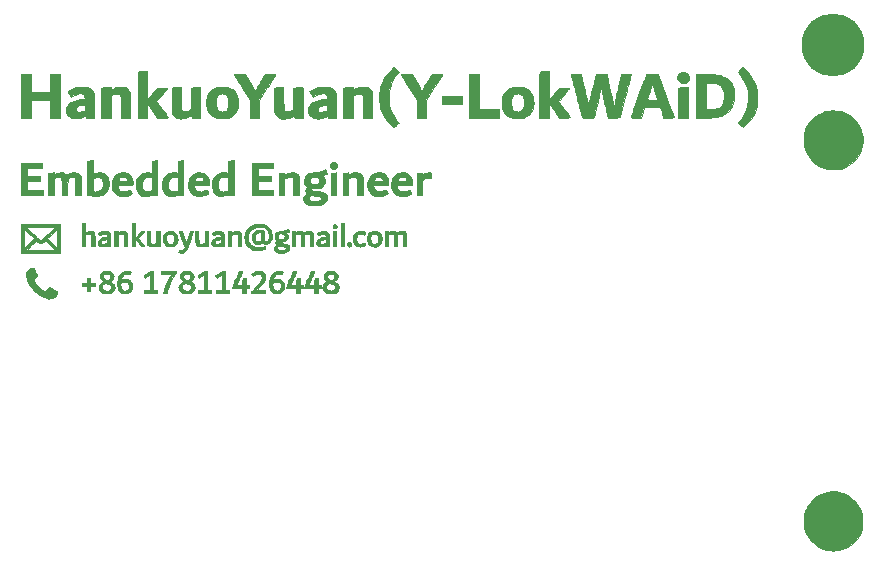
<source format=gbr>
%TF.GenerationSoftware,KiCad,Pcbnew,7.0.9*%
%TF.CreationDate,2023-12-13T15:21:18+08:00*%
%TF.ProjectId,drawing,64726177-696e-4672-9e6b-696361645f70,rev?*%
%TF.SameCoordinates,Original*%
%TF.FileFunction,Soldermask,Top*%
%TF.FilePolarity,Negative*%
%FSLAX46Y46*%
G04 Gerber Fmt 4.6, Leading zero omitted, Abs format (unit mm)*
G04 Created by KiCad (PCBNEW 7.0.9) date 2023-12-13 15:21:18*
%MOMM*%
%LPD*%
G01*
G04 APERTURE LIST*
%ADD10C,0.010000*%
%ADD11C,5.318463*%
G04 APERTURE END LIST*
%TO.C,G\u002A\u002A\u002A*%
D10*
X168730113Y-80391495D02*
X168854491Y-80443583D01*
X168945719Y-80514211D01*
X169024670Y-80620856D01*
X169073368Y-80744970D01*
X169089461Y-80875600D01*
X169070598Y-81001791D01*
X169057923Y-81036781D01*
X168987710Y-81152530D01*
X168888668Y-81243084D01*
X168768288Y-81304998D01*
X168634059Y-81334828D01*
X168493472Y-81329131D01*
X168445401Y-81318447D01*
X168315812Y-81263411D01*
X168211163Y-81178445D01*
X168136077Y-81069396D01*
X168095180Y-80942115D01*
X168088939Y-80867649D01*
X168102673Y-80724906D01*
X168147299Y-80608491D01*
X168226043Y-80512686D01*
X168331673Y-80437676D01*
X168458823Y-80387310D01*
X168594930Y-80372327D01*
X168730113Y-80391495D01*
G36*
X168730113Y-80391495D02*
G01*
X168854491Y-80443583D01*
X168945719Y-80514211D01*
X169024670Y-80620856D01*
X169073368Y-80744970D01*
X169089461Y-80875600D01*
X169070598Y-81001791D01*
X169057923Y-81036781D01*
X168987710Y-81152530D01*
X168888668Y-81243084D01*
X168768288Y-81304998D01*
X168634059Y-81334828D01*
X168493472Y-81329131D01*
X168445401Y-81318447D01*
X168315812Y-81263411D01*
X168211163Y-81178445D01*
X168136077Y-81069396D01*
X168095180Y-80942115D01*
X168088939Y-80867649D01*
X168102673Y-80724906D01*
X168147299Y-80608491D01*
X168226043Y-80512686D01*
X168331673Y-80437676D01*
X168458823Y-80387310D01*
X168594930Y-80372327D01*
X168730113Y-80391495D01*
G37*
X149888299Y-83062810D02*
X148194966Y-83062810D01*
X148194966Y-82385476D01*
X149888299Y-82385476D01*
X149888299Y-83062810D01*
G36*
X149888299Y-83062810D02*
G01*
X148194966Y-83062810D01*
X148194966Y-82385476D01*
X149888299Y-82385476D01*
X149888299Y-83062810D01*
G37*
X170478174Y-80586434D02*
X170721556Y-80587076D01*
X170927855Y-80589218D01*
X171102309Y-80593313D01*
X171250158Y-80599813D01*
X171376638Y-80609171D01*
X171486987Y-80621840D01*
X171586445Y-80638271D01*
X171680248Y-80658917D01*
X171773635Y-80684231D01*
X171838220Y-80703914D01*
X172087299Y-80798810D01*
X172301185Y-80916171D01*
X172481646Y-81057822D01*
X172630452Y-81225587D01*
X172749370Y-81421291D01*
X172840169Y-81646758D01*
X172876642Y-81775498D01*
X172899220Y-81894417D01*
X172916960Y-82042989D01*
X172929321Y-82208753D01*
X172935764Y-82379249D01*
X172935751Y-82542015D01*
X172928741Y-82684590D01*
X172919470Y-82765148D01*
X172860797Y-83025308D01*
X172769119Y-83260597D01*
X172642445Y-83474958D01*
X172478785Y-83672335D01*
X172443191Y-83708393D01*
X172268158Y-83861108D01*
X172080905Y-83982983D01*
X171870140Y-84080847D01*
X171763956Y-84119091D01*
X171664022Y-84151122D01*
X171570937Y-84177444D01*
X171479131Y-84198605D01*
X171383031Y-84215150D01*
X171277065Y-84227627D01*
X171155662Y-84236583D01*
X171013248Y-84242564D01*
X170844253Y-84246118D01*
X170643104Y-84247791D01*
X170448943Y-84248143D01*
X169700299Y-84248143D01*
X169700299Y-83555965D01*
X170525799Y-83555965D01*
X170859174Y-83542963D01*
X170987370Y-83536266D01*
X171113316Y-83526686D01*
X171225180Y-83515326D01*
X171311132Y-83503287D01*
X171334931Y-83498678D01*
X171487827Y-83457018D01*
X171611661Y-83403299D01*
X171719310Y-83331216D01*
X171773639Y-83283940D01*
X171876343Y-83165181D01*
X171954099Y-83022905D01*
X172007759Y-82854105D01*
X172038178Y-82655779D01*
X172046207Y-82424919D01*
X172043752Y-82332560D01*
X172023561Y-82104115D01*
X171981634Y-81907538D01*
X171916019Y-81741207D01*
X171824768Y-81603498D01*
X171705930Y-81492790D01*
X171557556Y-81407459D01*
X171377695Y-81345883D01*
X171164397Y-81306439D01*
X170915712Y-81287506D01*
X170785091Y-81285229D01*
X170525799Y-81284810D01*
X170525799Y-83555965D01*
X169700299Y-83555965D01*
X169700299Y-80586310D01*
X170478174Y-80586434D01*
G36*
X170478174Y-80586434D02*
G01*
X170721556Y-80587076D01*
X170927855Y-80589218D01*
X171102309Y-80593313D01*
X171250158Y-80599813D01*
X171376638Y-80609171D01*
X171486987Y-80621840D01*
X171586445Y-80638271D01*
X171680248Y-80658917D01*
X171773635Y-80684231D01*
X171838220Y-80703914D01*
X172087299Y-80798810D01*
X172301185Y-80916171D01*
X172481646Y-81057822D01*
X172630452Y-81225587D01*
X172749370Y-81421291D01*
X172840169Y-81646758D01*
X172876642Y-81775498D01*
X172899220Y-81894417D01*
X172916960Y-82042989D01*
X172929321Y-82208753D01*
X172935764Y-82379249D01*
X172935751Y-82542015D01*
X172928741Y-82684590D01*
X172919470Y-82765148D01*
X172860797Y-83025308D01*
X172769119Y-83260597D01*
X172642445Y-83474958D01*
X172478785Y-83672335D01*
X172443191Y-83708393D01*
X172268158Y-83861108D01*
X172080905Y-83982983D01*
X171870140Y-84080847D01*
X171763956Y-84119091D01*
X171664022Y-84151122D01*
X171570937Y-84177444D01*
X171479131Y-84198605D01*
X171383031Y-84215150D01*
X171277065Y-84227627D01*
X171155662Y-84236583D01*
X171013248Y-84242564D01*
X170844253Y-84246118D01*
X170643104Y-84247791D01*
X170448943Y-84248143D01*
X169700299Y-84248143D01*
X169700299Y-83555965D01*
X170525799Y-83555965D01*
X170859174Y-83542963D01*
X170987370Y-83536266D01*
X171113316Y-83526686D01*
X171225180Y-83515326D01*
X171311132Y-83503287D01*
X171334931Y-83498678D01*
X171487827Y-83457018D01*
X171611661Y-83403299D01*
X171719310Y-83331216D01*
X171773639Y-83283940D01*
X171876343Y-83165181D01*
X171954099Y-83022905D01*
X172007759Y-82854105D01*
X172038178Y-82655779D01*
X172046207Y-82424919D01*
X172043752Y-82332560D01*
X172023561Y-82104115D01*
X171981634Y-81907538D01*
X171916019Y-81741207D01*
X171824768Y-81603498D01*
X171705930Y-81492790D01*
X171557556Y-81407459D01*
X171377695Y-81345883D01*
X171164397Y-81306439D01*
X170915712Y-81287506D01*
X170785091Y-81285229D01*
X170525799Y-81284810D01*
X170525799Y-83555965D01*
X169700299Y-83555965D01*
X169700299Y-80586310D01*
X170478174Y-80586434D01*
G37*
X168980633Y-84248143D02*
X168197466Y-84248143D01*
X168197466Y-81715118D01*
X168467341Y-81689932D01*
X168583377Y-81678987D01*
X168696724Y-81668094D01*
X168793975Y-81658554D01*
X168858924Y-81651960D01*
X168980633Y-81639175D01*
X168980633Y-84248143D01*
G36*
X168980633Y-84248143D02*
G01*
X168197466Y-84248143D01*
X168197466Y-81715118D01*
X168467341Y-81689932D01*
X168583377Y-81678987D01*
X168696724Y-81668094D01*
X168793975Y-81658554D01*
X168858924Y-81651960D01*
X168980633Y-81639175D01*
X168980633Y-84248143D01*
G37*
X167155326Y-82401351D02*
X167251930Y-82666667D01*
X167344289Y-82920658D01*
X167431384Y-83160506D01*
X167512197Y-83383392D01*
X167585711Y-83586498D01*
X167650907Y-83767004D01*
X167706767Y-83922093D01*
X167752274Y-84048945D01*
X167786409Y-84144741D01*
X167808154Y-84206663D01*
X167816492Y-84231892D01*
X167816550Y-84232268D01*
X167796391Y-84236990D01*
X167740095Y-84241154D01*
X167653860Y-84244536D01*
X167543882Y-84246915D01*
X167416355Y-84248069D01*
X167373539Y-84248143D01*
X166930612Y-84248143D01*
X166786550Y-83814226D01*
X166642489Y-83380310D01*
X165307442Y-83380310D01*
X165163381Y-83814226D01*
X165019320Y-84248143D01*
X164586976Y-84248143D01*
X164424304Y-84247098D01*
X164298509Y-84244015D01*
X164211077Y-84238966D01*
X164163492Y-84232027D01*
X164154633Y-84226540D01*
X164161718Y-84203864D01*
X164182282Y-84144304D01*
X164215289Y-84050745D01*
X164259701Y-83926069D01*
X164314482Y-83773160D01*
X164378594Y-83594901D01*
X164451002Y-83394177D01*
X164530667Y-83173869D01*
X164616553Y-82936863D01*
X164703919Y-82696242D01*
X165536643Y-82696242D01*
X165540299Y-82705766D01*
X165562549Y-82712954D01*
X165607894Y-82718094D01*
X165680839Y-82721475D01*
X165785886Y-82723385D01*
X165927539Y-82724112D01*
X165972701Y-82724143D01*
X166105065Y-82723759D01*
X166221854Y-82722685D01*
X166316899Y-82721038D01*
X166384033Y-82718937D01*
X166417087Y-82716499D01*
X166419466Y-82715620D01*
X166412892Y-82693008D01*
X166394497Y-82636226D01*
X166366274Y-82551117D01*
X166330213Y-82443528D01*
X166288306Y-82319303D01*
X166242544Y-82184289D01*
X166194919Y-82044331D01*
X166147422Y-81905274D01*
X166102045Y-81772963D01*
X166060779Y-81653244D01*
X166025615Y-81551963D01*
X165998546Y-81474964D01*
X165981562Y-81428094D01*
X165976925Y-81416644D01*
X165967114Y-81429310D01*
X165946178Y-81477803D01*
X165915764Y-81557589D01*
X165877516Y-81664133D01*
X165833079Y-81792900D01*
X165784098Y-81939357D01*
X165754769Y-82029036D01*
X165703638Y-82186474D01*
X165656415Y-82331583D01*
X165614757Y-82459295D01*
X165580319Y-82564543D01*
X165554758Y-82642260D01*
X165539731Y-82687380D01*
X165536643Y-82696242D01*
X164703919Y-82696242D01*
X164707624Y-82686040D01*
X164792086Y-82453832D01*
X164887357Y-82192105D01*
X164978784Y-81940916D01*
X165065287Y-81703231D01*
X165145788Y-81482014D01*
X165219208Y-81280231D01*
X165284468Y-81100846D01*
X165340490Y-80946825D01*
X165386195Y-80821133D01*
X165420504Y-80726734D01*
X165442339Y-80666594D01*
X165450323Y-80644518D01*
X165471107Y-80586310D01*
X166494016Y-80586310D01*
X167155326Y-82401351D01*
G36*
X167155326Y-82401351D02*
G01*
X167251930Y-82666667D01*
X167344289Y-82920658D01*
X167431384Y-83160506D01*
X167512197Y-83383392D01*
X167585711Y-83586498D01*
X167650907Y-83767004D01*
X167706767Y-83922093D01*
X167752274Y-84048945D01*
X167786409Y-84144741D01*
X167808154Y-84206663D01*
X167816492Y-84231892D01*
X167816550Y-84232268D01*
X167796391Y-84236990D01*
X167740095Y-84241154D01*
X167653860Y-84244536D01*
X167543882Y-84246915D01*
X167416355Y-84248069D01*
X167373539Y-84248143D01*
X166930612Y-84248143D01*
X166786550Y-83814226D01*
X166642489Y-83380310D01*
X165307442Y-83380310D01*
X165163381Y-83814226D01*
X165019320Y-84248143D01*
X164586976Y-84248143D01*
X164424304Y-84247098D01*
X164298509Y-84244015D01*
X164211077Y-84238966D01*
X164163492Y-84232027D01*
X164154633Y-84226540D01*
X164161718Y-84203864D01*
X164182282Y-84144304D01*
X164215289Y-84050745D01*
X164259701Y-83926069D01*
X164314482Y-83773160D01*
X164378594Y-83594901D01*
X164451002Y-83394177D01*
X164530667Y-83173869D01*
X164616553Y-82936863D01*
X164703919Y-82696242D01*
X165536643Y-82696242D01*
X165540299Y-82705766D01*
X165562549Y-82712954D01*
X165607894Y-82718094D01*
X165680839Y-82721475D01*
X165785886Y-82723385D01*
X165927539Y-82724112D01*
X165972701Y-82724143D01*
X166105065Y-82723759D01*
X166221854Y-82722685D01*
X166316899Y-82721038D01*
X166384033Y-82718937D01*
X166417087Y-82716499D01*
X166419466Y-82715620D01*
X166412892Y-82693008D01*
X166394497Y-82636226D01*
X166366274Y-82551117D01*
X166330213Y-82443528D01*
X166288306Y-82319303D01*
X166242544Y-82184289D01*
X166194919Y-82044331D01*
X166147422Y-81905274D01*
X166102045Y-81772963D01*
X166060779Y-81653244D01*
X166025615Y-81551963D01*
X165998546Y-81474964D01*
X165981562Y-81428094D01*
X165976925Y-81416644D01*
X165967114Y-81429310D01*
X165946178Y-81477803D01*
X165915764Y-81557589D01*
X165877516Y-81664133D01*
X165833079Y-81792900D01*
X165784098Y-81939357D01*
X165754769Y-82029036D01*
X165703638Y-82186474D01*
X165656415Y-82331583D01*
X165614757Y-82459295D01*
X165580319Y-82564543D01*
X165554758Y-82642260D01*
X165539731Y-82687380D01*
X165536643Y-82696242D01*
X164703919Y-82696242D01*
X164707624Y-82686040D01*
X164792086Y-82453832D01*
X164887357Y-82192105D01*
X164978784Y-81940916D01*
X165065287Y-81703231D01*
X165145788Y-81482014D01*
X165219208Y-81280231D01*
X165284468Y-81100846D01*
X165340490Y-80946825D01*
X165386195Y-80821133D01*
X165420504Y-80726734D01*
X165442339Y-80666594D01*
X165450323Y-80644518D01*
X165471107Y-80586310D01*
X166494016Y-80586310D01*
X167155326Y-82401351D01*
G37*
X159954856Y-80644518D02*
X159967464Y-80698452D01*
X159985293Y-80772796D01*
X159996574Y-80819143D01*
X160065942Y-81104902D01*
X160133852Y-81389678D01*
X160199509Y-81669839D01*
X160262118Y-81941758D01*
X160320887Y-82201803D01*
X160375022Y-82446345D01*
X160423728Y-82671754D01*
X160466211Y-82874401D01*
X160501679Y-83050655D01*
X160529337Y-83196887D01*
X160548390Y-83309468D01*
X160558046Y-83384766D01*
X160558252Y-83387283D01*
X160562376Y-83376138D01*
X160572551Y-83329559D01*
X160587525Y-83253813D01*
X160606049Y-83155166D01*
X160620896Y-83073393D01*
X160637937Y-82984661D01*
X160663485Y-82860333D01*
X160696309Y-82706010D01*
X160735181Y-82527293D01*
X160778869Y-82329785D01*
X160826143Y-82119087D01*
X160875773Y-81900800D01*
X160926529Y-81680527D01*
X160931152Y-81660619D01*
X161180716Y-80586512D01*
X162114926Y-80586310D01*
X162361342Y-81649935D01*
X162438033Y-81983384D01*
X162505825Y-82283201D01*
X162564513Y-82548396D01*
X162613888Y-82777981D01*
X162653745Y-82970966D01*
X162683875Y-83126361D01*
X162704074Y-83243179D01*
X162714133Y-83320428D01*
X162715299Y-83342913D01*
X162718300Y-83379743D01*
X162726786Y-83377386D01*
X162739979Y-83338524D01*
X162757103Y-83265837D01*
X162777381Y-83162007D01*
X162792078Y-83077934D01*
X162806699Y-82998310D01*
X162829909Y-82881423D01*
X162860841Y-82731275D01*
X162898628Y-82551867D01*
X162942402Y-82347200D01*
X162991298Y-82121274D01*
X163044446Y-81878092D01*
X163100982Y-81621654D01*
X163160036Y-81355961D01*
X163220742Y-81085015D01*
X163282233Y-80812817D01*
X163298826Y-80739768D01*
X163333726Y-80586310D01*
X164154633Y-80586310D01*
X164154157Y-80633935D01*
X164148862Y-80661186D01*
X164133636Y-80726346D01*
X164109253Y-80826368D01*
X164076483Y-80958203D01*
X164036100Y-81118801D01*
X163988875Y-81305116D01*
X163935580Y-81514097D01*
X163876989Y-81742697D01*
X163813872Y-81987867D01*
X163747002Y-82246558D01*
X163691748Y-82459560D01*
X163229815Y-84237560D01*
X162720408Y-84243223D01*
X162211001Y-84248887D01*
X162167913Y-84063307D01*
X162123062Y-83868750D01*
X162075452Y-83659729D01*
X162026113Y-83440963D01*
X161976077Y-83217170D01*
X161926374Y-82993071D01*
X161878035Y-82773384D01*
X161832090Y-82562829D01*
X161789570Y-82366125D01*
X161751505Y-82187991D01*
X161718926Y-82033147D01*
X161692865Y-81906312D01*
X161674351Y-81812206D01*
X161665590Y-81763184D01*
X161628559Y-81532475D01*
X161580537Y-81816101D01*
X161566306Y-81893755D01*
X161543967Y-82007371D01*
X161514639Y-82151596D01*
X161479444Y-82321077D01*
X161439504Y-82510462D01*
X161395940Y-82714398D01*
X161349874Y-82927531D01*
X161302426Y-83144510D01*
X161298407Y-83162771D01*
X161253151Y-83368480D01*
X161210776Y-83561502D01*
X161172135Y-83737927D01*
X161138079Y-83893841D01*
X161109462Y-84025331D01*
X161087136Y-84128485D01*
X161071955Y-84199389D01*
X161064770Y-84234132D01*
X161064299Y-84236980D01*
X161044096Y-84240089D01*
X160987341Y-84242865D01*
X160899814Y-84245181D01*
X160787296Y-84246910D01*
X160655568Y-84247925D01*
X160555635Y-84248143D01*
X160386147Y-84247605D01*
X160255101Y-84245861D01*
X160158615Y-84242711D01*
X160092809Y-84237958D01*
X160053803Y-84231404D01*
X160037716Y-84222851D01*
X160037143Y-84221685D01*
X160029669Y-84195584D01*
X160012612Y-84132444D01*
X159986908Y-84035853D01*
X159953490Y-83909401D01*
X159913294Y-83756678D01*
X159867254Y-83581272D01*
X159816306Y-83386774D01*
X159761382Y-83176774D01*
X159703419Y-82954861D01*
X159643351Y-82724623D01*
X159582113Y-82489652D01*
X159520639Y-82253537D01*
X159459864Y-82019867D01*
X159400724Y-81792232D01*
X159344151Y-81574221D01*
X159291082Y-81369424D01*
X159242450Y-81181431D01*
X159199192Y-81013831D01*
X159162240Y-80870213D01*
X159132531Y-80754169D01*
X159110998Y-80669286D01*
X159098576Y-80619154D01*
X159095799Y-80606572D01*
X159116268Y-80599610D01*
X159174911Y-80593906D01*
X159267583Y-80589658D01*
X159390136Y-80587065D01*
X159518729Y-80586310D01*
X159941659Y-80586310D01*
X159954856Y-80644518D01*
G36*
X159954856Y-80644518D02*
G01*
X159967464Y-80698452D01*
X159985293Y-80772796D01*
X159996574Y-80819143D01*
X160065942Y-81104902D01*
X160133852Y-81389678D01*
X160199509Y-81669839D01*
X160262118Y-81941758D01*
X160320887Y-82201803D01*
X160375022Y-82446345D01*
X160423728Y-82671754D01*
X160466211Y-82874401D01*
X160501679Y-83050655D01*
X160529337Y-83196887D01*
X160548390Y-83309468D01*
X160558046Y-83384766D01*
X160558252Y-83387283D01*
X160562376Y-83376138D01*
X160572551Y-83329559D01*
X160587525Y-83253813D01*
X160606049Y-83155166D01*
X160620896Y-83073393D01*
X160637937Y-82984661D01*
X160663485Y-82860333D01*
X160696309Y-82706010D01*
X160735181Y-82527293D01*
X160778869Y-82329785D01*
X160826143Y-82119087D01*
X160875773Y-81900800D01*
X160926529Y-81680527D01*
X160931152Y-81660619D01*
X161180716Y-80586512D01*
X162114926Y-80586310D01*
X162361342Y-81649935D01*
X162438033Y-81983384D01*
X162505825Y-82283201D01*
X162564513Y-82548396D01*
X162613888Y-82777981D01*
X162653745Y-82970966D01*
X162683875Y-83126361D01*
X162704074Y-83243179D01*
X162714133Y-83320428D01*
X162715299Y-83342913D01*
X162718300Y-83379743D01*
X162726786Y-83377386D01*
X162739979Y-83338524D01*
X162757103Y-83265837D01*
X162777381Y-83162007D01*
X162792078Y-83077934D01*
X162806699Y-82998310D01*
X162829909Y-82881423D01*
X162860841Y-82731275D01*
X162898628Y-82551867D01*
X162942402Y-82347200D01*
X162991298Y-82121274D01*
X163044446Y-81878092D01*
X163100982Y-81621654D01*
X163160036Y-81355961D01*
X163220742Y-81085015D01*
X163282233Y-80812817D01*
X163298826Y-80739768D01*
X163333726Y-80586310D01*
X164154633Y-80586310D01*
X164154157Y-80633935D01*
X164148862Y-80661186D01*
X164133636Y-80726346D01*
X164109253Y-80826368D01*
X164076483Y-80958203D01*
X164036100Y-81118801D01*
X163988875Y-81305116D01*
X163935580Y-81514097D01*
X163876989Y-81742697D01*
X163813872Y-81987867D01*
X163747002Y-82246558D01*
X163691748Y-82459560D01*
X163229815Y-84237560D01*
X162720408Y-84243223D01*
X162211001Y-84248887D01*
X162167913Y-84063307D01*
X162123062Y-83868750D01*
X162075452Y-83659729D01*
X162026113Y-83440963D01*
X161976077Y-83217170D01*
X161926374Y-82993071D01*
X161878035Y-82773384D01*
X161832090Y-82562829D01*
X161789570Y-82366125D01*
X161751505Y-82187991D01*
X161718926Y-82033147D01*
X161692865Y-81906312D01*
X161674351Y-81812206D01*
X161665590Y-81763184D01*
X161628559Y-81532475D01*
X161580537Y-81816101D01*
X161566306Y-81893755D01*
X161543967Y-82007371D01*
X161514639Y-82151596D01*
X161479444Y-82321077D01*
X161439504Y-82510462D01*
X161395940Y-82714398D01*
X161349874Y-82927531D01*
X161302426Y-83144510D01*
X161298407Y-83162771D01*
X161253151Y-83368480D01*
X161210776Y-83561502D01*
X161172135Y-83737927D01*
X161138079Y-83893841D01*
X161109462Y-84025331D01*
X161087136Y-84128485D01*
X161071955Y-84199389D01*
X161064770Y-84234132D01*
X161064299Y-84236980D01*
X161044096Y-84240089D01*
X160987341Y-84242865D01*
X160899814Y-84245181D01*
X160787296Y-84246910D01*
X160655568Y-84247925D01*
X160555635Y-84248143D01*
X160386147Y-84247605D01*
X160255101Y-84245861D01*
X160158615Y-84242711D01*
X160092809Y-84237958D01*
X160053803Y-84231404D01*
X160037716Y-84222851D01*
X160037143Y-84221685D01*
X160029669Y-84195584D01*
X160012612Y-84132444D01*
X159986908Y-84035853D01*
X159953490Y-83909401D01*
X159913294Y-83756678D01*
X159867254Y-83581272D01*
X159816306Y-83386774D01*
X159761382Y-83176774D01*
X159703419Y-82954861D01*
X159643351Y-82724623D01*
X159582113Y-82489652D01*
X159520639Y-82253537D01*
X159459864Y-82019867D01*
X159400724Y-81792232D01*
X159344151Y-81574221D01*
X159291082Y-81369424D01*
X159242450Y-81181431D01*
X159199192Y-81013831D01*
X159162240Y-80870213D01*
X159132531Y-80754169D01*
X159110998Y-80669286D01*
X159098576Y-80619154D01*
X159095799Y-80606572D01*
X159116268Y-80599610D01*
X159174911Y-80593906D01*
X159267583Y-80589658D01*
X159390136Y-80587065D01*
X159518729Y-80586310D01*
X159941659Y-80586310D01*
X159954856Y-80644518D01*
G37*
X157238256Y-81539912D02*
X157243716Y-82789848D01*
X157677633Y-82249997D01*
X158111549Y-81710145D01*
X158540174Y-81709144D01*
X158678265Y-81709744D01*
X158795432Y-81712077D01*
X158886406Y-81715918D01*
X158945923Y-81721038D01*
X158968714Y-81727210D01*
X158968799Y-81727632D01*
X158955816Y-81749142D01*
X158919608Y-81797751D01*
X158864286Y-81868238D01*
X158793962Y-81955378D01*
X158712748Y-82053948D01*
X158698050Y-82071590D01*
X158597415Y-82192342D01*
X158489634Y-82321923D01*
X158383849Y-82449323D01*
X158289204Y-82563534D01*
X158230909Y-82634061D01*
X158034517Y-82872063D01*
X158522648Y-83533645D01*
X158630936Y-83681066D01*
X158730892Y-83818406D01*
X158819791Y-83941825D01*
X158894909Y-84047486D01*
X158953522Y-84131550D01*
X158992906Y-84190179D01*
X159010337Y-84219533D01*
X159010956Y-84221685D01*
X159001310Y-84230773D01*
X158969523Y-84237681D01*
X158911524Y-84242639D01*
X158823242Y-84245880D01*
X158700605Y-84247637D01*
X158547315Y-84248143D01*
X158083498Y-84248143D01*
X157663607Y-83647636D01*
X157243716Y-83047128D01*
X157238100Y-83647636D01*
X157232483Y-84248143D01*
X156428799Y-84248143D01*
X156428799Y-82300810D01*
X156428832Y-81969308D01*
X156428963Y-81677606D01*
X156429240Y-81423167D01*
X156429711Y-81203458D01*
X156430425Y-81015942D01*
X156431429Y-80858087D01*
X156432773Y-80727355D01*
X156434503Y-80621214D01*
X156436669Y-80537128D01*
X156439319Y-80472563D01*
X156442500Y-80424983D01*
X156446261Y-80391855D01*
X156450651Y-80370642D01*
X156455717Y-80358811D01*
X156461507Y-80353827D01*
X156465841Y-80353055D01*
X156499858Y-80350701D01*
X156566930Y-80344550D01*
X156658038Y-80335478D01*
X156764161Y-80324360D01*
X156788633Y-80321726D01*
X156901712Y-80310094D01*
X157006526Y-80300394D01*
X157092342Y-80293547D01*
X157148432Y-80290475D01*
X157153590Y-80290397D01*
X157232797Y-80289976D01*
X157238256Y-81539912D01*
G36*
X157238256Y-81539912D02*
G01*
X157243716Y-82789848D01*
X157677633Y-82249997D01*
X158111549Y-81710145D01*
X158540174Y-81709144D01*
X158678265Y-81709744D01*
X158795432Y-81712077D01*
X158886406Y-81715918D01*
X158945923Y-81721038D01*
X158968714Y-81727210D01*
X158968799Y-81727632D01*
X158955816Y-81749142D01*
X158919608Y-81797751D01*
X158864286Y-81868238D01*
X158793962Y-81955378D01*
X158712748Y-82053948D01*
X158698050Y-82071590D01*
X158597415Y-82192342D01*
X158489634Y-82321923D01*
X158383849Y-82449323D01*
X158289204Y-82563534D01*
X158230909Y-82634061D01*
X158034517Y-82872063D01*
X158522648Y-83533645D01*
X158630936Y-83681066D01*
X158730892Y-83818406D01*
X158819791Y-83941825D01*
X158894909Y-84047486D01*
X158953522Y-84131550D01*
X158992906Y-84190179D01*
X159010337Y-84219533D01*
X159010956Y-84221685D01*
X159001310Y-84230773D01*
X158969523Y-84237681D01*
X158911524Y-84242639D01*
X158823242Y-84245880D01*
X158700605Y-84247637D01*
X158547315Y-84248143D01*
X158083498Y-84248143D01*
X157663607Y-83647636D01*
X157243716Y-83047128D01*
X157238100Y-83647636D01*
X157232483Y-84248143D01*
X156428799Y-84248143D01*
X156428799Y-82300810D01*
X156428832Y-81969308D01*
X156428963Y-81677606D01*
X156429240Y-81423167D01*
X156429711Y-81203458D01*
X156430425Y-81015942D01*
X156431429Y-80858087D01*
X156432773Y-80727355D01*
X156434503Y-80621214D01*
X156436669Y-80537128D01*
X156439319Y-80472563D01*
X156442500Y-80424983D01*
X156446261Y-80391855D01*
X156450651Y-80370642D01*
X156455717Y-80358811D01*
X156461507Y-80353827D01*
X156465841Y-80353055D01*
X156499858Y-80350701D01*
X156566930Y-80344550D01*
X156658038Y-80335478D01*
X156764161Y-80324360D01*
X156788633Y-80321726D01*
X156901712Y-80310094D01*
X157006526Y-80300394D01*
X157092342Y-80293547D01*
X157148432Y-80290475D01*
X157153590Y-80290397D01*
X157232797Y-80289976D01*
X157238256Y-81539912D01*
G37*
X151327633Y-83549643D02*
X152978633Y-83549643D01*
X152978633Y-84248143D01*
X150502133Y-84248143D01*
X150502133Y-80586310D01*
X151327633Y-80586310D01*
X151327633Y-83549643D01*
G36*
X151327633Y-83549643D02*
G01*
X152978633Y-83549643D01*
X152978633Y-84248143D01*
X150502133Y-84248143D01*
X150502133Y-80586310D01*
X151327633Y-80586310D01*
X151327633Y-83549643D01*
G37*
X147897127Y-80586606D02*
X148009387Y-80587499D01*
X148089531Y-80589541D01*
X148142668Y-80593156D01*
X148173905Y-80598772D01*
X148188350Y-80606814D01*
X148191113Y-80617710D01*
X148189988Y-80623351D01*
X148177052Y-80647559D01*
X148143324Y-80704124D01*
X148090859Y-80789759D01*
X148021710Y-80901182D01*
X147937929Y-81035108D01*
X147841571Y-81188252D01*
X147734689Y-81357330D01*
X147619335Y-81539058D01*
X147520770Y-81693791D01*
X146861466Y-82727189D01*
X146861466Y-84248143D01*
X146035966Y-84248143D01*
X146035966Y-82758534D01*
X145379799Y-81708143D01*
X145260485Y-81516549D01*
X145148161Y-81335025D01*
X145044806Y-81166847D01*
X144952399Y-81015289D01*
X144872919Y-80883628D01*
X144808344Y-80775139D01*
X144760654Y-80693097D01*
X144731828Y-80640779D01*
X144723633Y-80622031D01*
X144726873Y-80610276D01*
X144740028Y-80601417D01*
X144768243Y-80595061D01*
X144816667Y-80590815D01*
X144890446Y-80588286D01*
X144994727Y-80587079D01*
X145134660Y-80586801D01*
X145184008Y-80586840D01*
X145644383Y-80587370D01*
X146044292Y-81274130D01*
X146134561Y-81428339D01*
X146218408Y-81570030D01*
X146293430Y-81695253D01*
X146357221Y-81800062D01*
X146407375Y-81880509D01*
X146441488Y-81932648D01*
X146457153Y-81952530D01*
X146457679Y-81952561D01*
X146471341Y-81933182D01*
X146504406Y-81881598D01*
X146554377Y-81801838D01*
X146618761Y-81697927D01*
X146695064Y-81573894D01*
X146780791Y-81433764D01*
X146873449Y-81281566D01*
X146883269Y-81265395D01*
X147295383Y-80586559D01*
X147747643Y-80586434D01*
X147897127Y-80586606D01*
G36*
X147897127Y-80586606D02*
G01*
X148009387Y-80587499D01*
X148089531Y-80589541D01*
X148142668Y-80593156D01*
X148173905Y-80598772D01*
X148188350Y-80606814D01*
X148191113Y-80617710D01*
X148189988Y-80623351D01*
X148177052Y-80647559D01*
X148143324Y-80704124D01*
X148090859Y-80789759D01*
X148021710Y-80901182D01*
X147937929Y-81035108D01*
X147841571Y-81188252D01*
X147734689Y-81357330D01*
X147619335Y-81539058D01*
X147520770Y-81693791D01*
X146861466Y-82727189D01*
X146861466Y-84248143D01*
X146035966Y-84248143D01*
X146035966Y-82758534D01*
X145379799Y-81708143D01*
X145260485Y-81516549D01*
X145148161Y-81335025D01*
X145044806Y-81166847D01*
X144952399Y-81015289D01*
X144872919Y-80883628D01*
X144808344Y-80775139D01*
X144760654Y-80693097D01*
X144731828Y-80640779D01*
X144723633Y-80622031D01*
X144726873Y-80610276D01*
X144740028Y-80601417D01*
X144768243Y-80595061D01*
X144816667Y-80590815D01*
X144890446Y-80588286D01*
X144994727Y-80587079D01*
X145134660Y-80586801D01*
X145184008Y-80586840D01*
X145644383Y-80587370D01*
X146044292Y-81274130D01*
X146134561Y-81428339D01*
X146218408Y-81570030D01*
X146293430Y-81695253D01*
X146357221Y-81800062D01*
X146407375Y-81880509D01*
X146441488Y-81932648D01*
X146457153Y-81952530D01*
X146457679Y-81952561D01*
X146471341Y-81933182D01*
X146504406Y-81881598D01*
X146554377Y-81801838D01*
X146618761Y-81697927D01*
X146695064Y-81573894D01*
X146780791Y-81433764D01*
X146873449Y-81281566D01*
X146883269Y-81265395D01*
X147295383Y-80586559D01*
X147747643Y-80586434D01*
X147897127Y-80586606D01*
G37*
X141517085Y-81627371D02*
X141525694Y-81627657D01*
X141683475Y-81638324D01*
X141808664Y-81660389D01*
X141910231Y-81697217D01*
X141997148Y-81752170D01*
X142078386Y-81828613D01*
X142087058Y-81838140D01*
X142123414Y-81878726D01*
X142154159Y-81915534D01*
X142179786Y-81952363D01*
X142200790Y-81993010D01*
X142217663Y-82041274D01*
X142230900Y-82100952D01*
X142240995Y-82175843D01*
X142248441Y-82269744D01*
X142253731Y-82386455D01*
X142257360Y-82529771D01*
X142259821Y-82703493D01*
X142261608Y-82911417D01*
X142263214Y-83157342D01*
X142263454Y-83195101D01*
X142270149Y-84248143D01*
X141487238Y-84248143D01*
X141480894Y-83343268D01*
X141479102Y-83108440D01*
X141476986Y-82912190D01*
X141474060Y-82750759D01*
X141469840Y-82620392D01*
X141463840Y-82517333D01*
X141455576Y-82437824D01*
X141444563Y-82378110D01*
X141430315Y-82334433D01*
X141412348Y-82303038D01*
X141390178Y-82280169D01*
X141363319Y-82262068D01*
X141339684Y-82249299D01*
X141249589Y-82222725D01*
X141134385Y-82218898D01*
X141003673Y-82236330D01*
X140867055Y-82273535D01*
X140734133Y-82329026D01*
X140696674Y-82348870D01*
X140617299Y-82393271D01*
X140617299Y-84248143D01*
X139834133Y-84248143D01*
X139834133Y-81715118D01*
X140104008Y-81689932D01*
X140220044Y-81678987D01*
X140333391Y-81668094D01*
X140430642Y-81658554D01*
X140495591Y-81651960D01*
X140617299Y-81639175D01*
X140617299Y-81875652D01*
X140813091Y-81781659D01*
X140965314Y-81713416D01*
X141097550Y-81666951D01*
X141224073Y-81639178D01*
X141359160Y-81627013D01*
X141517085Y-81627371D01*
G36*
X141517085Y-81627371D02*
G01*
X141525694Y-81627657D01*
X141683475Y-81638324D01*
X141808664Y-81660389D01*
X141910231Y-81697217D01*
X141997148Y-81752170D01*
X142078386Y-81828613D01*
X142087058Y-81838140D01*
X142123414Y-81878726D01*
X142154159Y-81915534D01*
X142179786Y-81952363D01*
X142200790Y-81993010D01*
X142217663Y-82041274D01*
X142230900Y-82100952D01*
X142240995Y-82175843D01*
X142248441Y-82269744D01*
X142253731Y-82386455D01*
X142257360Y-82529771D01*
X142259821Y-82703493D01*
X142261608Y-82911417D01*
X142263214Y-83157342D01*
X142263454Y-83195101D01*
X142270149Y-84248143D01*
X141487238Y-84248143D01*
X141480894Y-83343268D01*
X141479102Y-83108440D01*
X141476986Y-82912190D01*
X141474060Y-82750759D01*
X141469840Y-82620392D01*
X141463840Y-82517333D01*
X141455576Y-82437824D01*
X141444563Y-82378110D01*
X141430315Y-82334433D01*
X141412348Y-82303038D01*
X141390178Y-82280169D01*
X141363319Y-82262068D01*
X141339684Y-82249299D01*
X141249589Y-82222725D01*
X141134385Y-82218898D01*
X141003673Y-82236330D01*
X140867055Y-82273535D01*
X140734133Y-82329026D01*
X140696674Y-82348870D01*
X140617299Y-82393271D01*
X140617299Y-84248143D01*
X139834133Y-84248143D01*
X139834133Y-81715118D01*
X140104008Y-81689932D01*
X140220044Y-81678987D01*
X140333391Y-81668094D01*
X140430642Y-81658554D01*
X140495591Y-81651960D01*
X140617299Y-81639175D01*
X140617299Y-81875652D01*
X140813091Y-81781659D01*
X140965314Y-81713416D01*
X141097550Y-81666951D01*
X141224073Y-81639178D01*
X141359160Y-81627013D01*
X141517085Y-81627371D01*
G37*
X133761318Y-80586598D02*
X133872764Y-80587737D01*
X133952303Y-80590134D01*
X134005147Y-80594197D01*
X134036508Y-80600336D01*
X134051597Y-80608959D01*
X134055628Y-80620474D01*
X134055633Y-80621020D01*
X134044524Y-80644743D01*
X134012538Y-80700829D01*
X133961681Y-80786028D01*
X133893959Y-80897089D01*
X133811379Y-81030761D01*
X133715949Y-81183793D01*
X133609675Y-81352934D01*
X133494564Y-81534934D01*
X133388883Y-81701061D01*
X132722133Y-82746391D01*
X132722133Y-84248143D01*
X131917799Y-84248143D01*
X131917799Y-82770313D01*
X131258280Y-81715401D01*
X131138388Y-81523269D01*
X131025188Y-81341160D01*
X130920690Y-81172353D01*
X130826901Y-81020124D01*
X130745830Y-80887754D01*
X130679486Y-80778518D01*
X130629877Y-80695697D01*
X130599012Y-80642567D01*
X130588953Y-80622988D01*
X130588114Y-80610839D01*
X130596161Y-80601746D01*
X130618120Y-80595363D01*
X130659019Y-80591344D01*
X130723884Y-80589341D01*
X130817742Y-80589007D01*
X130945620Y-80589996D01*
X131049819Y-80591189D01*
X131520491Y-80596893D01*
X131909613Y-81262552D01*
X131999153Y-81415399D01*
X132082368Y-81556823D01*
X132156758Y-81682622D01*
X132219822Y-81788594D01*
X132269061Y-81870538D01*
X132301973Y-81924252D01*
X132316014Y-81945491D01*
X132330451Y-81931943D01*
X132364159Y-81885895D01*
X132414660Y-81811163D01*
X132479474Y-81711566D01*
X132556124Y-81590923D01*
X132642131Y-81453051D01*
X132735015Y-81301767D01*
X132751585Y-81274541D01*
X133169874Y-80586310D01*
X133612753Y-80586310D01*
X133761318Y-80586598D01*
G36*
X133761318Y-80586598D02*
G01*
X133872764Y-80587737D01*
X133952303Y-80590134D01*
X134005147Y-80594197D01*
X134036508Y-80600336D01*
X134051597Y-80608959D01*
X134055628Y-80620474D01*
X134055633Y-80621020D01*
X134044524Y-80644743D01*
X134012538Y-80700829D01*
X133961681Y-80786028D01*
X133893959Y-80897089D01*
X133811379Y-81030761D01*
X133715949Y-81183793D01*
X133609675Y-81352934D01*
X133494564Y-81534934D01*
X133388883Y-81701061D01*
X132722133Y-82746391D01*
X132722133Y-84248143D01*
X131917799Y-84248143D01*
X131917799Y-82770313D01*
X131258280Y-81715401D01*
X131138388Y-81523269D01*
X131025188Y-81341160D01*
X130920690Y-81172353D01*
X130826901Y-81020124D01*
X130745830Y-80887754D01*
X130679486Y-80778518D01*
X130629877Y-80695697D01*
X130599012Y-80642567D01*
X130588953Y-80622988D01*
X130588114Y-80610839D01*
X130596161Y-80601746D01*
X130618120Y-80595363D01*
X130659019Y-80591344D01*
X130723884Y-80589341D01*
X130817742Y-80589007D01*
X130945620Y-80589996D01*
X131049819Y-80591189D01*
X131520491Y-80596893D01*
X131909613Y-81262552D01*
X131999153Y-81415399D01*
X132082368Y-81556823D01*
X132156758Y-81682622D01*
X132219822Y-81788594D01*
X132269061Y-81870538D01*
X132301973Y-81924252D01*
X132316014Y-81945491D01*
X132330451Y-81931943D01*
X132364159Y-81885895D01*
X132414660Y-81811163D01*
X132479474Y-81711566D01*
X132556124Y-81590923D01*
X132642131Y-81453051D01*
X132735015Y-81301767D01*
X132751585Y-81274541D01*
X133169874Y-80586310D01*
X133612753Y-80586310D01*
X133761318Y-80586598D01*
G37*
X123202256Y-81542451D02*
X123207716Y-82794925D01*
X123641633Y-82252837D01*
X124075549Y-81710749D01*
X124504174Y-81709446D01*
X124647101Y-81709958D01*
X124766041Y-81712292D01*
X124856377Y-81716249D01*
X124913497Y-81721628D01*
X124932799Y-81728033D01*
X124919729Y-81748440D01*
X124882589Y-81797434D01*
X124824486Y-81871143D01*
X124748525Y-81965695D01*
X124657813Y-82077218D01*
X124555456Y-82201840D01*
X124466731Y-82309020D01*
X124000663Y-82870117D01*
X124480325Y-83520733D01*
X124588091Y-83667538D01*
X124687926Y-83804756D01*
X124777012Y-83928417D01*
X124852527Y-84034554D01*
X124911650Y-84119197D01*
X124951560Y-84178376D01*
X124969436Y-84208123D01*
X124970029Y-84209746D01*
X124971096Y-84222289D01*
X124963481Y-84231761D01*
X124942118Y-84238593D01*
X124901940Y-84243212D01*
X124837881Y-84246046D01*
X124744874Y-84247526D01*
X124617852Y-84248078D01*
X124516068Y-84248143D01*
X124052066Y-84248143D01*
X123207716Y-83045175D01*
X123202100Y-83646659D01*
X123196483Y-84248143D01*
X122413966Y-84248143D01*
X122413966Y-82300810D01*
X122414073Y-81957270D01*
X122414412Y-81653912D01*
X122415014Y-81388584D01*
X122415908Y-81159135D01*
X122417122Y-80963413D01*
X122418686Y-80799267D01*
X122420630Y-80664546D01*
X122422981Y-80557098D01*
X122425770Y-80474772D01*
X122429026Y-80415416D01*
X122432779Y-80376879D01*
X122437056Y-80357010D01*
X122440424Y-80353055D01*
X122470330Y-80350719D01*
X122533699Y-80344614D01*
X122621916Y-80335605D01*
X122726365Y-80324557D01*
X122752633Y-80321726D01*
X122865712Y-80310094D01*
X122970526Y-80300394D01*
X123056342Y-80293547D01*
X123112432Y-80290475D01*
X123117590Y-80290397D01*
X123196797Y-80289976D01*
X123202256Y-81542451D01*
G36*
X123202256Y-81542451D02*
G01*
X123207716Y-82794925D01*
X123641633Y-82252837D01*
X124075549Y-81710749D01*
X124504174Y-81709446D01*
X124647101Y-81709958D01*
X124766041Y-81712292D01*
X124856377Y-81716249D01*
X124913497Y-81721628D01*
X124932799Y-81728033D01*
X124919729Y-81748440D01*
X124882589Y-81797434D01*
X124824486Y-81871143D01*
X124748525Y-81965695D01*
X124657813Y-82077218D01*
X124555456Y-82201840D01*
X124466731Y-82309020D01*
X124000663Y-82870117D01*
X124480325Y-83520733D01*
X124588091Y-83667538D01*
X124687926Y-83804756D01*
X124777012Y-83928417D01*
X124852527Y-84034554D01*
X124911650Y-84119197D01*
X124951560Y-84178376D01*
X124969436Y-84208123D01*
X124970029Y-84209746D01*
X124971096Y-84222289D01*
X124963481Y-84231761D01*
X124942118Y-84238593D01*
X124901940Y-84243212D01*
X124837881Y-84246046D01*
X124744874Y-84247526D01*
X124617852Y-84248078D01*
X124516068Y-84248143D01*
X124052066Y-84248143D01*
X123207716Y-83045175D01*
X123202100Y-83646659D01*
X123196483Y-84248143D01*
X122413966Y-84248143D01*
X122413966Y-82300810D01*
X122414073Y-81957270D01*
X122414412Y-81653912D01*
X122415014Y-81388584D01*
X122415908Y-81159135D01*
X122417122Y-80963413D01*
X122418686Y-80799267D01*
X122420630Y-80664546D01*
X122422981Y-80557098D01*
X122425770Y-80474772D01*
X122429026Y-80415416D01*
X122432779Y-80376879D01*
X122437056Y-80357010D01*
X122440424Y-80353055D01*
X122470330Y-80350719D01*
X122533699Y-80344614D01*
X122621916Y-80335605D01*
X122726365Y-80324557D01*
X122752633Y-80321726D01*
X122865712Y-80310094D01*
X122970526Y-80300394D01*
X123056342Y-80293547D01*
X123112432Y-80290475D01*
X123117590Y-80290397D01*
X123196797Y-80289976D01*
X123202256Y-81542451D01*
G37*
X121108426Y-81634831D02*
X121198421Y-81637840D01*
X121264301Y-81644133D01*
X121315166Y-81654753D01*
X121360119Y-81670746D01*
X121379390Y-81679300D01*
X121521051Y-81767401D01*
X121634940Y-81886931D01*
X121707172Y-82009518D01*
X121768383Y-82142060D01*
X121774767Y-83195101D01*
X121781152Y-84248143D01*
X120998645Y-84248143D01*
X120991930Y-83343268D01*
X120990180Y-83122268D01*
X120988385Y-82939530D01*
X120986353Y-82790981D01*
X120983890Y-82672550D01*
X120980805Y-82580164D01*
X120976904Y-82509751D01*
X120971995Y-82457240D01*
X120965885Y-82418559D01*
X120958382Y-82389636D01*
X120949293Y-82366399D01*
X120945320Y-82358085D01*
X120905222Y-82298714D01*
X120856421Y-82253288D01*
X120845829Y-82246960D01*
X120752973Y-82219632D01*
X120634782Y-82216946D01*
X120499433Y-82237682D01*
X120355104Y-82280617D01*
X120216906Y-82340963D01*
X120127966Y-82386337D01*
X120127966Y-84248143D01*
X119344799Y-84248143D01*
X119344799Y-81715118D01*
X119614674Y-81689932D01*
X119730711Y-81678987D01*
X119844057Y-81668094D01*
X119941308Y-81658554D01*
X120006258Y-81651960D01*
X120127966Y-81639175D01*
X120127966Y-81875023D01*
X120292008Y-81794042D01*
X120420256Y-81732874D01*
X120525766Y-81689472D01*
X120621422Y-81660863D01*
X120720107Y-81644074D01*
X120834705Y-81636131D01*
X120978100Y-81634062D01*
X120985216Y-81634060D01*
X121108426Y-81634831D01*
G36*
X121108426Y-81634831D02*
G01*
X121198421Y-81637840D01*
X121264301Y-81644133D01*
X121315166Y-81654753D01*
X121360119Y-81670746D01*
X121379390Y-81679300D01*
X121521051Y-81767401D01*
X121634940Y-81886931D01*
X121707172Y-82009518D01*
X121768383Y-82142060D01*
X121774767Y-83195101D01*
X121781152Y-84248143D01*
X120998645Y-84248143D01*
X120991930Y-83343268D01*
X120990180Y-83122268D01*
X120988385Y-82939530D01*
X120986353Y-82790981D01*
X120983890Y-82672550D01*
X120980805Y-82580164D01*
X120976904Y-82509751D01*
X120971995Y-82457240D01*
X120965885Y-82418559D01*
X120958382Y-82389636D01*
X120949293Y-82366399D01*
X120945320Y-82358085D01*
X120905222Y-82298714D01*
X120856421Y-82253288D01*
X120845829Y-82246960D01*
X120752973Y-82219632D01*
X120634782Y-82216946D01*
X120499433Y-82237682D01*
X120355104Y-82280617D01*
X120216906Y-82340963D01*
X120127966Y-82386337D01*
X120127966Y-84248143D01*
X119344799Y-84248143D01*
X119344799Y-81715118D01*
X119614674Y-81689932D01*
X119730711Y-81678987D01*
X119844057Y-81668094D01*
X119941308Y-81658554D01*
X120006258Y-81651960D01*
X120127966Y-81639175D01*
X120127966Y-81875023D01*
X120292008Y-81794042D01*
X120420256Y-81732874D01*
X120525766Y-81689472D01*
X120621422Y-81660863D01*
X120720107Y-81644074D01*
X120834705Y-81636131D01*
X120978100Y-81634062D01*
X120985216Y-81634060D01*
X121108426Y-81634831D01*
G37*
X113375799Y-82046810D02*
X115005633Y-82046810D01*
X115005633Y-80586310D01*
X115831133Y-80586310D01*
X115831133Y-84248143D01*
X115005633Y-84248143D01*
X115005633Y-82745310D01*
X113375799Y-82745310D01*
X113375799Y-84248143D01*
X112550299Y-84248143D01*
X112550299Y-80586310D01*
X113375799Y-80586310D01*
X113375799Y-82046810D01*
G36*
X113375799Y-82046810D02*
G01*
X115005633Y-82046810D01*
X115005633Y-80586310D01*
X115831133Y-80586310D01*
X115831133Y-84248143D01*
X115005633Y-84248143D01*
X115005633Y-82745310D01*
X113375799Y-82745310D01*
X113375799Y-84248143D01*
X112550299Y-84248143D01*
X112550299Y-80586310D01*
X113375799Y-80586310D01*
X113375799Y-82046810D01*
G37*
X154779860Y-81627208D02*
X154923099Y-81640434D01*
X155005416Y-81655311D01*
X155187827Y-81715730D01*
X155363219Y-81806473D01*
X155522009Y-81921021D01*
X155654617Y-82052852D01*
X155720465Y-82141941D01*
X155815841Y-82327315D01*
X155883960Y-82536855D01*
X155924511Y-82762082D01*
X155937186Y-82994512D01*
X155921674Y-83225665D01*
X155877666Y-83447060D01*
X155804853Y-83650214D01*
X155777558Y-83705931D01*
X155661653Y-83881953D01*
X155513277Y-84032301D01*
X155335056Y-84154980D01*
X155129613Y-84247991D01*
X155021216Y-84281750D01*
X154921165Y-84301104D01*
X154792325Y-84315045D01*
X154647304Y-84323280D01*
X154498711Y-84325512D01*
X154359157Y-84321449D01*
X154241249Y-84310795D01*
X154186657Y-84301234D01*
X153968442Y-84231550D01*
X153774292Y-84127637D01*
X153605906Y-83991211D01*
X153464984Y-83823985D01*
X153353225Y-83627674D01*
X153272329Y-83403993D01*
X153263346Y-83369726D01*
X153242267Y-83249716D01*
X153229943Y-83102396D01*
X153226391Y-82941879D01*
X153227600Y-82905040D01*
X154045316Y-82905040D01*
X154046525Y-83045990D01*
X154054952Y-83180272D01*
X154070568Y-83295795D01*
X154087277Y-83363763D01*
X154143744Y-83486851D01*
X154223616Y-83594180D01*
X154318023Y-83674958D01*
X154363868Y-83700220D01*
X154464711Y-83729323D01*
X154584592Y-83739321D01*
X154704840Y-83730208D01*
X154806783Y-83701978D01*
X154810425Y-83700357D01*
X154907544Y-83637747D01*
X154986959Y-83544107D01*
X155052886Y-83414399D01*
X155055817Y-83407098D01*
X155075838Y-83351587D01*
X155089588Y-83297025D01*
X155098230Y-83233529D01*
X155102928Y-83151219D01*
X155104845Y-83040210D01*
X155105086Y-82988726D01*
X155104061Y-82853822D01*
X155099560Y-82751493D01*
X155090686Y-82672060D01*
X155076545Y-82605843D01*
X155066608Y-82572799D01*
X155002267Y-82430752D01*
X154914199Y-82323615D01*
X154802799Y-82251686D01*
X154668459Y-82215262D01*
X154587333Y-82210458D01*
X154432431Y-82228425D01*
X154302070Y-82280830D01*
X154196649Y-82367392D01*
X154116565Y-82487833D01*
X154085303Y-82563079D01*
X154064675Y-82651494D01*
X154051357Y-82769511D01*
X154045316Y-82905040D01*
X153227600Y-82905040D01*
X153231630Y-82782278D01*
X153245678Y-82637704D01*
X153262306Y-82546352D01*
X153333310Y-82330249D01*
X153436885Y-82140967D01*
X153572228Y-81979288D01*
X153738531Y-81845994D01*
X153934991Y-81741867D01*
X154160802Y-81667689D01*
X154169462Y-81665589D01*
X154299906Y-81642642D01*
X154454378Y-81628483D01*
X154618991Y-81623281D01*
X154779860Y-81627208D01*
G36*
X154779860Y-81627208D02*
G01*
X154923099Y-81640434D01*
X155005416Y-81655311D01*
X155187827Y-81715730D01*
X155363219Y-81806473D01*
X155522009Y-81921021D01*
X155654617Y-82052852D01*
X155720465Y-82141941D01*
X155815841Y-82327315D01*
X155883960Y-82536855D01*
X155924511Y-82762082D01*
X155937186Y-82994512D01*
X155921674Y-83225665D01*
X155877666Y-83447060D01*
X155804853Y-83650214D01*
X155777558Y-83705931D01*
X155661653Y-83881953D01*
X155513277Y-84032301D01*
X155335056Y-84154980D01*
X155129613Y-84247991D01*
X155021216Y-84281750D01*
X154921165Y-84301104D01*
X154792325Y-84315045D01*
X154647304Y-84323280D01*
X154498711Y-84325512D01*
X154359157Y-84321449D01*
X154241249Y-84310795D01*
X154186657Y-84301234D01*
X153968442Y-84231550D01*
X153774292Y-84127637D01*
X153605906Y-83991211D01*
X153464984Y-83823985D01*
X153353225Y-83627674D01*
X153272329Y-83403993D01*
X153263346Y-83369726D01*
X153242267Y-83249716D01*
X153229943Y-83102396D01*
X153226391Y-82941879D01*
X153227600Y-82905040D01*
X154045316Y-82905040D01*
X154046525Y-83045990D01*
X154054952Y-83180272D01*
X154070568Y-83295795D01*
X154087277Y-83363763D01*
X154143744Y-83486851D01*
X154223616Y-83594180D01*
X154318023Y-83674958D01*
X154363868Y-83700220D01*
X154464711Y-83729323D01*
X154584592Y-83739321D01*
X154704840Y-83730208D01*
X154806783Y-83701978D01*
X154810425Y-83700357D01*
X154907544Y-83637747D01*
X154986959Y-83544107D01*
X155052886Y-83414399D01*
X155055817Y-83407098D01*
X155075838Y-83351587D01*
X155089588Y-83297025D01*
X155098230Y-83233529D01*
X155102928Y-83151219D01*
X155104845Y-83040210D01*
X155105086Y-82988726D01*
X155104061Y-82853822D01*
X155099560Y-82751493D01*
X155090686Y-82672060D01*
X155076545Y-82605843D01*
X155066608Y-82572799D01*
X155002267Y-82430752D01*
X154914199Y-82323615D01*
X154802799Y-82251686D01*
X154668459Y-82215262D01*
X154587333Y-82210458D01*
X154432431Y-82228425D01*
X154302070Y-82280830D01*
X154196649Y-82367392D01*
X154116565Y-82487833D01*
X154085303Y-82563079D01*
X154064675Y-82651494D01*
X154051357Y-82769511D01*
X154045316Y-82905040D01*
X153227600Y-82905040D01*
X153231630Y-82782278D01*
X153245678Y-82637704D01*
X153262306Y-82546352D01*
X153333310Y-82330249D01*
X153436885Y-82140967D01*
X153572228Y-81979288D01*
X153738531Y-81845994D01*
X153934991Y-81741867D01*
X154160802Y-81667689D01*
X154169462Y-81665589D01*
X154299906Y-81642642D01*
X154454378Y-81628483D01*
X154618991Y-81623281D01*
X154779860Y-81627208D01*
G37*
X138365447Y-81627690D02*
X138500898Y-81637965D01*
X138590780Y-81652914D01*
X138776815Y-81713210D01*
X138929320Y-81798932D01*
X139048068Y-81909913D01*
X139132830Y-82045985D01*
X139135985Y-82053020D01*
X139155042Y-82102959D01*
X139171102Y-82161753D01*
X139184399Y-82233141D01*
X139195170Y-82320863D01*
X139203650Y-82428657D01*
X139210074Y-82560263D01*
X139214679Y-82719421D01*
X139217699Y-82909869D01*
X139219370Y-83135347D01*
X139219923Y-83385601D01*
X139220299Y-84248143D01*
X138528500Y-84248143D01*
X138503908Y-84166060D01*
X138479315Y-84083978D01*
X138294182Y-84177370D01*
X138192965Y-84223514D01*
X138084627Y-84265073D01*
X137987920Y-84295066D01*
X137960883Y-84301418D01*
X137817846Y-84322180D01*
X137663745Y-84329791D01*
X137514500Y-84324295D01*
X137386028Y-84305737D01*
X137361535Y-84299745D01*
X137194230Y-84235147D01*
X137053981Y-84139598D01*
X136943302Y-84015146D01*
X136884136Y-83910552D01*
X136861223Y-83849747D01*
X136847567Y-83781919D01*
X136841247Y-83694085D01*
X136840161Y-83613143D01*
X136841579Y-83521993D01*
X137653966Y-83521993D01*
X137671290Y-83611393D01*
X137717652Y-83688146D01*
X137784633Y-83738644D01*
X137789181Y-83740565D01*
X137866334Y-83756852D01*
X137967460Y-83757513D01*
X138077418Y-83743119D01*
X138142249Y-83727225D01*
X138224315Y-83699700D01*
X138303907Y-83667979D01*
X138336591Y-83652711D01*
X138415966Y-83612282D01*
X138415966Y-83142006D01*
X138264980Y-83156884D01*
X138073065Y-83187227D01*
X137916510Y-83237398D01*
X137792799Y-83308319D01*
X137748454Y-83346017D01*
X137694192Y-83402079D01*
X137665579Y-83446330D01*
X137654942Y-83493062D01*
X137653966Y-83521993D01*
X136841579Y-83521993D01*
X136841736Y-83511905D01*
X136848100Y-83438709D01*
X136861853Y-83379323D01*
X136885592Y-83319512D01*
X136898913Y-83291360D01*
X136989171Y-83152421D01*
X137116881Y-83030230D01*
X137282343Y-82924653D01*
X137485857Y-82835555D01*
X137727721Y-82762802D01*
X138008235Y-82706259D01*
X138283674Y-82670179D01*
X138415966Y-82656486D01*
X138415966Y-82553160D01*
X138403950Y-82439696D01*
X138370622Y-82342534D01*
X138320064Y-82271261D01*
X138285204Y-82245948D01*
X138167053Y-82207782D01*
X138024728Y-82201654D01*
X137861182Y-82227102D01*
X137679367Y-82283664D01*
X137482236Y-82370878D01*
X137480174Y-82371915D01*
X137253466Y-82486078D01*
X137104980Y-82250569D01*
X136956495Y-82015060D01*
X137003605Y-81977317D01*
X137059635Y-81940455D01*
X137145090Y-81893757D01*
X137249663Y-81842003D01*
X137363048Y-81789973D01*
X137474941Y-81742448D01*
X137575035Y-81704208D01*
X137632799Y-81685456D01*
X137747035Y-81660699D01*
X137889322Y-81642140D01*
X138047756Y-81630182D01*
X138210432Y-81625231D01*
X138365447Y-81627690D01*
G36*
X138365447Y-81627690D02*
G01*
X138500898Y-81637965D01*
X138590780Y-81652914D01*
X138776815Y-81713210D01*
X138929320Y-81798932D01*
X139048068Y-81909913D01*
X139132830Y-82045985D01*
X139135985Y-82053020D01*
X139155042Y-82102959D01*
X139171102Y-82161753D01*
X139184399Y-82233141D01*
X139195170Y-82320863D01*
X139203650Y-82428657D01*
X139210074Y-82560263D01*
X139214679Y-82719421D01*
X139217699Y-82909869D01*
X139219370Y-83135347D01*
X139219923Y-83385601D01*
X139220299Y-84248143D01*
X138528500Y-84248143D01*
X138503908Y-84166060D01*
X138479315Y-84083978D01*
X138294182Y-84177370D01*
X138192965Y-84223514D01*
X138084627Y-84265073D01*
X137987920Y-84295066D01*
X137960883Y-84301418D01*
X137817846Y-84322180D01*
X137663745Y-84329791D01*
X137514500Y-84324295D01*
X137386028Y-84305737D01*
X137361535Y-84299745D01*
X137194230Y-84235147D01*
X137053981Y-84139598D01*
X136943302Y-84015146D01*
X136884136Y-83910552D01*
X136861223Y-83849747D01*
X136847567Y-83781919D01*
X136841247Y-83694085D01*
X136840161Y-83613143D01*
X136841579Y-83521993D01*
X137653966Y-83521993D01*
X137671290Y-83611393D01*
X137717652Y-83688146D01*
X137784633Y-83738644D01*
X137789181Y-83740565D01*
X137866334Y-83756852D01*
X137967460Y-83757513D01*
X138077418Y-83743119D01*
X138142249Y-83727225D01*
X138224315Y-83699700D01*
X138303907Y-83667979D01*
X138336591Y-83652711D01*
X138415966Y-83612282D01*
X138415966Y-83142006D01*
X138264980Y-83156884D01*
X138073065Y-83187227D01*
X137916510Y-83237398D01*
X137792799Y-83308319D01*
X137748454Y-83346017D01*
X137694192Y-83402079D01*
X137665579Y-83446330D01*
X137654942Y-83493062D01*
X137653966Y-83521993D01*
X136841579Y-83521993D01*
X136841736Y-83511905D01*
X136848100Y-83438709D01*
X136861853Y-83379323D01*
X136885592Y-83319512D01*
X136898913Y-83291360D01*
X136989171Y-83152421D01*
X137116881Y-83030230D01*
X137282343Y-82924653D01*
X137485857Y-82835555D01*
X137727721Y-82762802D01*
X138008235Y-82706259D01*
X138283674Y-82670179D01*
X138415966Y-82656486D01*
X138415966Y-82553160D01*
X138403950Y-82439696D01*
X138370622Y-82342534D01*
X138320064Y-82271261D01*
X138285204Y-82245948D01*
X138167053Y-82207782D01*
X138024728Y-82201654D01*
X137861182Y-82227102D01*
X137679367Y-82283664D01*
X137482236Y-82370878D01*
X137480174Y-82371915D01*
X137253466Y-82486078D01*
X137104980Y-82250569D01*
X136956495Y-82015060D01*
X137003605Y-81977317D01*
X137059635Y-81940455D01*
X137145090Y-81893757D01*
X137249663Y-81842003D01*
X137363048Y-81789973D01*
X137474941Y-81742448D01*
X137575035Y-81704208D01*
X137632799Y-81685456D01*
X137747035Y-81660699D01*
X137889322Y-81642140D01*
X138047756Y-81630182D01*
X138210432Y-81625231D01*
X138365447Y-81627690D01*
G37*
X136363151Y-81652600D02*
X136367986Y-81678856D01*
X136372067Y-81725758D01*
X136375446Y-81795912D01*
X136378177Y-81891921D01*
X136380311Y-82016389D01*
X136381903Y-82171920D01*
X136383004Y-82361119D01*
X136383669Y-82586590D01*
X136383949Y-82850935D01*
X136383966Y-82946393D01*
X136383966Y-84248143D01*
X135706470Y-84248143D01*
X135682548Y-84158185D01*
X135658625Y-84068226D01*
X135476254Y-84158423D01*
X135265886Y-84245659D01*
X135050382Y-84303718D01*
X134837825Y-84331443D01*
X134636300Y-84327678D01*
X134484706Y-84300215D01*
X134325203Y-84237230D01*
X134193244Y-84142431D01*
X134090477Y-84017490D01*
X134018546Y-83864079D01*
X134002591Y-83810334D01*
X133994898Y-83773953D01*
X133988503Y-83726610D01*
X133983298Y-83664510D01*
X133979174Y-83583855D01*
X133976022Y-83480849D01*
X133973736Y-83351694D01*
X133972206Y-83192595D01*
X133971323Y-82999754D01*
X133970980Y-82769374D01*
X133970966Y-82702245D01*
X133970966Y-81715574D01*
X134336091Y-81679854D01*
X134457102Y-81668168D01*
X134564169Y-81658115D01*
X134649877Y-81650369D01*
X134706809Y-81645603D01*
X134726652Y-81644389D01*
X134733141Y-81654713D01*
X134738705Y-81687374D01*
X134743437Y-81745109D01*
X134747431Y-81830658D01*
X134750777Y-81946760D01*
X134753571Y-82096152D01*
X134755903Y-82281576D01*
X134757868Y-82505768D01*
X134758402Y-82581268D01*
X134760046Y-82807016D01*
X134761770Y-82994350D01*
X134763747Y-83147185D01*
X134766145Y-83269442D01*
X134769135Y-83365036D01*
X134772888Y-83437887D01*
X134777575Y-83491913D01*
X134783364Y-83531030D01*
X134790428Y-83559158D01*
X134798935Y-83580213D01*
X134802116Y-83586326D01*
X134854644Y-83655127D01*
X134925933Y-83697164D01*
X135022751Y-83715127D01*
X135123111Y-83713977D01*
X135219795Y-83700097D01*
X135327984Y-83673134D01*
X135433683Y-83637678D01*
X135522891Y-83598318D01*
X135574341Y-83566008D01*
X135581070Y-83551073D01*
X135586649Y-83516184D01*
X135591163Y-83458301D01*
X135594697Y-83374380D01*
X135597339Y-83261380D01*
X135599174Y-83116257D01*
X135600287Y-82935971D01*
X135600766Y-82717478D01*
X135600799Y-82630017D01*
X135600799Y-81715574D01*
X135965924Y-81679854D01*
X136087028Y-81668164D01*
X136194278Y-81658109D01*
X136280231Y-81650363D01*
X136337444Y-81645599D01*
X136357508Y-81644389D01*
X136363151Y-81652600D01*
G36*
X136363151Y-81652600D02*
G01*
X136367986Y-81678856D01*
X136372067Y-81725758D01*
X136375446Y-81795912D01*
X136378177Y-81891921D01*
X136380311Y-82016389D01*
X136381903Y-82171920D01*
X136383004Y-82361119D01*
X136383669Y-82586590D01*
X136383949Y-82850935D01*
X136383966Y-82946393D01*
X136383966Y-84248143D01*
X135706470Y-84248143D01*
X135682548Y-84158185D01*
X135658625Y-84068226D01*
X135476254Y-84158423D01*
X135265886Y-84245659D01*
X135050382Y-84303718D01*
X134837825Y-84331443D01*
X134636300Y-84327678D01*
X134484706Y-84300215D01*
X134325203Y-84237230D01*
X134193244Y-84142431D01*
X134090477Y-84017490D01*
X134018546Y-83864079D01*
X134002591Y-83810334D01*
X133994898Y-83773953D01*
X133988503Y-83726610D01*
X133983298Y-83664510D01*
X133979174Y-83583855D01*
X133976022Y-83480849D01*
X133973736Y-83351694D01*
X133972206Y-83192595D01*
X133971323Y-82999754D01*
X133970980Y-82769374D01*
X133970966Y-82702245D01*
X133970966Y-81715574D01*
X134336091Y-81679854D01*
X134457102Y-81668168D01*
X134564169Y-81658115D01*
X134649877Y-81650369D01*
X134706809Y-81645603D01*
X134726652Y-81644389D01*
X134733141Y-81654713D01*
X134738705Y-81687374D01*
X134743437Y-81745109D01*
X134747431Y-81830658D01*
X134750777Y-81946760D01*
X134753571Y-82096152D01*
X134755903Y-82281576D01*
X134757868Y-82505768D01*
X134758402Y-82581268D01*
X134760046Y-82807016D01*
X134761770Y-82994350D01*
X134763747Y-83147185D01*
X134766145Y-83269442D01*
X134769135Y-83365036D01*
X134772888Y-83437887D01*
X134777575Y-83491913D01*
X134783364Y-83531030D01*
X134790428Y-83559158D01*
X134798935Y-83580213D01*
X134802116Y-83586326D01*
X134854644Y-83655127D01*
X134925933Y-83697164D01*
X135022751Y-83715127D01*
X135123111Y-83713977D01*
X135219795Y-83700097D01*
X135327984Y-83673134D01*
X135433683Y-83637678D01*
X135522891Y-83598318D01*
X135574341Y-83566008D01*
X135581070Y-83551073D01*
X135586649Y-83516184D01*
X135591163Y-83458301D01*
X135594697Y-83374380D01*
X135597339Y-83261380D01*
X135599174Y-83116257D01*
X135600287Y-82935971D01*
X135600766Y-82717478D01*
X135600799Y-82630017D01*
X135600799Y-81715574D01*
X135965924Y-81679854D01*
X136087028Y-81668164D01*
X136194278Y-81658109D01*
X136280231Y-81650363D01*
X136337444Y-81645599D01*
X136357508Y-81644389D01*
X136363151Y-81652600D01*
G37*
X129766105Y-81627405D02*
X129911642Y-81641636D01*
X129989766Y-81656092D01*
X130187724Y-81721623D01*
X130371127Y-81819161D01*
X130533402Y-81943703D01*
X130667975Y-82090247D01*
X130764208Y-82245361D01*
X130818946Y-82365272D01*
X130858759Y-82474814D01*
X130885738Y-82584758D01*
X130901980Y-82705877D01*
X130909577Y-82848940D01*
X130910786Y-82999310D01*
X130909504Y-83129731D01*
X130906321Y-83228054D01*
X130900041Y-83304506D01*
X130889469Y-83369315D01*
X130873410Y-83432711D01*
X130852276Y-83500058D01*
X130763650Y-83708457D01*
X130644734Y-83887446D01*
X130495275Y-84037255D01*
X130315021Y-84158118D01*
X130103720Y-84250265D01*
X130002216Y-84281399D01*
X129901572Y-84301039D01*
X129771910Y-84315144D01*
X129625964Y-84323416D01*
X129476465Y-84325553D01*
X129336147Y-84321257D01*
X129217742Y-84310228D01*
X129166133Y-84301084D01*
X128955639Y-84233404D01*
X128764431Y-84131075D01*
X128597003Y-83997601D01*
X128457848Y-83836486D01*
X128362183Y-83674277D01*
X128295241Y-83515075D01*
X128250124Y-83357195D01*
X128224129Y-83187529D01*
X128214556Y-82992969D01*
X128214503Y-82982681D01*
X129021569Y-82982681D01*
X129023989Y-83052226D01*
X129047417Y-83252723D01*
X129095285Y-83419779D01*
X129167365Y-83552934D01*
X129263427Y-83651727D01*
X129345868Y-83700667D01*
X129440016Y-83727906D01*
X129554345Y-83738806D01*
X129669863Y-83733072D01*
X129767577Y-83710410D01*
X129775354Y-83707320D01*
X129876850Y-83651390D01*
X129956373Y-83575176D01*
X130015880Y-83474481D01*
X130057329Y-83345109D01*
X130082676Y-83182864D01*
X130092664Y-83026939D01*
X130095926Y-82905374D01*
X130095335Y-82814485D01*
X130089897Y-82742712D01*
X130078618Y-82678495D01*
X130060503Y-82610273D01*
X130055356Y-82593096D01*
X129992841Y-82445689D01*
X129906226Y-82332084D01*
X129797582Y-82253600D01*
X129668983Y-82211557D01*
X129522501Y-82207271D01*
X129462331Y-82215863D01*
X129325593Y-82260871D01*
X129213770Y-82339752D01*
X129127160Y-82451940D01*
X129066059Y-82596868D01*
X129030763Y-82773971D01*
X129021569Y-82982681D01*
X128214503Y-82982681D01*
X128214368Y-82956976D01*
X128222019Y-82750353D01*
X128246435Y-82572507D01*
X128289805Y-82412469D01*
X128353227Y-82261482D01*
X128463066Y-82085032D01*
X128605602Y-81935248D01*
X128780384Y-81812466D01*
X128986958Y-81717023D01*
X129153643Y-81665794D01*
X129282512Y-81642234D01*
X129437143Y-81627871D01*
X129603139Y-81622872D01*
X129766105Y-81627405D01*
G36*
X129766105Y-81627405D02*
G01*
X129911642Y-81641636D01*
X129989766Y-81656092D01*
X130187724Y-81721623D01*
X130371127Y-81819161D01*
X130533402Y-81943703D01*
X130667975Y-82090247D01*
X130764208Y-82245361D01*
X130818946Y-82365272D01*
X130858759Y-82474814D01*
X130885738Y-82584758D01*
X130901980Y-82705877D01*
X130909577Y-82848940D01*
X130910786Y-82999310D01*
X130909504Y-83129731D01*
X130906321Y-83228054D01*
X130900041Y-83304506D01*
X130889469Y-83369315D01*
X130873410Y-83432711D01*
X130852276Y-83500058D01*
X130763650Y-83708457D01*
X130644734Y-83887446D01*
X130495275Y-84037255D01*
X130315021Y-84158118D01*
X130103720Y-84250265D01*
X130002216Y-84281399D01*
X129901572Y-84301039D01*
X129771910Y-84315144D01*
X129625964Y-84323416D01*
X129476465Y-84325553D01*
X129336147Y-84321257D01*
X129217742Y-84310228D01*
X129166133Y-84301084D01*
X128955639Y-84233404D01*
X128764431Y-84131075D01*
X128597003Y-83997601D01*
X128457848Y-83836486D01*
X128362183Y-83674277D01*
X128295241Y-83515075D01*
X128250124Y-83357195D01*
X128224129Y-83187529D01*
X128214556Y-82992969D01*
X128214503Y-82982681D01*
X129021569Y-82982681D01*
X129023989Y-83052226D01*
X129047417Y-83252723D01*
X129095285Y-83419779D01*
X129167365Y-83552934D01*
X129263427Y-83651727D01*
X129345868Y-83700667D01*
X129440016Y-83727906D01*
X129554345Y-83738806D01*
X129669863Y-83733072D01*
X129767577Y-83710410D01*
X129775354Y-83707320D01*
X129876850Y-83651390D01*
X129956373Y-83575176D01*
X130015880Y-83474481D01*
X130057329Y-83345109D01*
X130082676Y-83182864D01*
X130092664Y-83026939D01*
X130095926Y-82905374D01*
X130095335Y-82814485D01*
X130089897Y-82742712D01*
X130078618Y-82678495D01*
X130060503Y-82610273D01*
X130055356Y-82593096D01*
X129992841Y-82445689D01*
X129906226Y-82332084D01*
X129797582Y-82253600D01*
X129668983Y-82211557D01*
X129522501Y-82207271D01*
X129462331Y-82215863D01*
X129325593Y-82260871D01*
X129213770Y-82339752D01*
X129127160Y-82451940D01*
X129066059Y-82596868D01*
X129030763Y-82773971D01*
X129021569Y-82982681D01*
X128214503Y-82982681D01*
X128214368Y-82956976D01*
X128222019Y-82750353D01*
X128246435Y-82572507D01*
X128289805Y-82412469D01*
X128353227Y-82261482D01*
X128463066Y-82085032D01*
X128605602Y-81935248D01*
X128780384Y-81812466D01*
X128986958Y-81717023D01*
X129153643Y-81665794D01*
X129282512Y-81642234D01*
X129437143Y-81627871D01*
X129603139Y-81622872D01*
X129766105Y-81627405D01*
G37*
X127705633Y-84248143D02*
X127029998Y-84248143D01*
X127004632Y-84163476D01*
X126985845Y-84111144D01*
X126969140Y-84081395D01*
X126964831Y-84078810D01*
X126940046Y-84088348D01*
X126890082Y-84113157D01*
X126835889Y-84142312D01*
X126634294Y-84234811D01*
X126419758Y-84294216D01*
X126183726Y-84322769D01*
X126139299Y-84324770D01*
X126023082Y-84327425D01*
X125936280Y-84325181D01*
X125866138Y-84316828D01*
X125799899Y-84301159D01*
X125760040Y-84288831D01*
X125674224Y-84255286D01*
X125602380Y-84211785D01*
X125527829Y-84147580D01*
X125502735Y-84122966D01*
X125433715Y-84048953D01*
X125387876Y-83983972D01*
X125354773Y-83911330D01*
X125336953Y-83858011D01*
X125326666Y-83823064D01*
X125318105Y-83788039D01*
X125311111Y-83748847D01*
X125305527Y-83701402D01*
X125301195Y-83641617D01*
X125297956Y-83565405D01*
X125295653Y-83468681D01*
X125294128Y-83347355D01*
X125293222Y-83197343D01*
X125292779Y-83014558D01*
X125292639Y-82794911D01*
X125292633Y-82711330D01*
X125292633Y-81708143D01*
X125340258Y-81707703D01*
X125378125Y-81705420D01*
X125448880Y-81699464D01*
X125543318Y-81690668D01*
X125652235Y-81679865D01*
X125684216Y-81676580D01*
X125795435Y-81665354D01*
X125894653Y-81655876D01*
X125972705Y-81648984D01*
X126020423Y-81645514D01*
X126027152Y-81645269D01*
X126073754Y-81644643D01*
X126080068Y-82581268D01*
X126081647Y-82805233D01*
X126083217Y-82990840D01*
X126084973Y-83142062D01*
X126087113Y-83262873D01*
X126089832Y-83357249D01*
X126093325Y-83429162D01*
X126097789Y-83482587D01*
X126103419Y-83521499D01*
X126110412Y-83549871D01*
X126118963Y-83571677D01*
X126129267Y-83590892D01*
X126129875Y-83591929D01*
X126174093Y-83653300D01*
X126226178Y-83691631D01*
X126296013Y-83710806D01*
X126393479Y-83714710D01*
X126438166Y-83713078D01*
X126536978Y-83704342D01*
X126620744Y-83685728D01*
X126709787Y-83651908D01*
X126760957Y-83628430D01*
X126922466Y-83551729D01*
X126922466Y-81708143D01*
X126970091Y-81707703D01*
X127007958Y-81705420D01*
X127078713Y-81699464D01*
X127173152Y-81690668D01*
X127282069Y-81679865D01*
X127314049Y-81676580D01*
X127425381Y-81665350D01*
X127524822Y-81655870D01*
X127603169Y-81648978D01*
X127651215Y-81645512D01*
X127658008Y-81645269D01*
X127705633Y-81644643D01*
X127705633Y-84248143D01*
G36*
X127705633Y-84248143D02*
G01*
X127029998Y-84248143D01*
X127004632Y-84163476D01*
X126985845Y-84111144D01*
X126969140Y-84081395D01*
X126964831Y-84078810D01*
X126940046Y-84088348D01*
X126890082Y-84113157D01*
X126835889Y-84142312D01*
X126634294Y-84234811D01*
X126419758Y-84294216D01*
X126183726Y-84322769D01*
X126139299Y-84324770D01*
X126023082Y-84327425D01*
X125936280Y-84325181D01*
X125866138Y-84316828D01*
X125799899Y-84301159D01*
X125760040Y-84288831D01*
X125674224Y-84255286D01*
X125602380Y-84211785D01*
X125527829Y-84147580D01*
X125502735Y-84122966D01*
X125433715Y-84048953D01*
X125387876Y-83983972D01*
X125354773Y-83911330D01*
X125336953Y-83858011D01*
X125326666Y-83823064D01*
X125318105Y-83788039D01*
X125311111Y-83748847D01*
X125305527Y-83701402D01*
X125301195Y-83641617D01*
X125297956Y-83565405D01*
X125295653Y-83468681D01*
X125294128Y-83347355D01*
X125293222Y-83197343D01*
X125292779Y-83014558D01*
X125292639Y-82794911D01*
X125292633Y-82711330D01*
X125292633Y-81708143D01*
X125340258Y-81707703D01*
X125378125Y-81705420D01*
X125448880Y-81699464D01*
X125543318Y-81690668D01*
X125652235Y-81679865D01*
X125684216Y-81676580D01*
X125795435Y-81665354D01*
X125894653Y-81655876D01*
X125972705Y-81648984D01*
X126020423Y-81645514D01*
X126027152Y-81645269D01*
X126073754Y-81644643D01*
X126080068Y-82581268D01*
X126081647Y-82805233D01*
X126083217Y-82990840D01*
X126084973Y-83142062D01*
X126087113Y-83262873D01*
X126089832Y-83357249D01*
X126093325Y-83429162D01*
X126097789Y-83482587D01*
X126103419Y-83521499D01*
X126110412Y-83549871D01*
X126118963Y-83571677D01*
X126129267Y-83590892D01*
X126129875Y-83591929D01*
X126174093Y-83653300D01*
X126226178Y-83691631D01*
X126296013Y-83710806D01*
X126393479Y-83714710D01*
X126438166Y-83713078D01*
X126536978Y-83704342D01*
X126620744Y-83685728D01*
X126709787Y-83651908D01*
X126760957Y-83628430D01*
X126922466Y-83551729D01*
X126922466Y-81708143D01*
X126970091Y-81707703D01*
X127007958Y-81705420D01*
X127078713Y-81699464D01*
X127173152Y-81690668D01*
X127282069Y-81679865D01*
X127314049Y-81676580D01*
X127425381Y-81665350D01*
X127524822Y-81655870D01*
X127603169Y-81648978D01*
X127651215Y-81645512D01*
X127658008Y-81645269D01*
X127705633Y-81644643D01*
X127705633Y-84248143D01*
G37*
X117943576Y-81634001D02*
X118138821Y-81664912D01*
X118302149Y-81717815D01*
X118436413Y-81794002D01*
X118544466Y-81894763D01*
X118629159Y-82021390D01*
X118640377Y-82043411D01*
X118699216Y-82163226D01*
X118705440Y-83205685D01*
X118711665Y-84248143D01*
X118039167Y-84248143D01*
X118013800Y-84163476D01*
X117996615Y-84111248D01*
X117983837Y-84081462D01*
X117981264Y-84078810D01*
X117960946Y-84088890D01*
X117914436Y-84115355D01*
X117851684Y-84152541D01*
X117849822Y-84153662D01*
X117709774Y-84226971D01*
X117566263Y-84277573D01*
X117407279Y-84308650D01*
X117220810Y-84323381D01*
X117206966Y-84323864D01*
X117050147Y-84324922D01*
X116931801Y-84316453D01*
X116863557Y-84302883D01*
X116700151Y-84236073D01*
X116561586Y-84138962D01*
X116452522Y-84015389D01*
X116398441Y-83920060D01*
X116373753Y-83857985D01*
X116358861Y-83794365D01*
X116351583Y-83715442D01*
X116349732Y-83613143D01*
X116350821Y-83539998D01*
X117164701Y-83539998D01*
X117174186Y-83624208D01*
X117187466Y-83658590D01*
X117237957Y-83710499D01*
X117319136Y-83744077D01*
X117422988Y-83758145D01*
X117541496Y-83751518D01*
X117652916Y-83727225D01*
X117734982Y-83699700D01*
X117814574Y-83667979D01*
X117847258Y-83652711D01*
X117926633Y-83612282D01*
X117926633Y-83147476D01*
X117847258Y-83147844D01*
X117725862Y-83157718D01*
X117597142Y-83183883D01*
X117471022Y-83222745D01*
X117357425Y-83270709D01*
X117266275Y-83324180D01*
X117207496Y-83379564D01*
X117207477Y-83379592D01*
X117176292Y-83451569D01*
X117164701Y-83539998D01*
X116350821Y-83539998D01*
X116351237Y-83512117D01*
X116357491Y-83439253D01*
X116371069Y-83380438D01*
X116394549Y-83321556D01*
X116408182Y-83293007D01*
X116500882Y-83151925D01*
X116631847Y-83027366D01*
X116800197Y-82919727D01*
X117005054Y-82829405D01*
X117245540Y-82756799D01*
X117520777Y-82702305D01*
X117783758Y-82670308D01*
X117926633Y-82657273D01*
X117926514Y-82569000D01*
X117912467Y-82436696D01*
X117871539Y-82332563D01*
X117820079Y-82271702D01*
X117728432Y-82221542D01*
X117609984Y-82200465D01*
X117468286Y-82208043D01*
X117306887Y-82243848D01*
X117129338Y-82307453D01*
X116990647Y-82371658D01*
X116763744Y-82486274D01*
X116614122Y-82253819D01*
X116547822Y-82147685D01*
X116505361Y-82071798D01*
X116485008Y-82022667D01*
X116485029Y-81996799D01*
X116485976Y-81995488D01*
X116518744Y-81970199D01*
X116581574Y-81932855D01*
X116665531Y-81887880D01*
X116761682Y-81839700D01*
X116861095Y-81792739D01*
X116954836Y-81751424D01*
X117033973Y-81720179D01*
X117058799Y-81711726D01*
X117196656Y-81672636D01*
X117329731Y-81646252D01*
X117471691Y-81630739D01*
X117636206Y-81624260D01*
X117713562Y-81623789D01*
X117943576Y-81634001D01*
G36*
X117943576Y-81634001D02*
G01*
X118138821Y-81664912D01*
X118302149Y-81717815D01*
X118436413Y-81794002D01*
X118544466Y-81894763D01*
X118629159Y-82021390D01*
X118640377Y-82043411D01*
X118699216Y-82163226D01*
X118705440Y-83205685D01*
X118711665Y-84248143D01*
X118039167Y-84248143D01*
X118013800Y-84163476D01*
X117996615Y-84111248D01*
X117983837Y-84081462D01*
X117981264Y-84078810D01*
X117960946Y-84088890D01*
X117914436Y-84115355D01*
X117851684Y-84152541D01*
X117849822Y-84153662D01*
X117709774Y-84226971D01*
X117566263Y-84277573D01*
X117407279Y-84308650D01*
X117220810Y-84323381D01*
X117206966Y-84323864D01*
X117050147Y-84324922D01*
X116931801Y-84316453D01*
X116863557Y-84302883D01*
X116700151Y-84236073D01*
X116561586Y-84138962D01*
X116452522Y-84015389D01*
X116398441Y-83920060D01*
X116373753Y-83857985D01*
X116358861Y-83794365D01*
X116351583Y-83715442D01*
X116349732Y-83613143D01*
X116350821Y-83539998D01*
X117164701Y-83539998D01*
X117174186Y-83624208D01*
X117187466Y-83658590D01*
X117237957Y-83710499D01*
X117319136Y-83744077D01*
X117422988Y-83758145D01*
X117541496Y-83751518D01*
X117652916Y-83727225D01*
X117734982Y-83699700D01*
X117814574Y-83667979D01*
X117847258Y-83652711D01*
X117926633Y-83612282D01*
X117926633Y-83147476D01*
X117847258Y-83147844D01*
X117725862Y-83157718D01*
X117597142Y-83183883D01*
X117471022Y-83222745D01*
X117357425Y-83270709D01*
X117266275Y-83324180D01*
X117207496Y-83379564D01*
X117207477Y-83379592D01*
X117176292Y-83451569D01*
X117164701Y-83539998D01*
X116350821Y-83539998D01*
X116351237Y-83512117D01*
X116357491Y-83439253D01*
X116371069Y-83380438D01*
X116394549Y-83321556D01*
X116408182Y-83293007D01*
X116500882Y-83151925D01*
X116631847Y-83027366D01*
X116800197Y-82919727D01*
X117005054Y-82829405D01*
X117245540Y-82756799D01*
X117520777Y-82702305D01*
X117783758Y-82670308D01*
X117926633Y-82657273D01*
X117926514Y-82569000D01*
X117912467Y-82436696D01*
X117871539Y-82332563D01*
X117820079Y-82271702D01*
X117728432Y-82221542D01*
X117609984Y-82200465D01*
X117468286Y-82208043D01*
X117306887Y-82243848D01*
X117129338Y-82307453D01*
X116990647Y-82371658D01*
X116763744Y-82486274D01*
X116614122Y-82253819D01*
X116547822Y-82147685D01*
X116505361Y-82071798D01*
X116485008Y-82022667D01*
X116485029Y-81996799D01*
X116485976Y-81995488D01*
X116518744Y-81970199D01*
X116581574Y-81932855D01*
X116665531Y-81887880D01*
X116761682Y-81839700D01*
X116861095Y-81792739D01*
X116954836Y-81751424D01*
X117033973Y-81720179D01*
X117058799Y-81711726D01*
X117196656Y-81672636D01*
X117329731Y-81646252D01*
X117471691Y-81630739D01*
X117636206Y-81624260D01*
X117713562Y-81623789D01*
X117943576Y-81634001D01*
G37*
X173760987Y-80079154D02*
X173848924Y-80161700D01*
X173952923Y-80268992D01*
X174064434Y-80391333D01*
X174174907Y-80519026D01*
X174275790Y-80642375D01*
X174358534Y-80751681D01*
X174376162Y-80776810D01*
X174547801Y-81057706D01*
X174683770Y-81350052D01*
X174784884Y-81657083D01*
X174851958Y-81982037D01*
X174885808Y-82328149D01*
X174887249Y-82698657D01*
X174882995Y-82789204D01*
X174842677Y-83143494D01*
X174762321Y-83484299D01*
X174642216Y-83810799D01*
X174482648Y-84122176D01*
X174340011Y-84341419D01*
X174284084Y-84413923D01*
X174205947Y-84507136D01*
X174113514Y-84612023D01*
X174014699Y-84719546D01*
X173944216Y-84793346D01*
X173669049Y-85076166D01*
X173452091Y-84892740D01*
X173372343Y-84824341D01*
X173305830Y-84765431D01*
X173258510Y-84721430D01*
X173236342Y-84697756D01*
X173235426Y-84695687D01*
X173248485Y-84674524D01*
X173283074Y-84629807D01*
X173332736Y-84569744D01*
X173354328Y-84544476D01*
X173574955Y-84256936D01*
X173758086Y-83949842D01*
X173903372Y-83623879D01*
X174010463Y-83279735D01*
X174021923Y-83232143D01*
X174044959Y-83102225D01*
X174062354Y-82941194D01*
X174073853Y-82759929D01*
X174079198Y-82569307D01*
X174078131Y-82380206D01*
X174070395Y-82203503D01*
X174055734Y-82050076D01*
X174050705Y-82015015D01*
X173976250Y-81674185D01*
X173861500Y-81343654D01*
X173707866Y-81026456D01*
X173516760Y-80725627D01*
X173355233Y-80519080D01*
X173301456Y-80454668D01*
X173260123Y-80402994D01*
X173237524Y-80372021D01*
X173235133Y-80367088D01*
X173250357Y-80350209D01*
X173292042Y-80311519D01*
X173354202Y-80256398D01*
X173430852Y-80190230D01*
X173448778Y-80174969D01*
X173662424Y-79993530D01*
X173760987Y-80079154D01*
G36*
X173760987Y-80079154D02*
G01*
X173848924Y-80161700D01*
X173952923Y-80268992D01*
X174064434Y-80391333D01*
X174174907Y-80519026D01*
X174275790Y-80642375D01*
X174358534Y-80751681D01*
X174376162Y-80776810D01*
X174547801Y-81057706D01*
X174683770Y-81350052D01*
X174784884Y-81657083D01*
X174851958Y-81982037D01*
X174885808Y-82328149D01*
X174887249Y-82698657D01*
X174882995Y-82789204D01*
X174842677Y-83143494D01*
X174762321Y-83484299D01*
X174642216Y-83810799D01*
X174482648Y-84122176D01*
X174340011Y-84341419D01*
X174284084Y-84413923D01*
X174205947Y-84507136D01*
X174113514Y-84612023D01*
X174014699Y-84719546D01*
X173944216Y-84793346D01*
X173669049Y-85076166D01*
X173452091Y-84892740D01*
X173372343Y-84824341D01*
X173305830Y-84765431D01*
X173258510Y-84721430D01*
X173236342Y-84697756D01*
X173235426Y-84695687D01*
X173248485Y-84674524D01*
X173283074Y-84629807D01*
X173332736Y-84569744D01*
X173354328Y-84544476D01*
X173574955Y-84256936D01*
X173758086Y-83949842D01*
X173903372Y-83623879D01*
X174010463Y-83279735D01*
X174021923Y-83232143D01*
X174044959Y-83102225D01*
X174062354Y-82941194D01*
X174073853Y-82759929D01*
X174079198Y-82569307D01*
X174078131Y-82380206D01*
X174070395Y-82203503D01*
X174055734Y-82050076D01*
X174050705Y-82015015D01*
X173976250Y-81674185D01*
X173861500Y-81343654D01*
X173707866Y-81026456D01*
X173516760Y-80725627D01*
X173355233Y-80519080D01*
X173301456Y-80454668D01*
X173260123Y-80402994D01*
X173237524Y-80372021D01*
X173235133Y-80367088D01*
X173250357Y-80350209D01*
X173292042Y-80311519D01*
X173354202Y-80256398D01*
X173430852Y-80190230D01*
X173448778Y-80174969D01*
X173662424Y-79993530D01*
X173760987Y-80079154D01*
G37*
X144298750Y-80174302D02*
X144377602Y-80242286D01*
X144443281Y-80300346D01*
X144489812Y-80343091D01*
X144511221Y-80365130D01*
X144511966Y-80366648D01*
X144499362Y-80386243D01*
X144465122Y-80431522D01*
X144414606Y-80495563D01*
X144358508Y-80564921D01*
X144151634Y-80842006D01*
X143983989Y-81121137D01*
X143853723Y-81407561D01*
X143758984Y-81706527D01*
X143697924Y-82023280D01*
X143668693Y-82363070D01*
X143665424Y-82530926D01*
X143680430Y-82886747D01*
X143726105Y-83215515D01*
X143802978Y-83519906D01*
X143911579Y-83802595D01*
X143921259Y-83823510D01*
X143999846Y-83974265D01*
X144099610Y-84140124D01*
X144211207Y-84306858D01*
X144325291Y-84460234D01*
X144393629Y-84542900D01*
X144447395Y-84606318D01*
X144488392Y-84657769D01*
X144510116Y-84688963D01*
X144511966Y-84693693D01*
X144496874Y-84711280D01*
X144456322Y-84749736D01*
X144397399Y-84802859D01*
X144327194Y-84864449D01*
X144252794Y-84928304D01*
X144181287Y-84988224D01*
X144119761Y-85038005D01*
X144107220Y-85047793D01*
X144091919Y-85053556D01*
X144070535Y-85047470D01*
X144038953Y-85026074D01*
X143993058Y-84985909D01*
X143928735Y-84923516D01*
X143841869Y-84835434D01*
X143785153Y-84777018D01*
X143546425Y-84512329D01*
X143347167Y-84250410D01*
X143185261Y-83986117D01*
X143058588Y-83714311D01*
X142965032Y-83429847D01*
X142902475Y-83127584D01*
X142868798Y-82802381D01*
X142861215Y-82533643D01*
X142868722Y-82247027D01*
X142892618Y-81990543D01*
X142934964Y-81754486D01*
X142997824Y-81529155D01*
X143083261Y-81304843D01*
X143156072Y-81146371D01*
X143300547Y-80887887D01*
X143480476Y-80628831D01*
X143689811Y-80376981D01*
X143922502Y-80140111D01*
X143978771Y-80088495D01*
X144085533Y-79992506D01*
X144298750Y-80174302D01*
G36*
X144298750Y-80174302D02*
G01*
X144377602Y-80242286D01*
X144443281Y-80300346D01*
X144489812Y-80343091D01*
X144511221Y-80365130D01*
X144511966Y-80366648D01*
X144499362Y-80386243D01*
X144465122Y-80431522D01*
X144414606Y-80495563D01*
X144358508Y-80564921D01*
X144151634Y-80842006D01*
X143983989Y-81121137D01*
X143853723Y-81407561D01*
X143758984Y-81706527D01*
X143697924Y-82023280D01*
X143668693Y-82363070D01*
X143665424Y-82530926D01*
X143680430Y-82886747D01*
X143726105Y-83215515D01*
X143802978Y-83519906D01*
X143911579Y-83802595D01*
X143921259Y-83823510D01*
X143999846Y-83974265D01*
X144099610Y-84140124D01*
X144211207Y-84306858D01*
X144325291Y-84460234D01*
X144393629Y-84542900D01*
X144447395Y-84606318D01*
X144488392Y-84657769D01*
X144510116Y-84688963D01*
X144511966Y-84693693D01*
X144496874Y-84711280D01*
X144456322Y-84749736D01*
X144397399Y-84802859D01*
X144327194Y-84864449D01*
X144252794Y-84928304D01*
X144181287Y-84988224D01*
X144119761Y-85038005D01*
X144107220Y-85047793D01*
X144091919Y-85053556D01*
X144070535Y-85047470D01*
X144038953Y-85026074D01*
X143993058Y-84985909D01*
X143928735Y-84923516D01*
X143841869Y-84835434D01*
X143785153Y-84777018D01*
X143546425Y-84512329D01*
X143347167Y-84250410D01*
X143185261Y-83986117D01*
X143058588Y-83714311D01*
X142965032Y-83429847D01*
X142902475Y-83127584D01*
X142868798Y-82802381D01*
X142861215Y-82533643D01*
X142868722Y-82247027D01*
X142892618Y-81990543D01*
X142934964Y-81754486D01*
X142997824Y-81529155D01*
X143083261Y-81304843D01*
X143156072Y-81146371D01*
X143300547Y-80887887D01*
X143480476Y-80628831D01*
X143689811Y-80376981D01*
X143922502Y-80140111D01*
X143978771Y-80088495D01*
X144085533Y-79992506D01*
X144298750Y-80174302D01*
G37*
X139115831Y-88023746D02*
X139206934Y-88083941D01*
X139259214Y-88144960D01*
X139288645Y-88196473D01*
X139301351Y-88249643D01*
X139301217Y-88322835D01*
X139300195Y-88338623D01*
X139290134Y-88418890D01*
X139269316Y-88474656D01*
X139231134Y-88523547D01*
X139230734Y-88523965D01*
X139148533Y-88583970D01*
X139046733Y-88621335D01*
X138976883Y-88629508D01*
X138932641Y-88620423D01*
X138871123Y-88597436D01*
X138845666Y-88585613D01*
X138761585Y-88523159D01*
X138704809Y-88438362D01*
X138677993Y-88341253D01*
X138683792Y-88241862D01*
X138724861Y-88150217D01*
X138728929Y-88144614D01*
X138814239Y-88060140D01*
X138912089Y-88011841D01*
X139015084Y-87999711D01*
X139115831Y-88023746D01*
G36*
X139115831Y-88023746D02*
G01*
X139206934Y-88083941D01*
X139259214Y-88144960D01*
X139288645Y-88196473D01*
X139301351Y-88249643D01*
X139301217Y-88322835D01*
X139300195Y-88338623D01*
X139290134Y-88418890D01*
X139269316Y-88474656D01*
X139231134Y-88523547D01*
X139230734Y-88523965D01*
X139148533Y-88583970D01*
X139046733Y-88621335D01*
X138976883Y-88629508D01*
X138932641Y-88620423D01*
X138871123Y-88597436D01*
X138845666Y-88585613D01*
X138761585Y-88523159D01*
X138704809Y-88438362D01*
X138677993Y-88341253D01*
X138683792Y-88241862D01*
X138724861Y-88150217D01*
X138728929Y-88144614D01*
X138814239Y-88060140D01*
X138912089Y-88011841D01*
X139015084Y-87999711D01*
X139115831Y-88023746D01*
G37*
X181550971Y-83652751D02*
X181863192Y-83704149D01*
X181921385Y-83718295D01*
X182225267Y-83817396D01*
X182511245Y-83953337D01*
X182776330Y-84123340D01*
X183017535Y-84324627D01*
X183231873Y-84554420D01*
X183416356Y-84809942D01*
X183567998Y-85088415D01*
X183669883Y-85344192D01*
X183748807Y-85643087D01*
X183790874Y-85953581D01*
X183796033Y-86267985D01*
X183764231Y-86578607D01*
X183695419Y-86877758D01*
X183680358Y-86925930D01*
X183562902Y-87220445D01*
X183409283Y-87497102D01*
X183222791Y-87752245D01*
X183006715Y-87982217D01*
X182764344Y-88183363D01*
X182498967Y-88352026D01*
X182316366Y-88442209D01*
X182138877Y-88514534D01*
X181972695Y-88567952D01*
X181805489Y-88605020D01*
X181624927Y-88628296D01*
X181418677Y-88640335D01*
X181352549Y-88642085D01*
X181161695Y-88643528D01*
X181008368Y-88638966D01*
X180888162Y-88628211D01*
X180837742Y-88620197D01*
X180525325Y-88540645D01*
X180233107Y-88425905D01*
X179962767Y-88278856D01*
X179715983Y-88102375D01*
X179494434Y-87899342D01*
X179299800Y-87672636D01*
X179133759Y-87425136D01*
X178997990Y-87159719D01*
X178894173Y-86879266D01*
X178823985Y-86586654D01*
X178789106Y-86284763D01*
X178791215Y-85976471D01*
X178831990Y-85664658D01*
X178913111Y-85352202D01*
X178919904Y-85331687D01*
X179039031Y-85040854D01*
X179191857Y-84772455D01*
X179375154Y-84528225D01*
X179585692Y-84309899D01*
X179820242Y-84119213D01*
X180075575Y-83957904D01*
X180348463Y-83827707D01*
X180635675Y-83730357D01*
X180933983Y-83667590D01*
X181240158Y-83641143D01*
X181550971Y-83652751D01*
G36*
X181550971Y-83652751D02*
G01*
X181863192Y-83704149D01*
X181921385Y-83718295D01*
X182225267Y-83817396D01*
X182511245Y-83953337D01*
X182776330Y-84123340D01*
X183017535Y-84324627D01*
X183231873Y-84554420D01*
X183416356Y-84809942D01*
X183567998Y-85088415D01*
X183669883Y-85344192D01*
X183748807Y-85643087D01*
X183790874Y-85953581D01*
X183796033Y-86267985D01*
X183764231Y-86578607D01*
X183695419Y-86877758D01*
X183680358Y-86925930D01*
X183562902Y-87220445D01*
X183409283Y-87497102D01*
X183222791Y-87752245D01*
X183006715Y-87982217D01*
X182764344Y-88183363D01*
X182498967Y-88352026D01*
X182316366Y-88442209D01*
X182138877Y-88514534D01*
X181972695Y-88567952D01*
X181805489Y-88605020D01*
X181624927Y-88628296D01*
X181418677Y-88640335D01*
X181352549Y-88642085D01*
X181161695Y-88643528D01*
X181008368Y-88638966D01*
X180888162Y-88628211D01*
X180837742Y-88620197D01*
X180525325Y-88540645D01*
X180233107Y-88425905D01*
X179962767Y-88278856D01*
X179715983Y-88102375D01*
X179494434Y-87899342D01*
X179299800Y-87672636D01*
X179133759Y-87425136D01*
X178997990Y-87159719D01*
X178894173Y-86879266D01*
X178823985Y-86586654D01*
X178789106Y-86284763D01*
X178791215Y-85976471D01*
X178831990Y-85664658D01*
X178913111Y-85352202D01*
X178919904Y-85331687D01*
X179039031Y-85040854D01*
X179191857Y-84772455D01*
X179375154Y-84528225D01*
X179585692Y-84309899D01*
X179820242Y-84119213D01*
X180075575Y-83957904D01*
X180348463Y-83827707D01*
X180635675Y-83730357D01*
X180933983Y-83667590D01*
X181240158Y-83641143D01*
X181550971Y-83652751D01*
G37*
X147098079Y-88888826D02*
X147174836Y-88897002D01*
X147235311Y-88908370D01*
X147266611Y-88920495D01*
X147266826Y-88920703D01*
X147274425Y-88953205D01*
X147271122Y-89025076D01*
X147256876Y-89136974D01*
X147250521Y-89178072D01*
X147233027Y-89281841D01*
X147218721Y-89349713D01*
X147205668Y-89387816D01*
X147191936Y-89402275D01*
X147180051Y-89401298D01*
X147141031Y-89389832D01*
X147078079Y-89374852D01*
X147038980Y-89366555D01*
X146901135Y-89358108D01*
X146773451Y-89390726D01*
X146655806Y-89464451D01*
X146600101Y-89517392D01*
X146501633Y-89622663D01*
X146501633Y-90830976D01*
X146035966Y-90830976D01*
X146035966Y-88950506D01*
X146094174Y-88939349D01*
X146142708Y-88932396D01*
X146218760Y-88924045D01*
X146307621Y-88915878D01*
X146327008Y-88914297D01*
X146501633Y-88900403D01*
X146501633Y-89141566D01*
X146606030Y-89047703D01*
X146733979Y-88956675D01*
X146875413Y-88903449D01*
X147035295Y-88886421D01*
X147098079Y-88888826D01*
G36*
X147098079Y-88888826D02*
G01*
X147174836Y-88897002D01*
X147235311Y-88908370D01*
X147266611Y-88920495D01*
X147266826Y-88920703D01*
X147274425Y-88953205D01*
X147271122Y-89025076D01*
X147256876Y-89136974D01*
X147250521Y-89178072D01*
X147233027Y-89281841D01*
X147218721Y-89349713D01*
X147205668Y-89387816D01*
X147191936Y-89402275D01*
X147180051Y-89401298D01*
X147141031Y-89389832D01*
X147078079Y-89374852D01*
X147038980Y-89366555D01*
X146901135Y-89358108D01*
X146773451Y-89390726D01*
X146655806Y-89464451D01*
X146600101Y-89517392D01*
X146501633Y-89622663D01*
X146501633Y-90830976D01*
X146035966Y-90830976D01*
X146035966Y-88950506D01*
X146094174Y-88939349D01*
X146142708Y-88932396D01*
X146218760Y-88924045D01*
X146307621Y-88915878D01*
X146327008Y-88914297D01*
X146501633Y-88900403D01*
X146501633Y-89141566D01*
X146606030Y-89047703D01*
X146733979Y-88956675D01*
X146875413Y-88903449D01*
X147035295Y-88886421D01*
X147098079Y-88888826D01*
G37*
X141079380Y-88905555D02*
X141213409Y-88952658D01*
X141321683Y-89027417D01*
X141339841Y-89045746D01*
X141373211Y-89082073D01*
X141400560Y-89115150D01*
X141422526Y-89149467D01*
X141439744Y-89189514D01*
X141452850Y-89239778D01*
X141462479Y-89304750D01*
X141469268Y-89388918D01*
X141473852Y-89496771D01*
X141476867Y-89632799D01*
X141478949Y-89801491D01*
X141480734Y-90007335D01*
X141481022Y-90042518D01*
X141487494Y-90830976D01*
X140998299Y-90830976D01*
X140998299Y-90152963D01*
X140998055Y-89942836D01*
X140996666Y-89770974D01*
X140993143Y-89633310D01*
X140986500Y-89525776D01*
X140975747Y-89444304D01*
X140959899Y-89384827D01*
X140937967Y-89343277D01*
X140908964Y-89315586D01*
X140871902Y-89297686D01*
X140825794Y-89285511D01*
X140785845Y-89277898D01*
X140701719Y-89274502D01*
X140594554Y-89286876D01*
X140479415Y-89312346D01*
X140371369Y-89348240D01*
X140358008Y-89353798D01*
X140257466Y-89396856D01*
X140257466Y-90830976D01*
X139770633Y-90830976D01*
X139770633Y-88951950D01*
X139860591Y-88939620D01*
X139929055Y-88931253D01*
X140019230Y-88921547D01*
X140104008Y-88913315D01*
X140257466Y-88899340D01*
X140257466Y-88976158D01*
X140259399Y-89026233D01*
X140264174Y-89052033D01*
X140265415Y-89052976D01*
X140287387Y-89045086D01*
X140336770Y-89024518D01*
X140395133Y-88999125D01*
X140577471Y-88932896D01*
X140755939Y-88895405D01*
X140925066Y-88886381D01*
X141079380Y-88905555D01*
G36*
X141079380Y-88905555D02*
G01*
X141213409Y-88952658D01*
X141321683Y-89027417D01*
X141339841Y-89045746D01*
X141373211Y-89082073D01*
X141400560Y-89115150D01*
X141422526Y-89149467D01*
X141439744Y-89189514D01*
X141452850Y-89239778D01*
X141462479Y-89304750D01*
X141469268Y-89388918D01*
X141473852Y-89496771D01*
X141476867Y-89632799D01*
X141478949Y-89801491D01*
X141480734Y-90007335D01*
X141481022Y-90042518D01*
X141487494Y-90830976D01*
X140998299Y-90830976D01*
X140998299Y-90152963D01*
X140998055Y-89942836D01*
X140996666Y-89770974D01*
X140993143Y-89633310D01*
X140986500Y-89525776D01*
X140975747Y-89444304D01*
X140959899Y-89384827D01*
X140937967Y-89343277D01*
X140908964Y-89315586D01*
X140871902Y-89297686D01*
X140825794Y-89285511D01*
X140785845Y-89277898D01*
X140701719Y-89274502D01*
X140594554Y-89286876D01*
X140479415Y-89312346D01*
X140371369Y-89348240D01*
X140358008Y-89353798D01*
X140257466Y-89396856D01*
X140257466Y-90830976D01*
X139770633Y-90830976D01*
X139770633Y-88951950D01*
X139860591Y-88939620D01*
X139929055Y-88931253D01*
X140019230Y-88921547D01*
X140104008Y-88913315D01*
X140257466Y-88899340D01*
X140257466Y-88976158D01*
X140259399Y-89026233D01*
X140264174Y-89052033D01*
X140265415Y-89052976D01*
X140287387Y-89045086D01*
X140336770Y-89024518D01*
X140395133Y-88999125D01*
X140577471Y-88932896D01*
X140755939Y-88895405D01*
X140925066Y-88886381D01*
X141079380Y-88905555D01*
G37*
X139241466Y-90830976D02*
X138754633Y-90830976D01*
X138754633Y-88951950D01*
X138844591Y-88939620D01*
X138913055Y-88931253D01*
X139003230Y-88921547D01*
X139088008Y-88913315D01*
X139241466Y-88899340D01*
X139241466Y-90830976D01*
G36*
X139241466Y-90830976D02*
G01*
X138754633Y-90830976D01*
X138754633Y-88951950D01*
X138844591Y-88939620D01*
X138913055Y-88931253D01*
X139003230Y-88921547D01*
X139088008Y-88913315D01*
X139241466Y-88899340D01*
X139241466Y-90830976D01*
G37*
X135619300Y-88895177D02*
X135763664Y-88931598D01*
X135884458Y-88996113D01*
X135917512Y-89023033D01*
X135955562Y-89058858D01*
X135986933Y-89094040D01*
X136012318Y-89132946D01*
X136032410Y-89179943D01*
X136047903Y-89239398D01*
X136059489Y-89315677D01*
X136067862Y-89413149D01*
X136073715Y-89536178D01*
X136077741Y-89689133D01*
X136080634Y-89876380D01*
X136082697Y-90063685D01*
X136090472Y-90830976D01*
X135602443Y-90830976D01*
X135596329Y-90133992D01*
X135594556Y-89943444D01*
X135592730Y-89790591D01*
X135590542Y-89670797D01*
X135587683Y-89579423D01*
X135583843Y-89511833D01*
X135578714Y-89463388D01*
X135571986Y-89429453D01*
X135563350Y-89405390D01*
X135552496Y-89386561D01*
X135545861Y-89377284D01*
X135471149Y-89310896D01*
X135370452Y-89277896D01*
X135243830Y-89278301D01*
X135204909Y-89284192D01*
X135108957Y-89305645D01*
X135007477Y-89334783D01*
X134956201Y-89352591D01*
X134838799Y-89397518D01*
X134838799Y-90830976D01*
X134373133Y-90830976D01*
X134373133Y-88951854D01*
X134441924Y-88940098D01*
X134497045Y-88932468D01*
X134577715Y-88923397D01*
X134667279Y-88914744D01*
X134674758Y-88914088D01*
X134838799Y-88899836D01*
X134838799Y-89075003D01*
X134927739Y-89029629D01*
X135105585Y-88954077D01*
X135284180Y-88906457D01*
X135457445Y-88886810D01*
X135619300Y-88895177D01*
G36*
X135619300Y-88895177D02*
G01*
X135763664Y-88931598D01*
X135884458Y-88996113D01*
X135917512Y-89023033D01*
X135955562Y-89058858D01*
X135986933Y-89094040D01*
X136012318Y-89132946D01*
X136032410Y-89179943D01*
X136047903Y-89239398D01*
X136059489Y-89315677D01*
X136067862Y-89413149D01*
X136073715Y-89536178D01*
X136077741Y-89689133D01*
X136080634Y-89876380D01*
X136082697Y-90063685D01*
X136090472Y-90830976D01*
X135602443Y-90830976D01*
X135596329Y-90133992D01*
X135594556Y-89943444D01*
X135592730Y-89790591D01*
X135590542Y-89670797D01*
X135587683Y-89579423D01*
X135583843Y-89511833D01*
X135578714Y-89463388D01*
X135571986Y-89429453D01*
X135563350Y-89405390D01*
X135552496Y-89386561D01*
X135545861Y-89377284D01*
X135471149Y-89310896D01*
X135370452Y-89277896D01*
X135243830Y-89278301D01*
X135204909Y-89284192D01*
X135108957Y-89305645D01*
X135007477Y-89334783D01*
X134956201Y-89352591D01*
X134838799Y-89397518D01*
X134838799Y-90830976D01*
X134373133Y-90830976D01*
X134373133Y-88951854D01*
X134441924Y-88940098D01*
X134497045Y-88932468D01*
X134577715Y-88923397D01*
X134667279Y-88914744D01*
X134674758Y-88914088D01*
X134838799Y-88899836D01*
X134838799Y-89075003D01*
X134927739Y-89029629D01*
X135105585Y-88954077D01*
X135284180Y-88906457D01*
X135457445Y-88886810D01*
X135619300Y-88895177D01*
G37*
X133886299Y-88502643D02*
X132595133Y-88502643D01*
X132595133Y-89222310D01*
X133156049Y-89222310D01*
X133339849Y-89222898D01*
X133483984Y-89224740D01*
X133591105Y-89227950D01*
X133663866Y-89232640D01*
X133704918Y-89238925D01*
X133716966Y-89246369D01*
X133714309Y-89277086D01*
X133707210Y-89338684D01*
X133696973Y-89420104D01*
X133691988Y-89458036D01*
X133667009Y-89645643D01*
X132595133Y-89645643D01*
X132595133Y-90407643D01*
X133907466Y-90407643D01*
X133907466Y-90830976D01*
X132108299Y-90830976D01*
X132108299Y-88079310D01*
X133886299Y-88079310D01*
X133886299Y-88502643D01*
G36*
X133886299Y-88502643D02*
G01*
X132595133Y-88502643D01*
X132595133Y-89222310D01*
X133156049Y-89222310D01*
X133339849Y-89222898D01*
X133483984Y-89224740D01*
X133591105Y-89227950D01*
X133663866Y-89232640D01*
X133704918Y-89238925D01*
X133716966Y-89246369D01*
X133714309Y-89277086D01*
X133707210Y-89338684D01*
X133696973Y-89420104D01*
X133691988Y-89458036D01*
X133667009Y-89645643D01*
X132595133Y-89645643D01*
X132595133Y-90407643D01*
X133907466Y-90407643D01*
X133907466Y-90830976D01*
X132108299Y-90830976D01*
X132108299Y-88079310D01*
X133886299Y-88079310D01*
X133886299Y-88502643D01*
G37*
X117223999Y-88899759D02*
X117362255Y-88948128D01*
X117473171Y-89028784D01*
X117556804Y-89141759D01*
X117573202Y-89174506D01*
X117585317Y-89202237D01*
X117595180Y-89230736D01*
X117603067Y-89264581D01*
X117609256Y-89308351D01*
X117614025Y-89366624D01*
X117617650Y-89443980D01*
X117620409Y-89544996D01*
X117622579Y-89674250D01*
X117624438Y-89836323D01*
X117626262Y-90035791D01*
X117626412Y-90053101D01*
X117633108Y-90830976D01*
X117143466Y-90830976D01*
X117143466Y-90152963D01*
X117143196Y-89947449D01*
X117141922Y-89779994D01*
X117138947Y-89646323D01*
X117133573Y-89542163D01*
X117125102Y-89463240D01*
X117112839Y-89405280D01*
X117096084Y-89364009D01*
X117074142Y-89335154D01*
X117046314Y-89314440D01*
X117011904Y-89297595D01*
X117003315Y-89293956D01*
X116909120Y-89275048D01*
X116788791Y-89284368D01*
X116647201Y-89321324D01*
X116582549Y-89344952D01*
X116476716Y-89386657D01*
X116471146Y-90108817D01*
X116465577Y-90830976D01*
X115980922Y-90830976D01*
X115974819Y-90123409D01*
X115973059Y-89931241D01*
X115971245Y-89776815D01*
X115969079Y-89655540D01*
X115966261Y-89562826D01*
X115962490Y-89494082D01*
X115957468Y-89444717D01*
X115950895Y-89410141D01*
X115942470Y-89385764D01*
X115931895Y-89366993D01*
X115924796Y-89357052D01*
X115873344Y-89310075D01*
X115812618Y-89280574D01*
X115731268Y-89273799D01*
X115626067Y-89285713D01*
X115509953Y-89314059D01*
X115408330Y-89351099D01*
X115301966Y-89396856D01*
X115301966Y-90830976D01*
X114836299Y-90830976D01*
X114836299Y-88952553D01*
X114915674Y-88940469D01*
X114977997Y-88932233D01*
X115063424Y-88922500D01*
X115148508Y-88913862D01*
X115301966Y-88899340D01*
X115301966Y-89050647D01*
X115421100Y-88997960D01*
X115585406Y-88938026D01*
X115749573Y-88901570D01*
X115907283Y-88888318D01*
X116052219Y-88897995D01*
X116178062Y-88930328D01*
X116278496Y-88985042D01*
X116331002Y-89037441D01*
X116367363Y-89085645D01*
X116494125Y-89025269D01*
X116628894Y-88970599D01*
X116777233Y-88926091D01*
X116923066Y-88895780D01*
X117050313Y-88883701D01*
X117058343Y-88883643D01*
X117223999Y-88899759D01*
G36*
X117223999Y-88899759D02*
G01*
X117362255Y-88948128D01*
X117473171Y-89028784D01*
X117556804Y-89141759D01*
X117573202Y-89174506D01*
X117585317Y-89202237D01*
X117595180Y-89230736D01*
X117603067Y-89264581D01*
X117609256Y-89308351D01*
X117614025Y-89366624D01*
X117617650Y-89443980D01*
X117620409Y-89544996D01*
X117622579Y-89674250D01*
X117624438Y-89836323D01*
X117626262Y-90035791D01*
X117626412Y-90053101D01*
X117633108Y-90830976D01*
X117143466Y-90830976D01*
X117143466Y-90152963D01*
X117143196Y-89947449D01*
X117141922Y-89779994D01*
X117138947Y-89646323D01*
X117133573Y-89542163D01*
X117125102Y-89463240D01*
X117112839Y-89405280D01*
X117096084Y-89364009D01*
X117074142Y-89335154D01*
X117046314Y-89314440D01*
X117011904Y-89297595D01*
X117003315Y-89293956D01*
X116909120Y-89275048D01*
X116788791Y-89284368D01*
X116647201Y-89321324D01*
X116582549Y-89344952D01*
X116476716Y-89386657D01*
X116471146Y-90108817D01*
X116465577Y-90830976D01*
X115980922Y-90830976D01*
X115974819Y-90123409D01*
X115973059Y-89931241D01*
X115971245Y-89776815D01*
X115969079Y-89655540D01*
X115966261Y-89562826D01*
X115962490Y-89494082D01*
X115957468Y-89444717D01*
X115950895Y-89410141D01*
X115942470Y-89385764D01*
X115931895Y-89366993D01*
X115924796Y-89357052D01*
X115873344Y-89310075D01*
X115812618Y-89280574D01*
X115731268Y-89273799D01*
X115626067Y-89285713D01*
X115509953Y-89314059D01*
X115408330Y-89351099D01*
X115301966Y-89396856D01*
X115301966Y-90830976D01*
X114836299Y-90830976D01*
X114836299Y-88952553D01*
X114915674Y-88940469D01*
X114977997Y-88932233D01*
X115063424Y-88922500D01*
X115148508Y-88913862D01*
X115301966Y-88899340D01*
X115301966Y-89050647D01*
X115421100Y-88997960D01*
X115585406Y-88938026D01*
X115749573Y-88901570D01*
X115907283Y-88888318D01*
X116052219Y-88897995D01*
X116178062Y-88930328D01*
X116278496Y-88985042D01*
X116331002Y-89037441D01*
X116367363Y-89085645D01*
X116494125Y-89025269D01*
X116628894Y-88970599D01*
X116777233Y-88926091D01*
X116923066Y-88895780D01*
X117050313Y-88883701D01*
X117058343Y-88883643D01*
X117223999Y-88899759D01*
G37*
X114349466Y-88502643D02*
X113079466Y-88502643D01*
X113079466Y-89222310D01*
X113629799Y-89222310D01*
X113796948Y-89222485D01*
X113926508Y-89223224D01*
X114023222Y-89224847D01*
X114091832Y-89227672D01*
X114137083Y-89232018D01*
X114163717Y-89238206D01*
X114176478Y-89246553D01*
X114180109Y-89257380D01*
X114180160Y-89259351D01*
X114177344Y-89296847D01*
X114169842Y-89363574D01*
X114159110Y-89446879D01*
X114155785Y-89471018D01*
X114131384Y-89645643D01*
X113079466Y-89645643D01*
X113079466Y-90407643D01*
X114370633Y-90407643D01*
X114370633Y-90830976D01*
X112571466Y-90830976D01*
X112571466Y-88079310D01*
X114349466Y-88079310D01*
X114349466Y-88502643D01*
G36*
X114349466Y-88502643D02*
G01*
X113079466Y-88502643D01*
X113079466Y-89222310D01*
X113629799Y-89222310D01*
X113796948Y-89222485D01*
X113926508Y-89223224D01*
X114023222Y-89224847D01*
X114091832Y-89227672D01*
X114137083Y-89232018D01*
X114163717Y-89238206D01*
X114176478Y-89246553D01*
X114180109Y-89257380D01*
X114180160Y-89259351D01*
X114177344Y-89296847D01*
X114169842Y-89363574D01*
X114159110Y-89446879D01*
X114155785Y-89471018D01*
X114131384Y-89645643D01*
X113079466Y-89645643D01*
X113079466Y-90407643D01*
X114370633Y-90407643D01*
X114370633Y-90830976D01*
X112571466Y-90830976D01*
X112571466Y-88079310D01*
X114349466Y-88079310D01*
X114349466Y-88502643D01*
G37*
X144948170Y-88893735D02*
X145128470Y-88932326D01*
X145284559Y-89004721D01*
X145415297Y-89110254D01*
X145519545Y-89248253D01*
X145582905Y-89381060D01*
X145602604Y-89444745D01*
X145615044Y-89518402D01*
X145621490Y-89613001D01*
X145623216Y-89730310D01*
X145623216Y-89973726D01*
X144993508Y-89979333D01*
X144809077Y-89980704D01*
X144662929Y-89982026D01*
X144551034Y-89984583D01*
X144469364Y-89989663D01*
X144413889Y-89998550D01*
X144380580Y-90012531D01*
X144365407Y-90032890D01*
X144364341Y-90060914D01*
X144373352Y-90097889D01*
X144388413Y-90145099D01*
X144396071Y-90169964D01*
X144453394Y-90299132D01*
X144540994Y-90399370D01*
X144625753Y-90456094D01*
X144681841Y-90480977D01*
X144743434Y-90495366D01*
X144824400Y-90501673D01*
X144892966Y-90502582D01*
X144986938Y-90500767D01*
X145057558Y-90492738D01*
X145122611Y-90474423D01*
X145199883Y-90441750D01*
X145239022Y-90423357D01*
X145315741Y-90388937D01*
X145378221Y-90364832D01*
X145416650Y-90354667D01*
X145423110Y-90355330D01*
X145441085Y-90378266D01*
X145472147Y-90428717D01*
X145510096Y-90496516D01*
X145516491Y-90508478D01*
X145591922Y-90650533D01*
X145544069Y-90687451D01*
X145477493Y-90727917D01*
X145382940Y-90771680D01*
X145273913Y-90813579D01*
X145163915Y-90848451D01*
X145066448Y-90871136D01*
X145061218Y-90872009D01*
X144871767Y-90890120D01*
X144681920Y-90885453D01*
X144565098Y-90869601D01*
X144438918Y-90833606D01*
X144312061Y-90776862D01*
X144199253Y-90707043D01*
X144120629Y-90637962D01*
X144020183Y-90497976D01*
X143947351Y-90335778D01*
X143901542Y-90157959D01*
X143882166Y-89971109D01*
X143888632Y-89781822D01*
X143911962Y-89645643D01*
X144382113Y-89645643D01*
X145168133Y-89645643D01*
X145168133Y-89581463D01*
X145148181Y-89475133D01*
X145091929Y-89372867D01*
X145042350Y-89317560D01*
X145004784Y-89285213D01*
X144968974Y-89266223D01*
X144922054Y-89257068D01*
X144851161Y-89254221D01*
X144810553Y-89254060D01*
X144723033Y-89255728D01*
X144664041Y-89262936D01*
X144619833Y-89278985D01*
X144576663Y-89307179D01*
X144570693Y-89311692D01*
X144501792Y-89383901D01*
X144440581Y-89484632D01*
X144396082Y-89598018D01*
X144382113Y-89645643D01*
X143911962Y-89645643D01*
X143920350Y-89596687D01*
X143976728Y-89422298D01*
X144057176Y-89265244D01*
X144161104Y-89132118D01*
X144263313Y-89045513D01*
X144382353Y-88974302D01*
X144501283Y-88927404D01*
X144635327Y-88899890D01*
X144744799Y-88889617D01*
X144948170Y-88893735D01*
G36*
X144948170Y-88893735D02*
G01*
X145128470Y-88932326D01*
X145284559Y-89004721D01*
X145415297Y-89110254D01*
X145519545Y-89248253D01*
X145582905Y-89381060D01*
X145602604Y-89444745D01*
X145615044Y-89518402D01*
X145621490Y-89613001D01*
X145623216Y-89730310D01*
X145623216Y-89973726D01*
X144993508Y-89979333D01*
X144809077Y-89980704D01*
X144662929Y-89982026D01*
X144551034Y-89984583D01*
X144469364Y-89989663D01*
X144413889Y-89998550D01*
X144380580Y-90012531D01*
X144365407Y-90032890D01*
X144364341Y-90060914D01*
X144373352Y-90097889D01*
X144388413Y-90145099D01*
X144396071Y-90169964D01*
X144453394Y-90299132D01*
X144540994Y-90399370D01*
X144625753Y-90456094D01*
X144681841Y-90480977D01*
X144743434Y-90495366D01*
X144824400Y-90501673D01*
X144892966Y-90502582D01*
X144986938Y-90500767D01*
X145057558Y-90492738D01*
X145122611Y-90474423D01*
X145199883Y-90441750D01*
X145239022Y-90423357D01*
X145315741Y-90388937D01*
X145378221Y-90364832D01*
X145416650Y-90354667D01*
X145423110Y-90355330D01*
X145441085Y-90378266D01*
X145472147Y-90428717D01*
X145510096Y-90496516D01*
X145516491Y-90508478D01*
X145591922Y-90650533D01*
X145544069Y-90687451D01*
X145477493Y-90727917D01*
X145382940Y-90771680D01*
X145273913Y-90813579D01*
X145163915Y-90848451D01*
X145066448Y-90871136D01*
X145061218Y-90872009D01*
X144871767Y-90890120D01*
X144681920Y-90885453D01*
X144565098Y-90869601D01*
X144438918Y-90833606D01*
X144312061Y-90776862D01*
X144199253Y-90707043D01*
X144120629Y-90637962D01*
X144020183Y-90497976D01*
X143947351Y-90335778D01*
X143901542Y-90157959D01*
X143882166Y-89971109D01*
X143888632Y-89781822D01*
X143911962Y-89645643D01*
X144382113Y-89645643D01*
X145168133Y-89645643D01*
X145168133Y-89581463D01*
X145148181Y-89475133D01*
X145091929Y-89372867D01*
X145042350Y-89317560D01*
X145004784Y-89285213D01*
X144968974Y-89266223D01*
X144922054Y-89257068D01*
X144851161Y-89254221D01*
X144810553Y-89254060D01*
X144723033Y-89255728D01*
X144664041Y-89262936D01*
X144619833Y-89278985D01*
X144576663Y-89307179D01*
X144570693Y-89311692D01*
X144501792Y-89383901D01*
X144440581Y-89484632D01*
X144396082Y-89598018D01*
X144382113Y-89645643D01*
X143911962Y-89645643D01*
X143920350Y-89596687D01*
X143976728Y-89422298D01*
X144057176Y-89265244D01*
X144161104Y-89132118D01*
X144263313Y-89045513D01*
X144382353Y-88974302D01*
X144501283Y-88927404D01*
X144635327Y-88899890D01*
X144744799Y-88889617D01*
X144948170Y-88893735D01*
G37*
X142905158Y-88895487D02*
X142982439Y-88898750D01*
X143041221Y-88906996D01*
X143093415Y-88922252D01*
X143150933Y-88946544D01*
X143180341Y-88960307D01*
X143332771Y-89051610D01*
X143449667Y-89164752D01*
X143530309Y-89296111D01*
X143582589Y-89444909D01*
X143614475Y-89610327D01*
X143623830Y-89775632D01*
X143609737Y-89918164D01*
X143596508Y-89984310D01*
X142347212Y-89984310D01*
X142360276Y-90079627D01*
X142397866Y-90220487D01*
X142465951Y-90335209D01*
X142560591Y-90422283D01*
X142677847Y-90480196D01*
X142813779Y-90507436D01*
X142964448Y-90502491D01*
X143125915Y-90463849D01*
X143240252Y-90417372D01*
X143314386Y-90384895D01*
X143373839Y-90363892D01*
X143408661Y-90357706D01*
X143412940Y-90359362D01*
X143430087Y-90384923D01*
X143460984Y-90437239D01*
X143499415Y-90505734D01*
X143505441Y-90516741D01*
X143582289Y-90657588D01*
X143470336Y-90721222D01*
X143293953Y-90801457D01*
X143096441Y-90857185D01*
X142890503Y-90886470D01*
X142688844Y-90887375D01*
X142530528Y-90864441D01*
X142347669Y-90803575D01*
X142193234Y-90711817D01*
X142067920Y-90590262D01*
X141972420Y-90440006D01*
X141907431Y-90262144D01*
X141873648Y-90057772D01*
X141871767Y-89827985D01*
X141871835Y-89826843D01*
X141896239Y-89645643D01*
X142373326Y-89645643D01*
X143162710Y-89645643D01*
X143148342Y-89555792D01*
X143111201Y-89431221D01*
X143045882Y-89336247D01*
X142955074Y-89273326D01*
X142841464Y-89244914D01*
X142806297Y-89243476D01*
X142684123Y-89254148D01*
X142588961Y-89288368D01*
X142525531Y-89334844D01*
X142468879Y-89404977D01*
X142418821Y-89497340D01*
X142387316Y-89587435D01*
X142373326Y-89645643D01*
X141896239Y-89645643D01*
X141901618Y-89605708D01*
X141962481Y-89410767D01*
X142053546Y-89243401D01*
X142173935Y-89104989D01*
X142322768Y-88996910D01*
X142434404Y-88943556D01*
X142498038Y-88921429D01*
X142562840Y-88907133D01*
X142640835Y-88899068D01*
X142744052Y-88895630D01*
X142797466Y-88895182D01*
X142905158Y-88895487D01*
G36*
X142905158Y-88895487D02*
G01*
X142982439Y-88898750D01*
X143041221Y-88906996D01*
X143093415Y-88922252D01*
X143150933Y-88946544D01*
X143180341Y-88960307D01*
X143332771Y-89051610D01*
X143449667Y-89164752D01*
X143530309Y-89296111D01*
X143582589Y-89444909D01*
X143614475Y-89610327D01*
X143623830Y-89775632D01*
X143609737Y-89918164D01*
X143596508Y-89984310D01*
X142347212Y-89984310D01*
X142360276Y-90079627D01*
X142397866Y-90220487D01*
X142465951Y-90335209D01*
X142560591Y-90422283D01*
X142677847Y-90480196D01*
X142813779Y-90507436D01*
X142964448Y-90502491D01*
X143125915Y-90463849D01*
X143240252Y-90417372D01*
X143314386Y-90384895D01*
X143373839Y-90363892D01*
X143408661Y-90357706D01*
X143412940Y-90359362D01*
X143430087Y-90384923D01*
X143460984Y-90437239D01*
X143499415Y-90505734D01*
X143505441Y-90516741D01*
X143582289Y-90657588D01*
X143470336Y-90721222D01*
X143293953Y-90801457D01*
X143096441Y-90857185D01*
X142890503Y-90886470D01*
X142688844Y-90887375D01*
X142530528Y-90864441D01*
X142347669Y-90803575D01*
X142193234Y-90711817D01*
X142067920Y-90590262D01*
X141972420Y-90440006D01*
X141907431Y-90262144D01*
X141873648Y-90057772D01*
X141871767Y-89827985D01*
X141871835Y-89826843D01*
X141896239Y-89645643D01*
X142373326Y-89645643D01*
X143162710Y-89645643D01*
X143148342Y-89555792D01*
X143111201Y-89431221D01*
X143045882Y-89336247D01*
X142955074Y-89273326D01*
X142841464Y-89244914D01*
X142806297Y-89243476D01*
X142684123Y-89254148D01*
X142588961Y-89288368D01*
X142525531Y-89334844D01*
X142468879Y-89404977D01*
X142418821Y-89497340D01*
X142387316Y-89587435D01*
X142373326Y-89645643D01*
X141896239Y-89645643D01*
X141901618Y-89605708D01*
X141962481Y-89410767D01*
X142053546Y-89243401D01*
X142173935Y-89104989D01*
X142322768Y-88996910D01*
X142434404Y-88943556D01*
X142498038Y-88921429D01*
X142562840Y-88907133D01*
X142640835Y-88899068D01*
X142744052Y-88895630D01*
X142797466Y-88895182D01*
X142905158Y-88895487D01*
G37*
X130541966Y-90832457D02*
X130325008Y-90826425D01*
X130227257Y-90823189D01*
X130163974Y-90818765D01*
X130127302Y-90811267D01*
X130109381Y-90798810D01*
X130102352Y-90779510D01*
X130101285Y-90772768D01*
X130093688Y-90741086D01*
X130077021Y-90728770D01*
X130042887Y-90736086D01*
X129982888Y-90763299D01*
X129954532Y-90777418D01*
X129780108Y-90846204D01*
X129597281Y-90884339D01*
X129417574Y-90890196D01*
X129287755Y-90871496D01*
X129125947Y-90813514D01*
X128989946Y-90722035D01*
X128879964Y-90597284D01*
X128796212Y-90439483D01*
X128752852Y-90307747D01*
X128736408Y-90215833D01*
X128725718Y-90096231D01*
X128721079Y-89966509D01*
X129218073Y-89966509D01*
X129226616Y-90093465D01*
X129245505Y-90202586D01*
X129265746Y-90263314D01*
X129333971Y-90374851D01*
X129422881Y-90450994D01*
X129500541Y-90485391D01*
X129577150Y-90505388D01*
X129644060Y-90509614D01*
X129722224Y-90498521D01*
X129756890Y-90490926D01*
X129835083Y-90468640D01*
X129921860Y-90437914D01*
X129952681Y-90425336D01*
X130055133Y-90381263D01*
X130055133Y-89287728D01*
X129975758Y-89270894D01*
X129860454Y-89255891D01*
X129737889Y-89255483D01*
X129622847Y-89268657D01*
X129530117Y-89294398D01*
X129512138Y-89302686D01*
X129404661Y-89380536D01*
X129315958Y-89489732D01*
X129256448Y-89613222D01*
X129232796Y-89712928D01*
X129220069Y-89835176D01*
X129218073Y-89966509D01*
X128721079Y-89966509D01*
X128720942Y-89962679D01*
X128722240Y-89828917D01*
X128729773Y-89708686D01*
X128743702Y-89615723D01*
X128744729Y-89611377D01*
X128811374Y-89418444D01*
X128909517Y-89252290D01*
X129036400Y-89114823D01*
X129189262Y-89007951D01*
X129365345Y-88933583D01*
X129561890Y-88893625D01*
X129776137Y-88889988D01*
X129786717Y-88890752D01*
X129874240Y-88898596D01*
X129950294Y-88907511D01*
X130001035Y-88915823D01*
X130007508Y-88917428D01*
X130055133Y-88930914D01*
X130055133Y-87914565D01*
X130102758Y-87903166D01*
X130144625Y-87896527D01*
X130216184Y-87888442D01*
X130304884Y-87880261D01*
X130346174Y-87876975D01*
X130541966Y-87862183D01*
X130541966Y-90832457D01*
G36*
X130541966Y-90832457D02*
G01*
X130325008Y-90826425D01*
X130227257Y-90823189D01*
X130163974Y-90818765D01*
X130127302Y-90811267D01*
X130109381Y-90798810D01*
X130102352Y-90779510D01*
X130101285Y-90772768D01*
X130093688Y-90741086D01*
X130077021Y-90728770D01*
X130042887Y-90736086D01*
X129982888Y-90763299D01*
X129954532Y-90777418D01*
X129780108Y-90846204D01*
X129597281Y-90884339D01*
X129417574Y-90890196D01*
X129287755Y-90871496D01*
X129125947Y-90813514D01*
X128989946Y-90722035D01*
X128879964Y-90597284D01*
X128796212Y-90439483D01*
X128752852Y-90307747D01*
X128736408Y-90215833D01*
X128725718Y-90096231D01*
X128721079Y-89966509D01*
X129218073Y-89966509D01*
X129226616Y-90093465D01*
X129245505Y-90202586D01*
X129265746Y-90263314D01*
X129333971Y-90374851D01*
X129422881Y-90450994D01*
X129500541Y-90485391D01*
X129577150Y-90505388D01*
X129644060Y-90509614D01*
X129722224Y-90498521D01*
X129756890Y-90490926D01*
X129835083Y-90468640D01*
X129921860Y-90437914D01*
X129952681Y-90425336D01*
X130055133Y-90381263D01*
X130055133Y-89287728D01*
X129975758Y-89270894D01*
X129860454Y-89255891D01*
X129737889Y-89255483D01*
X129622847Y-89268657D01*
X129530117Y-89294398D01*
X129512138Y-89302686D01*
X129404661Y-89380536D01*
X129315958Y-89489732D01*
X129256448Y-89613222D01*
X129232796Y-89712928D01*
X129220069Y-89835176D01*
X129218073Y-89966509D01*
X128721079Y-89966509D01*
X128720942Y-89962679D01*
X128722240Y-89828917D01*
X128729773Y-89708686D01*
X128743702Y-89615723D01*
X128744729Y-89611377D01*
X128811374Y-89418444D01*
X128909517Y-89252290D01*
X129036400Y-89114823D01*
X129189262Y-89007951D01*
X129365345Y-88933583D01*
X129561890Y-88893625D01*
X129776137Y-88889988D01*
X129786717Y-88890752D01*
X129874240Y-88898596D01*
X129950294Y-88907511D01*
X130001035Y-88915823D01*
X130007508Y-88917428D01*
X130055133Y-88930914D01*
X130055133Y-87914565D01*
X130102758Y-87903166D01*
X130144625Y-87896527D01*
X130216184Y-87888442D01*
X130304884Y-87880261D01*
X130346174Y-87876975D01*
X130541966Y-87862183D01*
X130541966Y-90832457D01*
G37*
X127784743Y-88901945D02*
X127916831Y-88921714D01*
X128026526Y-88958581D01*
X128123127Y-89015803D01*
X128215932Y-89096634D01*
X128227552Y-89108379D01*
X128304379Y-89196764D01*
X128360764Y-89287502D01*
X128399860Y-89389678D01*
X128424822Y-89512378D01*
X128438804Y-89664686D01*
X128441624Y-89725018D01*
X128451576Y-89984310D01*
X127814021Y-89984310D01*
X127628293Y-89984063D01*
X127480870Y-89984107D01*
X127367735Y-89985616D01*
X127284869Y-89989763D01*
X127228252Y-89997722D01*
X127193868Y-90010667D01*
X127177698Y-90029772D01*
X127175723Y-90056212D01*
X127183924Y-90091160D01*
X127198284Y-90135790D01*
X127206432Y-90161816D01*
X127265166Y-90293200D01*
X127351214Y-90394416D01*
X127461313Y-90464579D01*
X127592203Y-90502803D01*
X127740623Y-90508200D01*
X127903311Y-90479885D01*
X128077006Y-90416971D01*
X128102136Y-90405295D01*
X128169424Y-90374431D01*
X128219697Y-90353732D01*
X128242959Y-90347282D01*
X128243405Y-90347563D01*
X128255273Y-90368257D01*
X128282023Y-90416748D01*
X128318445Y-90483574D01*
X128328316Y-90501787D01*
X128366160Y-90572978D01*
X128385722Y-90622981D01*
X128383113Y-90659616D01*
X128354446Y-90690706D01*
X128295833Y-90724074D01*
X128203386Y-90767541D01*
X128194093Y-90771836D01*
X128007733Y-90839525D01*
X127805830Y-90880520D01*
X127602405Y-90893043D01*
X127411484Y-90875311D01*
X127398716Y-90872844D01*
X127209053Y-90816947D01*
X127049354Y-90731285D01*
X126919414Y-90615632D01*
X126819031Y-90469763D01*
X126747999Y-90293449D01*
X126708847Y-90107453D01*
X126695233Y-89886996D01*
X126714716Y-89676587D01*
X126722777Y-89645643D01*
X127199657Y-89645643D01*
X127980799Y-89645643D01*
X127980799Y-89581463D01*
X127960942Y-89475405D01*
X127905147Y-89373461D01*
X127856039Y-89318539D01*
X127810162Y-89281803D01*
X127760795Y-89260943D01*
X127691708Y-89250200D01*
X127655896Y-89247508D01*
X127518895Y-89255388D01*
X127405807Y-89298151D01*
X127316334Y-89376010D01*
X127250179Y-89489175D01*
X127227862Y-89551926D01*
X127199657Y-89645643D01*
X126722777Y-89645643D01*
X126765609Y-89481237D01*
X126846224Y-89305961D01*
X126954874Y-89155770D01*
X127062962Y-89055417D01*
X127162643Y-88987634D01*
X127262176Y-88941021D01*
X127372697Y-88912398D01*
X127505345Y-88898583D01*
X127620966Y-88896020D01*
X127784743Y-88901945D01*
G36*
X127784743Y-88901945D02*
G01*
X127916831Y-88921714D01*
X128026526Y-88958581D01*
X128123127Y-89015803D01*
X128215932Y-89096634D01*
X128227552Y-89108379D01*
X128304379Y-89196764D01*
X128360764Y-89287502D01*
X128399860Y-89389678D01*
X128424822Y-89512378D01*
X128438804Y-89664686D01*
X128441624Y-89725018D01*
X128451576Y-89984310D01*
X127814021Y-89984310D01*
X127628293Y-89984063D01*
X127480870Y-89984107D01*
X127367735Y-89985616D01*
X127284869Y-89989763D01*
X127228252Y-89997722D01*
X127193868Y-90010667D01*
X127177698Y-90029772D01*
X127175723Y-90056212D01*
X127183924Y-90091160D01*
X127198284Y-90135790D01*
X127206432Y-90161816D01*
X127265166Y-90293200D01*
X127351214Y-90394416D01*
X127461313Y-90464579D01*
X127592203Y-90502803D01*
X127740623Y-90508200D01*
X127903311Y-90479885D01*
X128077006Y-90416971D01*
X128102136Y-90405295D01*
X128169424Y-90374431D01*
X128219697Y-90353732D01*
X128242959Y-90347282D01*
X128243405Y-90347563D01*
X128255273Y-90368257D01*
X128282023Y-90416748D01*
X128318445Y-90483574D01*
X128328316Y-90501787D01*
X128366160Y-90572978D01*
X128385722Y-90622981D01*
X128383113Y-90659616D01*
X128354446Y-90690706D01*
X128295833Y-90724074D01*
X128203386Y-90767541D01*
X128194093Y-90771836D01*
X128007733Y-90839525D01*
X127805830Y-90880520D01*
X127602405Y-90893043D01*
X127411484Y-90875311D01*
X127398716Y-90872844D01*
X127209053Y-90816947D01*
X127049354Y-90731285D01*
X126919414Y-90615632D01*
X126819031Y-90469763D01*
X126747999Y-90293449D01*
X126708847Y-90107453D01*
X126695233Y-89886996D01*
X126714716Y-89676587D01*
X126722777Y-89645643D01*
X127199657Y-89645643D01*
X127980799Y-89645643D01*
X127980799Y-89581463D01*
X127960942Y-89475405D01*
X127905147Y-89373461D01*
X127856039Y-89318539D01*
X127810162Y-89281803D01*
X127760795Y-89260943D01*
X127691708Y-89250200D01*
X127655896Y-89247508D01*
X127518895Y-89255388D01*
X127405807Y-89298151D01*
X127316334Y-89376010D01*
X127250179Y-89489175D01*
X127227862Y-89551926D01*
X127199657Y-89645643D01*
X126722777Y-89645643D01*
X126765609Y-89481237D01*
X126846224Y-89305961D01*
X126954874Y-89155770D01*
X127062962Y-89055417D01*
X127162643Y-88987634D01*
X127262176Y-88941021D01*
X127372697Y-88912398D01*
X127505345Y-88898583D01*
X127620966Y-88896020D01*
X127784743Y-88901945D01*
G37*
X126287466Y-90830976D02*
X126075799Y-90830976D01*
X125979361Y-90830356D01*
X125917612Y-90827509D01*
X125882917Y-90820951D01*
X125867637Y-90809201D01*
X125864136Y-90790776D01*
X125864133Y-90789892D01*
X125855929Y-90750050D01*
X125827951Y-90737113D01*
X125775150Y-90750654D01*
X125717115Y-90777477D01*
X125526639Y-90852508D01*
X125331668Y-90888306D01*
X125137891Y-90884191D01*
X125019188Y-90860854D01*
X124860812Y-90798609D01*
X124729949Y-90704394D01*
X124626558Y-90578134D01*
X124550594Y-90419752D01*
X124502013Y-90229175D01*
X124480773Y-90006327D01*
X124479730Y-89931393D01*
X124483340Y-89862263D01*
X124979840Y-89862263D01*
X124981798Y-90048601D01*
X125009834Y-90205118D01*
X125062838Y-90330530D01*
X125139701Y-90423557D01*
X125239314Y-90482915D01*
X125360568Y-90507321D01*
X125502354Y-90495494D01*
X125523556Y-90490926D01*
X125601750Y-90468640D01*
X125688526Y-90437914D01*
X125719348Y-90425336D01*
X125821799Y-90381263D01*
X125821799Y-89290603D01*
X125682741Y-89264365D01*
X125511969Y-89248733D01*
X125362384Y-89269355D01*
X125235325Y-89325092D01*
X125132130Y-89414805D01*
X125054138Y-89537356D01*
X125002685Y-89691607D01*
X124979840Y-89862263D01*
X124483340Y-89862263D01*
X124490401Y-89727085D01*
X124522738Y-89553032D01*
X124579366Y-89401681D01*
X124662907Y-89265479D01*
X124744408Y-89169143D01*
X124888781Y-89045017D01*
X125053388Y-88957079D01*
X125239344Y-88904936D01*
X125447767Y-88888197D01*
X125536049Y-88891223D01*
X125627263Y-88898181D01*
X125706880Y-88906356D01*
X125762060Y-88914349D01*
X125774174Y-88917114D01*
X125821799Y-88930914D01*
X125821799Y-87914565D01*
X125869424Y-87903340D01*
X125911872Y-87896559D01*
X125983443Y-87888279D01*
X126071031Y-87879962D01*
X126102258Y-87877375D01*
X126287466Y-87862636D01*
X126287466Y-90830976D01*
G36*
X126287466Y-90830976D02*
G01*
X126075799Y-90830976D01*
X125979361Y-90830356D01*
X125917612Y-90827509D01*
X125882917Y-90820951D01*
X125867637Y-90809201D01*
X125864136Y-90790776D01*
X125864133Y-90789892D01*
X125855929Y-90750050D01*
X125827951Y-90737113D01*
X125775150Y-90750654D01*
X125717115Y-90777477D01*
X125526639Y-90852508D01*
X125331668Y-90888306D01*
X125137891Y-90884191D01*
X125019188Y-90860854D01*
X124860812Y-90798609D01*
X124729949Y-90704394D01*
X124626558Y-90578134D01*
X124550594Y-90419752D01*
X124502013Y-90229175D01*
X124480773Y-90006327D01*
X124479730Y-89931393D01*
X124483340Y-89862263D01*
X124979840Y-89862263D01*
X124981798Y-90048601D01*
X125009834Y-90205118D01*
X125062838Y-90330530D01*
X125139701Y-90423557D01*
X125239314Y-90482915D01*
X125360568Y-90507321D01*
X125502354Y-90495494D01*
X125523556Y-90490926D01*
X125601750Y-90468640D01*
X125688526Y-90437914D01*
X125719348Y-90425336D01*
X125821799Y-90381263D01*
X125821799Y-89290603D01*
X125682741Y-89264365D01*
X125511969Y-89248733D01*
X125362384Y-89269355D01*
X125235325Y-89325092D01*
X125132130Y-89414805D01*
X125054138Y-89537356D01*
X125002685Y-89691607D01*
X124979840Y-89862263D01*
X124483340Y-89862263D01*
X124490401Y-89727085D01*
X124522738Y-89553032D01*
X124579366Y-89401681D01*
X124662907Y-89265479D01*
X124744408Y-89169143D01*
X124888781Y-89045017D01*
X125053388Y-88957079D01*
X125239344Y-88904936D01*
X125447767Y-88888197D01*
X125536049Y-88891223D01*
X125627263Y-88898181D01*
X125706880Y-88906356D01*
X125762060Y-88914349D01*
X125774174Y-88917114D01*
X125821799Y-88930914D01*
X125821799Y-87914565D01*
X125869424Y-87903340D01*
X125911872Y-87896559D01*
X125983443Y-87888279D01*
X126071031Y-87879962D01*
X126102258Y-87877375D01*
X126287466Y-87862636D01*
X126287466Y-90830976D01*
G37*
X124064966Y-90830976D02*
X123853299Y-90830976D01*
X123757243Y-90830654D01*
X123695791Y-90828400D01*
X123661215Y-90822281D01*
X123645785Y-90810366D01*
X123641773Y-90790721D01*
X123641633Y-90778060D01*
X123637552Y-90742729D01*
X123620550Y-90728795D01*
X123583492Y-90736267D01*
X123519237Y-90765153D01*
X123493118Y-90778236D01*
X123303502Y-90852763D01*
X123108838Y-90888307D01*
X122915224Y-90884145D01*
X122796688Y-90860854D01*
X122638312Y-90798609D01*
X122507449Y-90704394D01*
X122404058Y-90578134D01*
X122328094Y-90419752D01*
X122279513Y-90229175D01*
X122258273Y-90006327D01*
X122257230Y-89931393D01*
X122260840Y-89862263D01*
X122757340Y-89862263D01*
X122759298Y-90048601D01*
X122787334Y-90205118D01*
X122840338Y-90330530D01*
X122917201Y-90423557D01*
X123016814Y-90482915D01*
X123138068Y-90507321D01*
X123279854Y-90495494D01*
X123301056Y-90490926D01*
X123379250Y-90468640D01*
X123466026Y-90437914D01*
X123496848Y-90425336D01*
X123599299Y-90381263D01*
X123599299Y-89290603D01*
X123460241Y-89264365D01*
X123289469Y-89248733D01*
X123139884Y-89269355D01*
X123012825Y-89325092D01*
X122909630Y-89414805D01*
X122831638Y-89537356D01*
X122780185Y-89691607D01*
X122757340Y-89862263D01*
X122260840Y-89862263D01*
X122267901Y-89727085D01*
X122300238Y-89553032D01*
X122356866Y-89401681D01*
X122440407Y-89265479D01*
X122521908Y-89169143D01*
X122666281Y-89045017D01*
X122830888Y-88957079D01*
X123016844Y-88904936D01*
X123225267Y-88888197D01*
X123313549Y-88891223D01*
X123404763Y-88898181D01*
X123484380Y-88906356D01*
X123539560Y-88914349D01*
X123551674Y-88917114D01*
X123599299Y-88930914D01*
X123599299Y-87914565D01*
X123646924Y-87903340D01*
X123689372Y-87896559D01*
X123760943Y-87888279D01*
X123848531Y-87879962D01*
X123879758Y-87877375D01*
X124064966Y-87862636D01*
X124064966Y-90830976D01*
G36*
X124064966Y-90830976D02*
G01*
X123853299Y-90830976D01*
X123757243Y-90830654D01*
X123695791Y-90828400D01*
X123661215Y-90822281D01*
X123645785Y-90810366D01*
X123641773Y-90790721D01*
X123641633Y-90778060D01*
X123637552Y-90742729D01*
X123620550Y-90728795D01*
X123583492Y-90736267D01*
X123519237Y-90765153D01*
X123493118Y-90778236D01*
X123303502Y-90852763D01*
X123108838Y-90888307D01*
X122915224Y-90884145D01*
X122796688Y-90860854D01*
X122638312Y-90798609D01*
X122507449Y-90704394D01*
X122404058Y-90578134D01*
X122328094Y-90419752D01*
X122279513Y-90229175D01*
X122258273Y-90006327D01*
X122257230Y-89931393D01*
X122260840Y-89862263D01*
X122757340Y-89862263D01*
X122759298Y-90048601D01*
X122787334Y-90205118D01*
X122840338Y-90330530D01*
X122917201Y-90423557D01*
X123016814Y-90482915D01*
X123138068Y-90507321D01*
X123279854Y-90495494D01*
X123301056Y-90490926D01*
X123379250Y-90468640D01*
X123466026Y-90437914D01*
X123496848Y-90425336D01*
X123599299Y-90381263D01*
X123599299Y-89290603D01*
X123460241Y-89264365D01*
X123289469Y-89248733D01*
X123139884Y-89269355D01*
X123012825Y-89325092D01*
X122909630Y-89414805D01*
X122831638Y-89537356D01*
X122780185Y-89691607D01*
X122757340Y-89862263D01*
X122260840Y-89862263D01*
X122267901Y-89727085D01*
X122300238Y-89553032D01*
X122356866Y-89401681D01*
X122440407Y-89265479D01*
X122521908Y-89169143D01*
X122666281Y-89045017D01*
X122830888Y-88957079D01*
X123016844Y-88904936D01*
X123225267Y-88888197D01*
X123313549Y-88891223D01*
X123404763Y-88898181D01*
X123484380Y-88906356D01*
X123539560Y-88914349D01*
X123551674Y-88917114D01*
X123599299Y-88930914D01*
X123599299Y-87914565D01*
X123646924Y-87903340D01*
X123689372Y-87896559D01*
X123760943Y-87888279D01*
X123848531Y-87879962D01*
X123879758Y-87877375D01*
X124064966Y-87862636D01*
X124064966Y-90830976D01*
G37*
X121323374Y-88898387D02*
X121442581Y-88917957D01*
X121503799Y-88935130D01*
X121646838Y-89007300D01*
X121771206Y-89113157D01*
X121871482Y-89246181D01*
X121942244Y-89399851D01*
X121966880Y-89492095D01*
X121980134Y-89583196D01*
X121987915Y-89688620D01*
X121989879Y-89793713D01*
X121985684Y-89883822D01*
X121977291Y-89936685D01*
X121964528Y-89984310D01*
X120714878Y-89984310D01*
X120727984Y-90079924D01*
X120766360Y-90223015D01*
X120838743Y-90340934D01*
X120945001Y-90433489D01*
X120985216Y-90457225D01*
X121040588Y-90481620D01*
X121102804Y-90495697D01*
X121185462Y-90501789D01*
X121249799Y-90502582D01*
X121342886Y-90500823D01*
X121412973Y-90493001D01*
X121477447Y-90475104D01*
X121553697Y-90443119D01*
X121598462Y-90422118D01*
X121679250Y-90383862D01*
X121734546Y-90363616D01*
X121773598Y-90365136D01*
X121805654Y-90392182D01*
X121839963Y-90448510D01*
X121885771Y-90537879D01*
X121886399Y-90539108D01*
X121948074Y-90659990D01*
X121852569Y-90715960D01*
X121683161Y-90795084D01*
X121490053Y-90851557D01*
X121286350Y-90883352D01*
X121085157Y-90888447D01*
X120899576Y-90864816D01*
X120895282Y-90863847D01*
X120714643Y-90803303D01*
X120561533Y-90711303D01*
X120436901Y-90589339D01*
X120341695Y-90438901D01*
X120276863Y-90261483D01*
X120243355Y-90058574D01*
X120241838Y-89836143D01*
X120266930Y-89645643D01*
X120738946Y-89645643D01*
X121524966Y-89645643D01*
X121524966Y-89595885D01*
X121505037Y-89482836D01*
X121450062Y-89379130D01*
X121367257Y-89296543D01*
X121325864Y-89270960D01*
X121242999Y-89246960D01*
X121141496Y-89244506D01*
X121038073Y-89261857D01*
X120949449Y-89297273D01*
X120926424Y-89312534D01*
X120858798Y-89383514D01*
X120798261Y-89482924D01*
X120753250Y-89596882D01*
X120752915Y-89598018D01*
X120738946Y-89645643D01*
X120266930Y-89645643D01*
X120271606Y-89610147D01*
X120331092Y-89413051D01*
X120419749Y-89245569D01*
X120537032Y-89108419D01*
X120682397Y-89002315D01*
X120855296Y-88927974D01*
X120953466Y-88902611D01*
X121061686Y-88889702D01*
X121190699Y-88888631D01*
X121323374Y-88898387D01*
G36*
X121323374Y-88898387D02*
G01*
X121442581Y-88917957D01*
X121503799Y-88935130D01*
X121646838Y-89007300D01*
X121771206Y-89113157D01*
X121871482Y-89246181D01*
X121942244Y-89399851D01*
X121966880Y-89492095D01*
X121980134Y-89583196D01*
X121987915Y-89688620D01*
X121989879Y-89793713D01*
X121985684Y-89883822D01*
X121977291Y-89936685D01*
X121964528Y-89984310D01*
X120714878Y-89984310D01*
X120727984Y-90079924D01*
X120766360Y-90223015D01*
X120838743Y-90340934D01*
X120945001Y-90433489D01*
X120985216Y-90457225D01*
X121040588Y-90481620D01*
X121102804Y-90495697D01*
X121185462Y-90501789D01*
X121249799Y-90502582D01*
X121342886Y-90500823D01*
X121412973Y-90493001D01*
X121477447Y-90475104D01*
X121553697Y-90443119D01*
X121598462Y-90422118D01*
X121679250Y-90383862D01*
X121734546Y-90363616D01*
X121773598Y-90365136D01*
X121805654Y-90392182D01*
X121839963Y-90448510D01*
X121885771Y-90537879D01*
X121886399Y-90539108D01*
X121948074Y-90659990D01*
X121852569Y-90715960D01*
X121683161Y-90795084D01*
X121490053Y-90851557D01*
X121286350Y-90883352D01*
X121085157Y-90888447D01*
X120899576Y-90864816D01*
X120895282Y-90863847D01*
X120714643Y-90803303D01*
X120561533Y-90711303D01*
X120436901Y-90589339D01*
X120341695Y-90438901D01*
X120276863Y-90261483D01*
X120243355Y-90058574D01*
X120241838Y-89836143D01*
X120266930Y-89645643D01*
X120738946Y-89645643D01*
X121524966Y-89645643D01*
X121524966Y-89595885D01*
X121505037Y-89482836D01*
X121450062Y-89379130D01*
X121367257Y-89296543D01*
X121325864Y-89270960D01*
X121242999Y-89246960D01*
X121141496Y-89244506D01*
X121038073Y-89261857D01*
X120949449Y-89297273D01*
X120926424Y-89312534D01*
X120858798Y-89383514D01*
X120798261Y-89482924D01*
X120753250Y-89596882D01*
X120752915Y-89598018D01*
X120738946Y-89645643D01*
X120266930Y-89645643D01*
X120271606Y-89610147D01*
X120331092Y-89413051D01*
X120419749Y-89245569D01*
X120537032Y-89108419D01*
X120682397Y-89002315D01*
X120855296Y-88927974D01*
X120953466Y-88902611D01*
X121061686Y-88889702D01*
X121190699Y-88888631D01*
X121323374Y-88898387D01*
G37*
X118625133Y-88449261D02*
X118625275Y-88622166D01*
X118625896Y-88757216D01*
X118627285Y-88858888D01*
X118629732Y-88931661D01*
X118633528Y-88980011D01*
X118638962Y-89008417D01*
X118646323Y-89021356D01*
X118655903Y-89023306D01*
X118662174Y-89021336D01*
X118778555Y-88974419D01*
X118865604Y-88940993D01*
X118933274Y-88918772D01*
X118991519Y-88905473D01*
X119050293Y-88898812D01*
X119119547Y-88896506D01*
X119207216Y-88896268D01*
X119355010Y-88901450D01*
X119471270Y-88919081D01*
X119565797Y-88952490D01*
X119648395Y-89005005D01*
X119719486Y-89070165D01*
X119815198Y-89191322D01*
X119885561Y-89333442D01*
X119931980Y-89501009D01*
X119955864Y-89698510D01*
X119959969Y-89836386D01*
X119957652Y-89969347D01*
X119949222Y-90073414D01*
X119933220Y-90161768D01*
X119917676Y-90218284D01*
X119840998Y-90401301D01*
X119733500Y-90556207D01*
X119596573Y-90682358D01*
X119431613Y-90779108D01*
X119240013Y-90845811D01*
X119023167Y-90881824D01*
X118782467Y-90886499D01*
X118529883Y-90860851D01*
X118430911Y-90844073D01*
X118335505Y-90825413D01*
X118260333Y-90808200D01*
X118244133Y-90803790D01*
X118148883Y-90776201D01*
X118146850Y-90241360D01*
X118626509Y-90241360D01*
X118627568Y-90341326D01*
X118632821Y-90413007D01*
X118643993Y-90461084D01*
X118662807Y-90490236D01*
X118690989Y-90505141D01*
X118730263Y-90510480D01*
X118782353Y-90510931D01*
X118841297Y-90511021D01*
X119000593Y-90498045D01*
X119099040Y-90470202D01*
X119226478Y-90402043D01*
X119331979Y-90304590D01*
X119407231Y-90186134D01*
X119422866Y-90147170D01*
X119446742Y-90046729D01*
X119459902Y-89922681D01*
X119462350Y-89789485D01*
X119454091Y-89661600D01*
X119435129Y-89553484D01*
X119422653Y-89513953D01*
X119360808Y-89404194D01*
X119273707Y-89327573D01*
X119162924Y-89284480D01*
X119030030Y-89275306D01*
X118876598Y-89300440D01*
X118741549Y-89344948D01*
X118635716Y-89386649D01*
X118630076Y-89937860D01*
X118627920Y-90108432D01*
X118626509Y-90241360D01*
X118146850Y-90241360D01*
X118138005Y-87914639D01*
X118185777Y-87903203D01*
X118227715Y-87896547D01*
X118299334Y-87888448D01*
X118388073Y-87880260D01*
X118429341Y-87876975D01*
X118625133Y-87862183D01*
X118625133Y-88449261D01*
G36*
X118625133Y-88449261D02*
G01*
X118625275Y-88622166D01*
X118625896Y-88757216D01*
X118627285Y-88858888D01*
X118629732Y-88931661D01*
X118633528Y-88980011D01*
X118638962Y-89008417D01*
X118646323Y-89021356D01*
X118655903Y-89023306D01*
X118662174Y-89021336D01*
X118778555Y-88974419D01*
X118865604Y-88940993D01*
X118933274Y-88918772D01*
X118991519Y-88905473D01*
X119050293Y-88898812D01*
X119119547Y-88896506D01*
X119207216Y-88896268D01*
X119355010Y-88901450D01*
X119471270Y-88919081D01*
X119565797Y-88952490D01*
X119648395Y-89005005D01*
X119719486Y-89070165D01*
X119815198Y-89191322D01*
X119885561Y-89333442D01*
X119931980Y-89501009D01*
X119955864Y-89698510D01*
X119959969Y-89836386D01*
X119957652Y-89969347D01*
X119949222Y-90073414D01*
X119933220Y-90161768D01*
X119917676Y-90218284D01*
X119840998Y-90401301D01*
X119733500Y-90556207D01*
X119596573Y-90682358D01*
X119431613Y-90779108D01*
X119240013Y-90845811D01*
X119023167Y-90881824D01*
X118782467Y-90886499D01*
X118529883Y-90860851D01*
X118430911Y-90844073D01*
X118335505Y-90825413D01*
X118260333Y-90808200D01*
X118244133Y-90803790D01*
X118148883Y-90776201D01*
X118146850Y-90241360D01*
X118626509Y-90241360D01*
X118627568Y-90341326D01*
X118632821Y-90413007D01*
X118643993Y-90461084D01*
X118662807Y-90490236D01*
X118690989Y-90505141D01*
X118730263Y-90510480D01*
X118782353Y-90510931D01*
X118841297Y-90511021D01*
X119000593Y-90498045D01*
X119099040Y-90470202D01*
X119226478Y-90402043D01*
X119331979Y-90304590D01*
X119407231Y-90186134D01*
X119422866Y-90147170D01*
X119446742Y-90046729D01*
X119459902Y-89922681D01*
X119462350Y-89789485D01*
X119454091Y-89661600D01*
X119435129Y-89553484D01*
X119422653Y-89513953D01*
X119360808Y-89404194D01*
X119273707Y-89327573D01*
X119162924Y-89284480D01*
X119030030Y-89275306D01*
X118876598Y-89300440D01*
X118741549Y-89344948D01*
X118635716Y-89386649D01*
X118630076Y-89937860D01*
X118627920Y-90108432D01*
X118626509Y-90241360D01*
X118146850Y-90241360D01*
X118138005Y-87914639D01*
X118185777Y-87903203D01*
X118227715Y-87896547D01*
X118299334Y-87888448D01*
X118388073Y-87880260D01*
X118429341Y-87876975D01*
X118625133Y-87862183D01*
X118625133Y-88449261D01*
G37*
X138314785Y-88659630D02*
X138337071Y-88712021D01*
X138366902Y-88785492D01*
X138384245Y-88829299D01*
X138419815Y-88926131D01*
X138436544Y-88988118D01*
X138435093Y-89017989D01*
X138430824Y-89021236D01*
X138395503Y-89031323D01*
X138337657Y-89046378D01*
X138315424Y-89051931D01*
X138233629Y-89072409D01*
X138150399Y-89093651D01*
X138139605Y-89096447D01*
X138053744Y-89118751D01*
X138118484Y-89192485D01*
X138186122Y-89283352D01*
X138228423Y-89378397D01*
X138249880Y-89490801D01*
X138254982Y-89592726D01*
X138245222Y-89742299D01*
X138209983Y-89865158D01*
X138145857Y-89970713D01*
X138099314Y-90022539D01*
X137983375Y-90111352D01*
X137836020Y-90180761D01*
X137664445Y-90228715D01*
X137475847Y-90253164D01*
X137290536Y-90252951D01*
X137199142Y-90248384D01*
X137141629Y-90249378D01*
X137109811Y-90256784D01*
X137095499Y-90271451D01*
X137094744Y-90273275D01*
X137082590Y-90320175D01*
X137088949Y-90357521D01*
X137117870Y-90387117D01*
X137173403Y-90410766D01*
X137259598Y-90430270D01*
X137380504Y-90447432D01*
X137518667Y-90462013D01*
X137749440Y-90488177D01*
X137941101Y-90519644D01*
X138096729Y-90558238D01*
X138219400Y-90605777D01*
X138312194Y-90664083D01*
X138378187Y-90734976D01*
X138420458Y-90820276D01*
X138442084Y-90921805D01*
X138446608Y-91010893D01*
X138441375Y-91114313D01*
X138423801Y-91192722D01*
X138401256Y-91243726D01*
X138310355Y-91370004D01*
X138183637Y-91478147D01*
X138024599Y-91565717D01*
X137853252Y-91625875D01*
X137772551Y-91641343D01*
X137661054Y-91653901D01*
X137530225Y-91663134D01*
X137391528Y-91668624D01*
X137256426Y-91669958D01*
X137136382Y-91666720D01*
X137042861Y-91658494D01*
X137026304Y-91655852D01*
X136869297Y-91617000D01*
X136728741Y-91561563D01*
X136611502Y-91493352D01*
X136524445Y-91416184D01*
X136482629Y-91353762D01*
X136441483Y-91224288D01*
X136433169Y-91087757D01*
X136442127Y-91031472D01*
X136893734Y-91031472D01*
X136901568Y-91126935D01*
X136947449Y-91207249D01*
X137029656Y-91268168D01*
X137071883Y-91285997D01*
X137150600Y-91303582D01*
X137257648Y-91313837D01*
X137379669Y-91316801D01*
X137503305Y-91312514D01*
X137615200Y-91301015D01*
X137696108Y-91284155D01*
X137798513Y-91248324D01*
X137867402Y-91209400D01*
X137911498Y-91161489D01*
X137929508Y-91126403D01*
X137944200Y-91074259D01*
X137932899Y-91031414D01*
X137920866Y-91011458D01*
X137896186Y-90978604D01*
X137866252Y-90951561D01*
X137826109Y-90929074D01*
X137770801Y-90909890D01*
X137695373Y-90892754D01*
X137594871Y-90876414D01*
X137464339Y-90859614D01*
X137298823Y-90841102D01*
X137210957Y-90831810D01*
X137109401Y-90822352D01*
X137040606Y-90821303D01*
X136995341Y-90831681D01*
X136964380Y-90856504D01*
X136938492Y-90898791D01*
X136925666Y-90925107D01*
X136893734Y-91031472D01*
X136442127Y-91031472D01*
X136447123Y-91000090D01*
X136474457Y-90931151D01*
X136523294Y-90861120D01*
X136593640Y-90786320D01*
X136714971Y-90667580D01*
X136665885Y-90610514D01*
X136628949Y-90547647D01*
X136616866Y-90466294D01*
X136616799Y-90457988D01*
X136624078Y-90371788D01*
X136650657Y-90300985D01*
X136703649Y-90229175D01*
X136727142Y-90203519D01*
X136790072Y-90136979D01*
X136695250Y-90049575D01*
X136597810Y-89935281D01*
X136536226Y-89803208D01*
X136508603Y-89648798D01*
X136506833Y-89600991D01*
X136984492Y-89600991D01*
X137003705Y-89696918D01*
X137051187Y-89781346D01*
X137127390Y-89845774D01*
X137150344Y-89857471D01*
X137256563Y-89888959D01*
X137380309Y-89900254D01*
X137504181Y-89891397D01*
X137610777Y-89862426D01*
X137624149Y-89856374D01*
X137706101Y-89795832D01*
X137758816Y-89713579D01*
X137782491Y-89618328D01*
X137777323Y-89518794D01*
X137743510Y-89423690D01*
X137681248Y-89341730D01*
X137611365Y-89291629D01*
X137515927Y-89258500D01*
X137400526Y-89243461D01*
X137283855Y-89247352D01*
X137184609Y-89271009D01*
X137181339Y-89272348D01*
X137091974Y-89329244D01*
X137029078Y-89408651D01*
X136993100Y-89502068D01*
X136984492Y-89600991D01*
X136506833Y-89600991D01*
X136506640Y-89595805D01*
X136514401Y-89450888D01*
X136543035Y-89332922D01*
X136596562Y-89230025D01*
X136655560Y-89155483D01*
X136777678Y-89047502D01*
X136925760Y-88967454D01*
X137101961Y-88914627D01*
X137308436Y-88888308D01*
X137473165Y-88885295D01*
X137685716Y-88889350D01*
X137990647Y-88759275D01*
X138095288Y-88715356D01*
X138185520Y-88678846D01*
X138254548Y-88652387D01*
X138295576Y-88638619D01*
X138303902Y-88637523D01*
X138314785Y-88659630D01*
G36*
X138314785Y-88659630D02*
G01*
X138337071Y-88712021D01*
X138366902Y-88785492D01*
X138384245Y-88829299D01*
X138419815Y-88926131D01*
X138436544Y-88988118D01*
X138435093Y-89017989D01*
X138430824Y-89021236D01*
X138395503Y-89031323D01*
X138337657Y-89046378D01*
X138315424Y-89051931D01*
X138233629Y-89072409D01*
X138150399Y-89093651D01*
X138139605Y-89096447D01*
X138053744Y-89118751D01*
X138118484Y-89192485D01*
X138186122Y-89283352D01*
X138228423Y-89378397D01*
X138249880Y-89490801D01*
X138254982Y-89592726D01*
X138245222Y-89742299D01*
X138209983Y-89865158D01*
X138145857Y-89970713D01*
X138099314Y-90022539D01*
X137983375Y-90111352D01*
X137836020Y-90180761D01*
X137664445Y-90228715D01*
X137475847Y-90253164D01*
X137290536Y-90252951D01*
X137199142Y-90248384D01*
X137141629Y-90249378D01*
X137109811Y-90256784D01*
X137095499Y-90271451D01*
X137094744Y-90273275D01*
X137082590Y-90320175D01*
X137088949Y-90357521D01*
X137117870Y-90387117D01*
X137173403Y-90410766D01*
X137259598Y-90430270D01*
X137380504Y-90447432D01*
X137518667Y-90462013D01*
X137749440Y-90488177D01*
X137941101Y-90519644D01*
X138096729Y-90558238D01*
X138219400Y-90605777D01*
X138312194Y-90664083D01*
X138378187Y-90734976D01*
X138420458Y-90820276D01*
X138442084Y-90921805D01*
X138446608Y-91010893D01*
X138441375Y-91114313D01*
X138423801Y-91192722D01*
X138401256Y-91243726D01*
X138310355Y-91370004D01*
X138183637Y-91478147D01*
X138024599Y-91565717D01*
X137853252Y-91625875D01*
X137772551Y-91641343D01*
X137661054Y-91653901D01*
X137530225Y-91663134D01*
X137391528Y-91668624D01*
X137256426Y-91669958D01*
X137136382Y-91666720D01*
X137042861Y-91658494D01*
X137026304Y-91655852D01*
X136869297Y-91617000D01*
X136728741Y-91561563D01*
X136611502Y-91493352D01*
X136524445Y-91416184D01*
X136482629Y-91353762D01*
X136441483Y-91224288D01*
X136433169Y-91087757D01*
X136442127Y-91031472D01*
X136893734Y-91031472D01*
X136901568Y-91126935D01*
X136947449Y-91207249D01*
X137029656Y-91268168D01*
X137071883Y-91285997D01*
X137150600Y-91303582D01*
X137257648Y-91313837D01*
X137379669Y-91316801D01*
X137503305Y-91312514D01*
X137615200Y-91301015D01*
X137696108Y-91284155D01*
X137798513Y-91248324D01*
X137867402Y-91209400D01*
X137911498Y-91161489D01*
X137929508Y-91126403D01*
X137944200Y-91074259D01*
X137932899Y-91031414D01*
X137920866Y-91011458D01*
X137896186Y-90978604D01*
X137866252Y-90951561D01*
X137826109Y-90929074D01*
X137770801Y-90909890D01*
X137695373Y-90892754D01*
X137594871Y-90876414D01*
X137464339Y-90859614D01*
X137298823Y-90841102D01*
X137210957Y-90831810D01*
X137109401Y-90822352D01*
X137040606Y-90821303D01*
X136995341Y-90831681D01*
X136964380Y-90856504D01*
X136938492Y-90898791D01*
X136925666Y-90925107D01*
X136893734Y-91031472D01*
X136442127Y-91031472D01*
X136447123Y-91000090D01*
X136474457Y-90931151D01*
X136523294Y-90861120D01*
X136593640Y-90786320D01*
X136714971Y-90667580D01*
X136665885Y-90610514D01*
X136628949Y-90547647D01*
X136616866Y-90466294D01*
X136616799Y-90457988D01*
X136624078Y-90371788D01*
X136650657Y-90300985D01*
X136703649Y-90229175D01*
X136727142Y-90203519D01*
X136790072Y-90136979D01*
X136695250Y-90049575D01*
X136597810Y-89935281D01*
X136536226Y-89803208D01*
X136508603Y-89648798D01*
X136506833Y-89600991D01*
X136984492Y-89600991D01*
X137003705Y-89696918D01*
X137051187Y-89781346D01*
X137127390Y-89845774D01*
X137150344Y-89857471D01*
X137256563Y-89888959D01*
X137380309Y-89900254D01*
X137504181Y-89891397D01*
X137610777Y-89862426D01*
X137624149Y-89856374D01*
X137706101Y-89795832D01*
X137758816Y-89713579D01*
X137782491Y-89618328D01*
X137777323Y-89518794D01*
X137743510Y-89423690D01*
X137681248Y-89341730D01*
X137611365Y-89291629D01*
X137515927Y-89258500D01*
X137400526Y-89243461D01*
X137283855Y-89247352D01*
X137184609Y-89271009D01*
X137181339Y-89272348D01*
X137091974Y-89329244D01*
X137029078Y-89408651D01*
X136993100Y-89502068D01*
X136984492Y-89600991D01*
X136506833Y-89600991D01*
X136506640Y-89595805D01*
X136514401Y-89450888D01*
X136543035Y-89332922D01*
X136596562Y-89230025D01*
X136655560Y-89155483D01*
X136777678Y-89047502D01*
X136925760Y-88967454D01*
X137101961Y-88914627D01*
X137308436Y-88888308D01*
X137473165Y-88885295D01*
X137685716Y-88889350D01*
X137990647Y-88759275D01*
X138095288Y-88715356D01*
X138185520Y-88678846D01*
X138254548Y-88652387D01*
X138295576Y-88638619D01*
X138303902Y-88637523D01*
X138314785Y-88659630D01*
G37*
X139175861Y-93304803D02*
X139236114Y-93349847D01*
X139270660Y-93413195D01*
X139276099Y-93485254D01*
X139249031Y-93556429D01*
X139205236Y-93603552D01*
X139127614Y-93640678D01*
X139046323Y-93637623D01*
X138982116Y-93604144D01*
X138927607Y-93537621D01*
X138912162Y-93458101D01*
X138924763Y-93400628D01*
X138967973Y-93330270D01*
X139033667Y-93294295D01*
X139093299Y-93287656D01*
X139175861Y-93304803D01*
G36*
X139175861Y-93304803D02*
G01*
X139236114Y-93349847D01*
X139270660Y-93413195D01*
X139276099Y-93485254D01*
X139249031Y-93556429D01*
X139205236Y-93603552D01*
X139127614Y-93640678D01*
X139046323Y-93637623D01*
X138982116Y-93604144D01*
X138927607Y-93537621D01*
X138912162Y-93458101D01*
X138924763Y-93400628D01*
X138967973Y-93330270D01*
X139033667Y-93294295D01*
X139093299Y-93287656D01*
X139175861Y-93304803D01*
G37*
X144148593Y-93858541D02*
X144259305Y-93905915D01*
X144265301Y-93909889D01*
X144338813Y-93959775D01*
X144483598Y-93906044D01*
X144604773Y-93870650D01*
X144728452Y-93851126D01*
X144844343Y-93847764D01*
X144942153Y-93860858D01*
X145011588Y-93890700D01*
X145012007Y-93891011D01*
X145054529Y-93923453D01*
X145087852Y-93953471D01*
X145113166Y-93986536D01*
X145131661Y-94028118D01*
X145144524Y-94083689D01*
X145152947Y-94158719D01*
X145158117Y-94258678D01*
X145161223Y-94389038D01*
X145163456Y-94555268D01*
X145163859Y-94589560D01*
X145170169Y-95127810D01*
X144914133Y-95127810D01*
X144913628Y-94720351D01*
X144912268Y-94545471D01*
X144908270Y-94407847D01*
X144901031Y-94302450D01*
X144889945Y-94224251D01*
X144874410Y-94168222D01*
X144853821Y-94129335D01*
X144840822Y-94114123D01*
X144790474Y-94089882D01*
X144711583Y-94082259D01*
X144614463Y-94091063D01*
X144509426Y-94116108D01*
X144496091Y-94120425D01*
X144384966Y-94157545D01*
X144384966Y-95127810D01*
X144133876Y-95127810D01*
X144127129Y-94652106D01*
X144124798Y-94498196D01*
X144122345Y-94380921D01*
X144119171Y-94294587D01*
X144114681Y-94233497D01*
X144108274Y-94191956D01*
X144099355Y-94164269D01*
X144087324Y-94144741D01*
X144072141Y-94128231D01*
X144009048Y-94092954D01*
X143919959Y-94081003D01*
X143814344Y-94092590D01*
X143720628Y-94120347D01*
X143622966Y-94157644D01*
X143622966Y-95127810D01*
X143347799Y-95127810D01*
X143347799Y-93884268D01*
X143413945Y-93871039D01*
X143485437Y-93861338D01*
X143551528Y-93857810D01*
X143601469Y-93862937D01*
X143621055Y-93882749D01*
X143622966Y-93900143D01*
X143624086Y-93929349D01*
X143634411Y-93939401D01*
X143664387Y-93931478D01*
X143715333Y-93910567D01*
X143870574Y-93860874D01*
X144017006Y-93843529D01*
X144148593Y-93858541D01*
G36*
X144148593Y-93858541D02*
G01*
X144259305Y-93905915D01*
X144265301Y-93909889D01*
X144338813Y-93959775D01*
X144483598Y-93906044D01*
X144604773Y-93870650D01*
X144728452Y-93851126D01*
X144844343Y-93847764D01*
X144942153Y-93860858D01*
X145011588Y-93890700D01*
X145012007Y-93891011D01*
X145054529Y-93923453D01*
X145087852Y-93953471D01*
X145113166Y-93986536D01*
X145131661Y-94028118D01*
X145144524Y-94083689D01*
X145152947Y-94158719D01*
X145158117Y-94258678D01*
X145161223Y-94389038D01*
X145163456Y-94555268D01*
X145163859Y-94589560D01*
X145170169Y-95127810D01*
X144914133Y-95127810D01*
X144913628Y-94720351D01*
X144912268Y-94545471D01*
X144908270Y-94407847D01*
X144901031Y-94302450D01*
X144889945Y-94224251D01*
X144874410Y-94168222D01*
X144853821Y-94129335D01*
X144840822Y-94114123D01*
X144790474Y-94089882D01*
X144711583Y-94082259D01*
X144614463Y-94091063D01*
X144509426Y-94116108D01*
X144496091Y-94120425D01*
X144384966Y-94157545D01*
X144384966Y-95127810D01*
X144133876Y-95127810D01*
X144127129Y-94652106D01*
X144124798Y-94498196D01*
X144122345Y-94380921D01*
X144119171Y-94294587D01*
X144114681Y-94233497D01*
X144108274Y-94191956D01*
X144099355Y-94164269D01*
X144087324Y-94144741D01*
X144072141Y-94128231D01*
X144009048Y-94092954D01*
X143919959Y-94081003D01*
X143814344Y-94092590D01*
X143720628Y-94120347D01*
X143622966Y-94157644D01*
X143622966Y-95127810D01*
X143347799Y-95127810D01*
X143347799Y-93884268D01*
X143413945Y-93871039D01*
X143485437Y-93861338D01*
X143551528Y-93857810D01*
X143601469Y-93862937D01*
X143621055Y-93882749D01*
X143622966Y-93900143D01*
X143624086Y-93929349D01*
X143634411Y-93939401D01*
X143664387Y-93931478D01*
X143715333Y-93910567D01*
X143870574Y-93860874D01*
X144017006Y-93843529D01*
X144148593Y-93858541D01*
G37*
X139855299Y-95127810D02*
X139601299Y-95127810D01*
X139601299Y-94153479D01*
X139601537Y-93914610D01*
X139602304Y-93715101D01*
X139603680Y-93551978D01*
X139605746Y-93422270D01*
X139608581Y-93323004D01*
X139612265Y-93251208D01*
X139616879Y-93203909D01*
X139622502Y-93178136D01*
X139627758Y-93171026D01*
X139663549Y-93163797D01*
X139723607Y-93154866D01*
X139754758Y-93150929D01*
X139855299Y-93138953D01*
X139855299Y-95127810D01*
G36*
X139855299Y-95127810D02*
G01*
X139601299Y-95127810D01*
X139601299Y-94153479D01*
X139601537Y-93914610D01*
X139602304Y-93715101D01*
X139603680Y-93551978D01*
X139605746Y-93422270D01*
X139608581Y-93323004D01*
X139612265Y-93251208D01*
X139616879Y-93203909D01*
X139622502Y-93178136D01*
X139627758Y-93171026D01*
X139663549Y-93163797D01*
X139723607Y-93154866D01*
X139754758Y-93150929D01*
X139855299Y-93138953D01*
X139855299Y-95127810D01*
G37*
X139220299Y-95127810D02*
X138966299Y-95127810D01*
X138966299Y-93883914D01*
X139013924Y-93871151D01*
X139067747Y-93862380D01*
X139134885Y-93858155D01*
X139140924Y-93858099D01*
X139220299Y-93857810D01*
X139220299Y-95127810D01*
G36*
X139220299Y-95127810D02*
G01*
X138966299Y-95127810D01*
X138966299Y-93883914D01*
X139013924Y-93871151D01*
X139067747Y-93862380D01*
X139134885Y-93858155D01*
X139140924Y-93858099D01*
X139220299Y-93857810D01*
X139220299Y-95127810D01*
G37*
X136242713Y-93854375D02*
X136343968Y-93887548D01*
X136396316Y-93923580D01*
X136420474Y-93943834D01*
X136444059Y-93952008D01*
X136478007Y-93947220D01*
X136533256Y-93928590D01*
X136586816Y-93908240D01*
X136719118Y-93868980D01*
X136853082Y-93849514D01*
X136977791Y-93850203D01*
X137082327Y-93871405D01*
X137124799Y-93890489D01*
X137167366Y-93917379D01*
X137200918Y-93946613D01*
X137226520Y-93983328D01*
X137245239Y-94032660D01*
X137258142Y-94099746D01*
X137266295Y-94189722D01*
X137270765Y-94307725D01*
X137272618Y-94458892D01*
X137272933Y-94603935D01*
X137272966Y-95127810D01*
X137021217Y-95127810D01*
X137014800Y-94652105D01*
X137012576Y-94498201D01*
X137010207Y-94380933D01*
X137007098Y-94294605D01*
X137002655Y-94233523D01*
X136996283Y-94191992D01*
X136987389Y-94164315D01*
X136975379Y-94144799D01*
X136960141Y-94128230D01*
X136895655Y-94092301D01*
X136803375Y-94081303D01*
X136689853Y-94095411D01*
X136606216Y-94118648D01*
X136500383Y-94153990D01*
X136506433Y-94640900D01*
X136512484Y-95127810D01*
X136235799Y-95127810D01*
X136235799Y-94671675D01*
X136235045Y-94501108D01*
X136232099Y-94367960D01*
X136225932Y-94267331D01*
X136215518Y-94194322D01*
X136199829Y-94144035D01*
X136177839Y-94111569D01*
X136148519Y-94092028D01*
X136111884Y-94080737D01*
X136061908Y-94074671D01*
X136004046Y-94079384D01*
X135927652Y-94096575D01*
X135828341Y-94125972D01*
X135727799Y-94157545D01*
X135727799Y-95127810D01*
X135473799Y-95127810D01*
X135473799Y-93883914D01*
X135521424Y-93871151D01*
X135575247Y-93862380D01*
X135642385Y-93858155D01*
X135648424Y-93858099D01*
X135701646Y-93861950D01*
X135724221Y-93877993D01*
X135727799Y-93900143D01*
X135728775Y-93927272D01*
X135737856Y-93938671D01*
X135764267Y-93934536D01*
X135817236Y-93915061D01*
X135848724Y-93902707D01*
X135986586Y-93861630D01*
X136120751Y-93845628D01*
X136242713Y-93854375D01*
G36*
X136242713Y-93854375D02*
G01*
X136343968Y-93887548D01*
X136396316Y-93923580D01*
X136420474Y-93943834D01*
X136444059Y-93952008D01*
X136478007Y-93947220D01*
X136533256Y-93928590D01*
X136586816Y-93908240D01*
X136719118Y-93868980D01*
X136853082Y-93849514D01*
X136977791Y-93850203D01*
X137082327Y-93871405D01*
X137124799Y-93890489D01*
X137167366Y-93917379D01*
X137200918Y-93946613D01*
X137226520Y-93983328D01*
X137245239Y-94032660D01*
X137258142Y-94099746D01*
X137266295Y-94189722D01*
X137270765Y-94307725D01*
X137272618Y-94458892D01*
X137272933Y-94603935D01*
X137272966Y-95127810D01*
X137021217Y-95127810D01*
X137014800Y-94652105D01*
X137012576Y-94498201D01*
X137010207Y-94380933D01*
X137007098Y-94294605D01*
X137002655Y-94233523D01*
X136996283Y-94191992D01*
X136987389Y-94164315D01*
X136975379Y-94144799D01*
X136960141Y-94128230D01*
X136895655Y-94092301D01*
X136803375Y-94081303D01*
X136689853Y-94095411D01*
X136606216Y-94118648D01*
X136500383Y-94153990D01*
X136506433Y-94640900D01*
X136512484Y-95127810D01*
X136235799Y-95127810D01*
X136235799Y-94671675D01*
X136235045Y-94501108D01*
X136232099Y-94367960D01*
X136225932Y-94267331D01*
X136215518Y-94194322D01*
X136199829Y-94144035D01*
X136177839Y-94111569D01*
X136148519Y-94092028D01*
X136111884Y-94080737D01*
X136061908Y-94074671D01*
X136004046Y-94079384D01*
X135927652Y-94096575D01*
X135828341Y-94125972D01*
X135727799Y-94157545D01*
X135727799Y-95127810D01*
X135473799Y-95127810D01*
X135473799Y-93883914D01*
X135521424Y-93871151D01*
X135575247Y-93862380D01*
X135642385Y-93858155D01*
X135648424Y-93858099D01*
X135701646Y-93861950D01*
X135724221Y-93877993D01*
X135727799Y-93900143D01*
X135728775Y-93927272D01*
X135737856Y-93938671D01*
X135764267Y-93934536D01*
X135817236Y-93915061D01*
X135848724Y-93902707D01*
X135986586Y-93861630D01*
X136120751Y-93845628D01*
X136242713Y-93854375D01*
G37*
X130890026Y-93855754D02*
X130984076Y-93880107D01*
X131054546Y-93926182D01*
X131109618Y-93997825D01*
X131120035Y-94016560D01*
X131134236Y-94046088D01*
X131145261Y-94078338D01*
X131153628Y-94119155D01*
X131159858Y-94174382D01*
X131164468Y-94249866D01*
X131167977Y-94351451D01*
X131170904Y-94484982D01*
X131173108Y-94614518D01*
X131181308Y-95127810D01*
X130904050Y-95127810D01*
X130897633Y-94652105D01*
X130895410Y-94498202D01*
X130893041Y-94380935D01*
X130889932Y-94294609D01*
X130885490Y-94233529D01*
X130879119Y-94191999D01*
X130870225Y-94164324D01*
X130858214Y-94144810D01*
X130842962Y-94128230D01*
X130779722Y-94093183D01*
X130687298Y-94080845D01*
X130572306Y-94091331D01*
X130452008Y-94121322D01*
X130330299Y-94159938D01*
X130330299Y-95127810D01*
X130076299Y-95127810D01*
X130076299Y-93883914D01*
X130123924Y-93871151D01*
X130177747Y-93862380D01*
X130244885Y-93858155D01*
X130250924Y-93858099D01*
X130303388Y-93861370D01*
X130325820Y-93876785D01*
X130330299Y-93908266D01*
X130330299Y-93958722D01*
X130462591Y-93904690D01*
X130557640Y-93871895D01*
X130651792Y-93854731D01*
X130764216Y-93849277D01*
X130890026Y-93855754D01*
G36*
X130890026Y-93855754D02*
G01*
X130984076Y-93880107D01*
X131054546Y-93926182D01*
X131109618Y-93997825D01*
X131120035Y-94016560D01*
X131134236Y-94046088D01*
X131145261Y-94078338D01*
X131153628Y-94119155D01*
X131159858Y-94174382D01*
X131164468Y-94249866D01*
X131167977Y-94351451D01*
X131170904Y-94484982D01*
X131173108Y-94614518D01*
X131181308Y-95127810D01*
X130904050Y-95127810D01*
X130897633Y-94652105D01*
X130895410Y-94498202D01*
X130893041Y-94380935D01*
X130889932Y-94294609D01*
X130885490Y-94233529D01*
X130879119Y-94191999D01*
X130870225Y-94164324D01*
X130858214Y-94144810D01*
X130842962Y-94128230D01*
X130779722Y-94093183D01*
X130687298Y-94080845D01*
X130572306Y-94091331D01*
X130452008Y-94121322D01*
X130330299Y-94159938D01*
X130330299Y-95127810D01*
X130076299Y-95127810D01*
X130076299Y-93883914D01*
X130123924Y-93871151D01*
X130177747Y-93862380D01*
X130244885Y-93858155D01*
X130250924Y-93858099D01*
X130303388Y-93861370D01*
X130325820Y-93876785D01*
X130330299Y-93908266D01*
X130330299Y-93958722D01*
X130462591Y-93904690D01*
X130557640Y-93871895D01*
X130651792Y-93854731D01*
X130764216Y-93849277D01*
X130890026Y-93855754D01*
G37*
X122159966Y-94427419D02*
X122415649Y-94153198D01*
X122671332Y-93878976D01*
X122817816Y-93878976D01*
X122890385Y-93880751D01*
X122942779Y-93885417D01*
X122964231Y-93891988D01*
X122964299Y-93892399D01*
X122950749Y-93912146D01*
X122913703Y-93956564D01*
X122858563Y-94019389D01*
X122790734Y-94094360D01*
X122779091Y-94107036D01*
X122701603Y-94191620D01*
X122627785Y-94272905D01*
X122566021Y-94341617D01*
X122524888Y-94388256D01*
X122455894Y-94468263D01*
X122720434Y-94782161D01*
X122802287Y-94880054D01*
X122873870Y-94967131D01*
X122930991Y-95038173D01*
X122969457Y-95087957D01*
X122985077Y-95111262D01*
X122985220Y-95111935D01*
X122965879Y-95119299D01*
X122914373Y-95124583D01*
X122840857Y-95126864D01*
X122821424Y-95126863D01*
X122657383Y-95125917D01*
X122413966Y-94821412D01*
X122170549Y-94516908D01*
X122164692Y-94822359D01*
X122158834Y-95127810D01*
X121905966Y-95127810D01*
X121905966Y-94153479D01*
X121906204Y-93914610D01*
X121906971Y-93715101D01*
X121908347Y-93551978D01*
X121910413Y-93422270D01*
X121913248Y-93323004D01*
X121916932Y-93251208D01*
X121921546Y-93203909D01*
X121927169Y-93178136D01*
X121932424Y-93171026D01*
X121968215Y-93163797D01*
X122028274Y-93154866D01*
X122059424Y-93150929D01*
X122159966Y-93138953D01*
X122159966Y-94427419D01*
G36*
X122159966Y-94427419D02*
G01*
X122415649Y-94153198D01*
X122671332Y-93878976D01*
X122817816Y-93878976D01*
X122890385Y-93880751D01*
X122942779Y-93885417D01*
X122964231Y-93891988D01*
X122964299Y-93892399D01*
X122950749Y-93912146D01*
X122913703Y-93956564D01*
X122858563Y-94019389D01*
X122790734Y-94094360D01*
X122779091Y-94107036D01*
X122701603Y-94191620D01*
X122627785Y-94272905D01*
X122566021Y-94341617D01*
X122524888Y-94388256D01*
X122455894Y-94468263D01*
X122720434Y-94782161D01*
X122802287Y-94880054D01*
X122873870Y-94967131D01*
X122930991Y-95038173D01*
X122969457Y-95087957D01*
X122985077Y-95111262D01*
X122985220Y-95111935D01*
X122965879Y-95119299D01*
X122914373Y-95124583D01*
X122840857Y-95126864D01*
X122821424Y-95126863D01*
X122657383Y-95125917D01*
X122413966Y-94821412D01*
X122170549Y-94516908D01*
X122164692Y-94822359D01*
X122158834Y-95127810D01*
X121905966Y-95127810D01*
X121905966Y-94153479D01*
X121906204Y-93914610D01*
X121906971Y-93715101D01*
X121908347Y-93551978D01*
X121910413Y-93422270D01*
X121913248Y-93323004D01*
X121916932Y-93251208D01*
X121921546Y-93203909D01*
X121927169Y-93178136D01*
X121932424Y-93171026D01*
X121968215Y-93163797D01*
X122028274Y-93154866D01*
X122059424Y-93150929D01*
X122159966Y-93138953D01*
X122159966Y-94427419D01*
G37*
X121245021Y-93849788D02*
X121360615Y-93883587D01*
X121450419Y-93946620D01*
X121497480Y-94010332D01*
X121509588Y-94037006D01*
X121519065Y-94071030D01*
X121526331Y-94117932D01*
X121531804Y-94183240D01*
X121535904Y-94272482D01*
X121539049Y-94391186D01*
X121541658Y-94544879D01*
X121542469Y-94603935D01*
X121549390Y-95127810D01*
X121270966Y-95127810D01*
X121270966Y-94664997D01*
X121270742Y-94512647D01*
X121269744Y-94396750D01*
X121267481Y-94311425D01*
X121263461Y-94250794D01*
X121257193Y-94208977D01*
X121248186Y-94180094D01*
X121235949Y-94158265D01*
X121227715Y-94147201D01*
X121175503Y-94103598D01*
X121116590Y-94079527D01*
X121045531Y-94077217D01*
X120952023Y-94088766D01*
X120852550Y-94111415D01*
X120778841Y-94136039D01*
X120720633Y-94159279D01*
X120720633Y-95127810D01*
X120445466Y-95127810D01*
X120445466Y-93884268D01*
X120511612Y-93871039D01*
X120583103Y-93861338D01*
X120649195Y-93857810D01*
X120698818Y-93862703D01*
X120718420Y-93882239D01*
X120720633Y-93902407D01*
X120728068Y-93934000D01*
X120756023Y-93931502D01*
X120757674Y-93930790D01*
X120795555Y-93917681D01*
X120861115Y-93898145D01*
X120940996Y-93876139D01*
X120950931Y-93873514D01*
X121107254Y-93846128D01*
X121245021Y-93849788D01*
G36*
X121245021Y-93849788D02*
G01*
X121360615Y-93883587D01*
X121450419Y-93946620D01*
X121497480Y-94010332D01*
X121509588Y-94037006D01*
X121519065Y-94071030D01*
X121526331Y-94117932D01*
X121531804Y-94183240D01*
X121535904Y-94272482D01*
X121539049Y-94391186D01*
X121541658Y-94544879D01*
X121542469Y-94603935D01*
X121549390Y-95127810D01*
X121270966Y-95127810D01*
X121270966Y-94664997D01*
X121270742Y-94512647D01*
X121269744Y-94396750D01*
X121267481Y-94311425D01*
X121263461Y-94250794D01*
X121257193Y-94208977D01*
X121248186Y-94180094D01*
X121235949Y-94158265D01*
X121227715Y-94147201D01*
X121175503Y-94103598D01*
X121116590Y-94079527D01*
X121045531Y-94077217D01*
X120952023Y-94088766D01*
X120852550Y-94111415D01*
X120778841Y-94136039D01*
X120720633Y-94159279D01*
X120720633Y-95127810D01*
X120445466Y-95127810D01*
X120445466Y-93884268D01*
X120511612Y-93871039D01*
X120583103Y-93861338D01*
X120649195Y-93857810D01*
X120698818Y-93862703D01*
X120718420Y-93882239D01*
X120720633Y-93902407D01*
X120728068Y-93934000D01*
X120756023Y-93931502D01*
X120757674Y-93930790D01*
X120795555Y-93917681D01*
X120861115Y-93898145D01*
X120940996Y-93876139D01*
X120950931Y-93873514D01*
X121107254Y-93846128D01*
X121245021Y-93849788D01*
G37*
X117947799Y-93543571D02*
X117948034Y-93683511D01*
X117949078Y-93786421D01*
X117951437Y-93857602D01*
X117955619Y-93902356D01*
X117962131Y-93925986D01*
X117971480Y-93933793D01*
X117984174Y-93931079D01*
X117984841Y-93930790D01*
X118022722Y-93917681D01*
X118088282Y-93898145D01*
X118168163Y-93876139D01*
X118178098Y-93873514D01*
X118334421Y-93846128D01*
X118472187Y-93849788D01*
X118587781Y-93883587D01*
X118677585Y-93946620D01*
X118724647Y-94010332D01*
X118736754Y-94037006D01*
X118746232Y-94071030D01*
X118753498Y-94117932D01*
X118758971Y-94183240D01*
X118763070Y-94272482D01*
X118766216Y-94391186D01*
X118768825Y-94544879D01*
X118769636Y-94603935D01*
X118776556Y-95127810D01*
X118498133Y-95127810D01*
X118498133Y-94663323D01*
X118498017Y-94511671D01*
X118497288Y-94396459D01*
X118495370Y-94311793D01*
X118491686Y-94251781D01*
X118485661Y-94210530D01*
X118476720Y-94182145D01*
X118464287Y-94160734D01*
X118447786Y-94140403D01*
X118446963Y-94139448D01*
X118413646Y-94105995D01*
X118378042Y-94088507D01*
X118325588Y-94082358D01*
X118267264Y-94082393D01*
X118177452Y-94090185D01*
X118087498Y-94107595D01*
X118043266Y-94121185D01*
X117947799Y-94157644D01*
X117947799Y-95127810D01*
X117672633Y-95127810D01*
X117672633Y-94153479D01*
X117672870Y-93914609D01*
X117673638Y-93715099D01*
X117675014Y-93551975D01*
X117677080Y-93422265D01*
X117679915Y-93322998D01*
X117683599Y-93251200D01*
X117688213Y-93203901D01*
X117693836Y-93178127D01*
X117699091Y-93171016D01*
X117734234Y-93164323D01*
X117795026Y-93156137D01*
X117836674Y-93151511D01*
X117947799Y-93140137D01*
X117947799Y-93543571D01*
G36*
X117947799Y-93543571D02*
G01*
X117948034Y-93683511D01*
X117949078Y-93786421D01*
X117951437Y-93857602D01*
X117955619Y-93902356D01*
X117962131Y-93925986D01*
X117971480Y-93933793D01*
X117984174Y-93931079D01*
X117984841Y-93930790D01*
X118022722Y-93917681D01*
X118088282Y-93898145D01*
X118168163Y-93876139D01*
X118178098Y-93873514D01*
X118334421Y-93846128D01*
X118472187Y-93849788D01*
X118587781Y-93883587D01*
X118677585Y-93946620D01*
X118724647Y-94010332D01*
X118736754Y-94037006D01*
X118746232Y-94071030D01*
X118753498Y-94117932D01*
X118758971Y-94183240D01*
X118763070Y-94272482D01*
X118766216Y-94391186D01*
X118768825Y-94544879D01*
X118769636Y-94603935D01*
X118776556Y-95127810D01*
X118498133Y-95127810D01*
X118498133Y-94663323D01*
X118498017Y-94511671D01*
X118497288Y-94396459D01*
X118495370Y-94311793D01*
X118491686Y-94251781D01*
X118485661Y-94210530D01*
X118476720Y-94182145D01*
X118464287Y-94160734D01*
X118447786Y-94140403D01*
X118446963Y-94139448D01*
X118413646Y-94105995D01*
X118378042Y-94088507D01*
X118325588Y-94082358D01*
X118267264Y-94082393D01*
X118177452Y-94090185D01*
X118087498Y-94107595D01*
X118043266Y-94121185D01*
X117947799Y-94157644D01*
X117947799Y-95127810D01*
X117672633Y-95127810D01*
X117672633Y-94153479D01*
X117672870Y-93914609D01*
X117673638Y-93715099D01*
X117675014Y-93551975D01*
X117677080Y-93422265D01*
X117679915Y-93322998D01*
X117683599Y-93251200D01*
X117688213Y-93203901D01*
X117693836Y-93178127D01*
X117699091Y-93171016D01*
X117734234Y-93164323D01*
X117795026Y-93156137D01*
X117836674Y-93151511D01*
X117947799Y-93140137D01*
X117947799Y-93543571D01*
G37*
X142668371Y-93869116D02*
X142802687Y-93928470D01*
X142914062Y-94020357D01*
X142998073Y-94142063D01*
X143025877Y-94199292D01*
X143044203Y-94248309D01*
X143055014Y-94300480D01*
X143060274Y-94367170D01*
X143061945Y-94459742D01*
X143062049Y-94512480D01*
X143061447Y-94619393D01*
X143058325Y-94694908D01*
X143050706Y-94749955D01*
X143036618Y-94795467D01*
X143014084Y-94842374D01*
X142996768Y-94873810D01*
X142907476Y-94991415D01*
X142789556Y-95080285D01*
X142646732Y-95138987D01*
X142482729Y-95166086D01*
X142301270Y-95160152D01*
X142265396Y-95155213D01*
X142217215Y-95139792D01*
X142150255Y-95108772D01*
X142096281Y-95078924D01*
X142030878Y-95035154D01*
X141982778Y-94988022D01*
X141939992Y-94923874D01*
X141908684Y-94865276D01*
X141874522Y-94795577D01*
X141852854Y-94739799D01*
X141840876Y-94684290D01*
X141835785Y-94615398D01*
X141834775Y-94519469D01*
X141834795Y-94505527D01*
X141835779Y-94451057D01*
X142104165Y-94451057D01*
X142108723Y-94570819D01*
X142129589Y-94685634D01*
X142165498Y-94783498D01*
X142212714Y-94850135D01*
X142310414Y-94914528D01*
X142422640Y-94943308D01*
X142539400Y-94935370D01*
X142637967Y-94897132D01*
X142707264Y-94841185D01*
X142754872Y-94760943D01*
X142783365Y-94650702D01*
X142793294Y-94553005D01*
X142791342Y-94405720D01*
X142764961Y-94287556D01*
X142711872Y-94191558D01*
X142655261Y-94131757D01*
X142611802Y-94096276D01*
X142573972Y-94077139D01*
X142526925Y-94070392D01*
X142455818Y-94072082D01*
X142435415Y-94073196D01*
X142325607Y-94088589D01*
X142245165Y-94124494D01*
X142183585Y-94187204D01*
X142149019Y-94244698D01*
X142117176Y-94338349D01*
X142104165Y-94451057D01*
X141835779Y-94451057D01*
X141836756Y-94396988D01*
X141843455Y-94317833D01*
X141856853Y-94255203D01*
X141878911Y-94196239D01*
X141883555Y-94185893D01*
X141954496Y-94063044D01*
X142043713Y-93971346D01*
X142157578Y-93906241D01*
X142302468Y-93863174D01*
X142346603Y-93854923D01*
X142515036Y-93844024D01*
X142668371Y-93869116D01*
G36*
X142668371Y-93869116D02*
G01*
X142802687Y-93928470D01*
X142914062Y-94020357D01*
X142998073Y-94142063D01*
X143025877Y-94199292D01*
X143044203Y-94248309D01*
X143055014Y-94300480D01*
X143060274Y-94367170D01*
X143061945Y-94459742D01*
X143062049Y-94512480D01*
X143061447Y-94619393D01*
X143058325Y-94694908D01*
X143050706Y-94749955D01*
X143036618Y-94795467D01*
X143014084Y-94842374D01*
X142996768Y-94873810D01*
X142907476Y-94991415D01*
X142789556Y-95080285D01*
X142646732Y-95138987D01*
X142482729Y-95166086D01*
X142301270Y-95160152D01*
X142265396Y-95155213D01*
X142217215Y-95139792D01*
X142150255Y-95108772D01*
X142096281Y-95078924D01*
X142030878Y-95035154D01*
X141982778Y-94988022D01*
X141939992Y-94923874D01*
X141908684Y-94865276D01*
X141874522Y-94795577D01*
X141852854Y-94739799D01*
X141840876Y-94684290D01*
X141835785Y-94615398D01*
X141834775Y-94519469D01*
X141834795Y-94505527D01*
X141835779Y-94451057D01*
X142104165Y-94451057D01*
X142108723Y-94570819D01*
X142129589Y-94685634D01*
X142165498Y-94783498D01*
X142212714Y-94850135D01*
X142310414Y-94914528D01*
X142422640Y-94943308D01*
X142539400Y-94935370D01*
X142637967Y-94897132D01*
X142707264Y-94841185D01*
X142754872Y-94760943D01*
X142783365Y-94650702D01*
X142793294Y-94553005D01*
X142791342Y-94405720D01*
X142764961Y-94287556D01*
X142711872Y-94191558D01*
X142655261Y-94131757D01*
X142611802Y-94096276D01*
X142573972Y-94077139D01*
X142526925Y-94070392D01*
X142455818Y-94072082D01*
X142435415Y-94073196D01*
X142325607Y-94088589D01*
X142245165Y-94124494D01*
X142183585Y-94187204D01*
X142149019Y-94244698D01*
X142117176Y-94338349D01*
X142104165Y-94451057D01*
X141835779Y-94451057D01*
X141836756Y-94396988D01*
X141843455Y-94317833D01*
X141856853Y-94255203D01*
X141878911Y-94196239D01*
X141883555Y-94185893D01*
X141954496Y-94063044D01*
X142043713Y-93971346D01*
X142157578Y-93906241D01*
X142302468Y-93863174D01*
X142346603Y-93854923D01*
X142515036Y-93844024D01*
X142668371Y-93869116D01*
G37*
X141361091Y-93856054D02*
X141453234Y-93871240D01*
X141540308Y-93892901D01*
X141612726Y-93918274D01*
X141660900Y-93944596D01*
X141675633Y-93966007D01*
X141667356Y-93993036D01*
X141647177Y-94039758D01*
X141622072Y-94091769D01*
X141599018Y-94134664D01*
X141584993Y-94154039D01*
X141584510Y-94154143D01*
X141563267Y-94147686D01*
X141513384Y-94130842D01*
X141452649Y-94109706D01*
X141314241Y-94078047D01*
X141192447Y-94084720D01*
X141089722Y-94128157D01*
X141008522Y-94206794D01*
X140951303Y-94319065D01*
X140922322Y-94447721D01*
X140918792Y-94599417D01*
X140947013Y-94725752D01*
X141003900Y-94824280D01*
X141086366Y-94892550D01*
X141191323Y-94928117D01*
X141315685Y-94928532D01*
X141456365Y-94891346D01*
X141473265Y-94884625D01*
X141551863Y-94855732D01*
X141603403Y-94849540D01*
X141638225Y-94868910D01*
X141666666Y-94916704D01*
X141677187Y-94941063D01*
X141692878Y-94988737D01*
X141685003Y-95018835D01*
X141656205Y-95045991D01*
X141595723Y-95080866D01*
X141507824Y-95114855D01*
X141407285Y-95143660D01*
X141308884Y-95162984D01*
X141234195Y-95168714D01*
X141148999Y-95161678D01*
X141058482Y-95145936D01*
X141036467Y-95140522D01*
X140898802Y-95085361D01*
X140791371Y-95001613D01*
X140713419Y-94888289D01*
X140664191Y-94744402D01*
X140646885Y-94630221D01*
X140645928Y-94441944D01*
X140677790Y-94274847D01*
X140740335Y-94131592D01*
X140831425Y-94014841D01*
X140948922Y-93927256D01*
X141090687Y-93871497D01*
X141254585Y-93850227D01*
X141273466Y-93850105D01*
X141361091Y-93856054D01*
G36*
X141361091Y-93856054D02*
G01*
X141453234Y-93871240D01*
X141540308Y-93892901D01*
X141612726Y-93918274D01*
X141660900Y-93944596D01*
X141675633Y-93966007D01*
X141667356Y-93993036D01*
X141647177Y-94039758D01*
X141622072Y-94091769D01*
X141599018Y-94134664D01*
X141584993Y-94154039D01*
X141584510Y-94154143D01*
X141563267Y-94147686D01*
X141513384Y-94130842D01*
X141452649Y-94109706D01*
X141314241Y-94078047D01*
X141192447Y-94084720D01*
X141089722Y-94128157D01*
X141008522Y-94206794D01*
X140951303Y-94319065D01*
X140922322Y-94447721D01*
X140918792Y-94599417D01*
X140947013Y-94725752D01*
X141003900Y-94824280D01*
X141086366Y-94892550D01*
X141191323Y-94928117D01*
X141315685Y-94928532D01*
X141456365Y-94891346D01*
X141473265Y-94884625D01*
X141551863Y-94855732D01*
X141603403Y-94849540D01*
X141638225Y-94868910D01*
X141666666Y-94916704D01*
X141677187Y-94941063D01*
X141692878Y-94988737D01*
X141685003Y-95018835D01*
X141656205Y-95045991D01*
X141595723Y-95080866D01*
X141507824Y-95114855D01*
X141407285Y-95143660D01*
X141308884Y-95162984D01*
X141234195Y-95168714D01*
X141148999Y-95161678D01*
X141058482Y-95145936D01*
X141036467Y-95140522D01*
X140898802Y-95085361D01*
X140791371Y-95001613D01*
X140713419Y-94888289D01*
X140664191Y-94744402D01*
X140646885Y-94630221D01*
X140645928Y-94441944D01*
X140677790Y-94274847D01*
X140740335Y-94131592D01*
X140831425Y-94014841D01*
X140948922Y-93927256D01*
X141090687Y-93871497D01*
X141254585Y-93850227D01*
X141273466Y-93850105D01*
X141361091Y-93856054D01*
G37*
X140406768Y-94811993D02*
X140456668Y-94854267D01*
X140500863Y-94932889D01*
X140506633Y-95011091D01*
X140475751Y-95080556D01*
X140409991Y-95132965D01*
X140395864Y-95139417D01*
X140339838Y-95161132D01*
X140303032Y-95166845D01*
X140266004Y-95157801D01*
X140243856Y-95149154D01*
X140181528Y-95102923D01*
X140141239Y-95030278D01*
X140130466Y-94963388D01*
X140148181Y-94885699D01*
X140194664Y-94828372D01*
X140259919Y-94794749D01*
X140333952Y-94788175D01*
X140406768Y-94811993D01*
G36*
X140406768Y-94811993D02*
G01*
X140456668Y-94854267D01*
X140500863Y-94932889D01*
X140506633Y-95011091D01*
X140475751Y-95080556D01*
X140409991Y-95132965D01*
X140395864Y-95139417D01*
X140339838Y-95161132D01*
X140303032Y-95166845D01*
X140266004Y-95157801D01*
X140243856Y-95149154D01*
X140181528Y-95102923D01*
X140141239Y-95030278D01*
X140130466Y-94963388D01*
X140148181Y-94885699D01*
X140194664Y-94828372D01*
X140259919Y-94794749D01*
X140333952Y-94788175D01*
X140406768Y-94811993D01*
G37*
X138324893Y-93862591D02*
X138438079Y-93910583D01*
X138523548Y-93985243D01*
X138577726Y-94084962D01*
X138582999Y-94102219D01*
X138590590Y-94151545D01*
X138596979Y-94237029D01*
X138601907Y-94352507D01*
X138605115Y-94491814D01*
X138606343Y-94648785D01*
X138606348Y-94656851D01*
X138606466Y-95127810D01*
X138479466Y-95127810D01*
X138408403Y-95126201D01*
X138370002Y-95119299D01*
X138354649Y-95103986D01*
X138352466Y-95086647D01*
X138350045Y-95065004D01*
X138336816Y-95058742D01*
X138303831Y-95068769D01*
X138242141Y-95095995D01*
X138236905Y-95098390D01*
X138119247Y-95138541D01*
X137990235Y-95160238D01*
X137865068Y-95162192D01*
X137758942Y-95143117D01*
X137749216Y-95139729D01*
X137647303Y-95082040D01*
X137575653Y-94999677D01*
X137536439Y-94899638D01*
X137533452Y-94827772D01*
X137817044Y-94827772D01*
X137845011Y-94893461D01*
X137874093Y-94922540D01*
X137915503Y-94933576D01*
X137984202Y-94933682D01*
X138067060Y-94924511D01*
X138150945Y-94907717D01*
X138222727Y-94884956D01*
X138241963Y-94876192D01*
X138331299Y-94830616D01*
X138331299Y-94551503D01*
X138230758Y-94565857D01*
X138071302Y-94597604D01*
X137948911Y-94641727D01*
X137864935Y-94697587D01*
X137822769Y-94758788D01*
X137817044Y-94827772D01*
X137533452Y-94827772D01*
X137531836Y-94788921D01*
X137564016Y-94674523D01*
X137589652Y-94626029D01*
X137651227Y-94558277D01*
X137745671Y-94495232D01*
X137863531Y-94440707D01*
X137995352Y-94398514D01*
X138131679Y-94372466D01*
X138234936Y-94365810D01*
X138293904Y-94364261D01*
X138321993Y-94353825D01*
X138330658Y-94325813D01*
X138331299Y-94292722D01*
X138316142Y-94193264D01*
X138271925Y-94123210D01*
X138200529Y-94083075D01*
X138103838Y-94073373D01*
X137983733Y-94094617D01*
X137842095Y-94147321D01*
X137825916Y-94154764D01*
X137758769Y-94185230D01*
X137709031Y-94205988D01*
X137686625Y-94212919D01*
X137686284Y-94212718D01*
X137673083Y-94193411D01*
X137644721Y-94152245D01*
X137634552Y-94137517D01*
X137606676Y-94085577D01*
X137597332Y-94043281D01*
X137598783Y-94035998D01*
X137627639Y-94005741D01*
X137687669Y-93969655D01*
X137768926Y-93931962D01*
X137861464Y-93896888D01*
X137955335Y-93868654D01*
X138029664Y-93853048D01*
X138187564Y-93842876D01*
X138324893Y-93862591D01*
G36*
X138324893Y-93862591D02*
G01*
X138438079Y-93910583D01*
X138523548Y-93985243D01*
X138577726Y-94084962D01*
X138582999Y-94102219D01*
X138590590Y-94151545D01*
X138596979Y-94237029D01*
X138601907Y-94352507D01*
X138605115Y-94491814D01*
X138606343Y-94648785D01*
X138606348Y-94656851D01*
X138606466Y-95127810D01*
X138479466Y-95127810D01*
X138408403Y-95126201D01*
X138370002Y-95119299D01*
X138354649Y-95103986D01*
X138352466Y-95086647D01*
X138350045Y-95065004D01*
X138336816Y-95058742D01*
X138303831Y-95068769D01*
X138242141Y-95095995D01*
X138236905Y-95098390D01*
X138119247Y-95138541D01*
X137990235Y-95160238D01*
X137865068Y-95162192D01*
X137758942Y-95143117D01*
X137749216Y-95139729D01*
X137647303Y-95082040D01*
X137575653Y-94999677D01*
X137536439Y-94899638D01*
X137533452Y-94827772D01*
X137817044Y-94827772D01*
X137845011Y-94893461D01*
X137874093Y-94922540D01*
X137915503Y-94933576D01*
X137984202Y-94933682D01*
X138067060Y-94924511D01*
X138150945Y-94907717D01*
X138222727Y-94884956D01*
X138241963Y-94876192D01*
X138331299Y-94830616D01*
X138331299Y-94551503D01*
X138230758Y-94565857D01*
X138071302Y-94597604D01*
X137948911Y-94641727D01*
X137864935Y-94697587D01*
X137822769Y-94758788D01*
X137817044Y-94827772D01*
X137533452Y-94827772D01*
X137531836Y-94788921D01*
X137564016Y-94674523D01*
X137589652Y-94626029D01*
X137651227Y-94558277D01*
X137745671Y-94495232D01*
X137863531Y-94440707D01*
X137995352Y-94398514D01*
X138131679Y-94372466D01*
X138234936Y-94365810D01*
X138293904Y-94364261D01*
X138321993Y-94353825D01*
X138330658Y-94325813D01*
X138331299Y-94292722D01*
X138316142Y-94193264D01*
X138271925Y-94123210D01*
X138200529Y-94083075D01*
X138103838Y-94073373D01*
X137983733Y-94094617D01*
X137842095Y-94147321D01*
X137825916Y-94154764D01*
X137758769Y-94185230D01*
X137709031Y-94205988D01*
X137686625Y-94212919D01*
X137686284Y-94212718D01*
X137673083Y-94193411D01*
X137644721Y-94152245D01*
X137634552Y-94137517D01*
X137606676Y-94085577D01*
X137597332Y-94043281D01*
X137598783Y-94035998D01*
X137627639Y-94005741D01*
X137687669Y-93969655D01*
X137768926Y-93931962D01*
X137861464Y-93896888D01*
X137955335Y-93868654D01*
X138029664Y-93853048D01*
X138187564Y-93842876D01*
X138324893Y-93862591D01*
G37*
X129449965Y-93866664D02*
X129555553Y-93913584D01*
X129602432Y-93951209D01*
X129636542Y-93989420D01*
X129663175Y-94031469D01*
X129683231Y-94082933D01*
X129697609Y-94149386D01*
X129707209Y-94236403D01*
X129712933Y-94349559D01*
X129715678Y-94494427D01*
X129716348Y-94656851D01*
X129716466Y-95127810D01*
X129589466Y-95127810D01*
X129518403Y-95126201D01*
X129480002Y-95119299D01*
X129464649Y-95103986D01*
X129462466Y-95086647D01*
X129460045Y-95065004D01*
X129446816Y-95058742D01*
X129413831Y-95068769D01*
X129352141Y-95095995D01*
X129346905Y-95098390D01*
X129229247Y-95138541D01*
X129100235Y-95160238D01*
X128975068Y-95162192D01*
X128868942Y-95143117D01*
X128859216Y-95139729D01*
X128757303Y-95082040D01*
X128685653Y-94999677D01*
X128646439Y-94899638D01*
X128641836Y-94788921D01*
X128646088Y-94773802D01*
X128930548Y-94773802D01*
X128936774Y-94843192D01*
X128967695Y-94898072D01*
X128996317Y-94922762D01*
X129032954Y-94934138D01*
X129090971Y-94934906D01*
X129135005Y-94931933D01*
X129223087Y-94918110D01*
X129309837Y-94893768D01*
X129351963Y-94876192D01*
X129441299Y-94830616D01*
X129441299Y-94693463D01*
X129440804Y-94622507D01*
X129433850Y-94580216D01*
X129412232Y-94561411D01*
X129367746Y-94560912D01*
X129292188Y-94573537D01*
X129260650Y-94579403D01*
X129146148Y-94608459D01*
X129047043Y-94648535D01*
X128974573Y-94694687D01*
X128955696Y-94713578D01*
X128930548Y-94773802D01*
X128646088Y-94773802D01*
X128674016Y-94674523D01*
X128699652Y-94626029D01*
X128761227Y-94558277D01*
X128855671Y-94495232D01*
X128973531Y-94440707D01*
X129105352Y-94398514D01*
X129241679Y-94372466D01*
X129344936Y-94365810D01*
X129441299Y-94365810D01*
X129441299Y-94274551D01*
X129425512Y-94181952D01*
X129379857Y-94117167D01*
X129306893Y-94080795D01*
X129209177Y-94073435D01*
X129089269Y-94095686D01*
X128949727Y-94148148D01*
X128933589Y-94155647D01*
X128861285Y-94188980D01*
X128815868Y-94202197D01*
X128785538Y-94192358D01*
X128758491Y-94156525D01*
X128730111Y-94104997D01*
X128712601Y-94062797D01*
X128715996Y-94029249D01*
X128745371Y-93998211D01*
X128805800Y-93963543D01*
X128872845Y-93932230D01*
X129025682Y-93877470D01*
X129177700Y-93848416D01*
X129321571Y-93844877D01*
X129449965Y-93866664D01*
G36*
X129449965Y-93866664D02*
G01*
X129555553Y-93913584D01*
X129602432Y-93951209D01*
X129636542Y-93989420D01*
X129663175Y-94031469D01*
X129683231Y-94082933D01*
X129697609Y-94149386D01*
X129707209Y-94236403D01*
X129712933Y-94349559D01*
X129715678Y-94494427D01*
X129716348Y-94656851D01*
X129716466Y-95127810D01*
X129589466Y-95127810D01*
X129518403Y-95126201D01*
X129480002Y-95119299D01*
X129464649Y-95103986D01*
X129462466Y-95086647D01*
X129460045Y-95065004D01*
X129446816Y-95058742D01*
X129413831Y-95068769D01*
X129352141Y-95095995D01*
X129346905Y-95098390D01*
X129229247Y-95138541D01*
X129100235Y-95160238D01*
X128975068Y-95162192D01*
X128868942Y-95143117D01*
X128859216Y-95139729D01*
X128757303Y-95082040D01*
X128685653Y-94999677D01*
X128646439Y-94899638D01*
X128641836Y-94788921D01*
X128646088Y-94773802D01*
X128930548Y-94773802D01*
X128936774Y-94843192D01*
X128967695Y-94898072D01*
X128996317Y-94922762D01*
X129032954Y-94934138D01*
X129090971Y-94934906D01*
X129135005Y-94931933D01*
X129223087Y-94918110D01*
X129309837Y-94893768D01*
X129351963Y-94876192D01*
X129441299Y-94830616D01*
X129441299Y-94693463D01*
X129440804Y-94622507D01*
X129433850Y-94580216D01*
X129412232Y-94561411D01*
X129367746Y-94560912D01*
X129292188Y-94573537D01*
X129260650Y-94579403D01*
X129146148Y-94608459D01*
X129047043Y-94648535D01*
X128974573Y-94694687D01*
X128955696Y-94713578D01*
X128930548Y-94773802D01*
X128646088Y-94773802D01*
X128674016Y-94674523D01*
X128699652Y-94626029D01*
X128761227Y-94558277D01*
X128855671Y-94495232D01*
X128973531Y-94440707D01*
X129105352Y-94398514D01*
X129241679Y-94372466D01*
X129344936Y-94365810D01*
X129441299Y-94365810D01*
X129441299Y-94274551D01*
X129425512Y-94181952D01*
X129379857Y-94117167D01*
X129306893Y-94080795D01*
X129209177Y-94073435D01*
X129089269Y-94095686D01*
X128949727Y-94148148D01*
X128933589Y-94155647D01*
X128861285Y-94188980D01*
X128815868Y-94202197D01*
X128785538Y-94192358D01*
X128758491Y-94156525D01*
X128730111Y-94104997D01*
X128712601Y-94062797D01*
X128715996Y-94029249D01*
X128745371Y-93998211D01*
X128805800Y-93963543D01*
X128872845Y-93932230D01*
X129025682Y-93877470D01*
X129177700Y-93848416D01*
X129321571Y-93844877D01*
X129449965Y-93866664D01*
G37*
X128382966Y-95127810D02*
X128255966Y-95127810D01*
X128182223Y-95125371D01*
X128142630Y-95116727D01*
X128129216Y-95099885D01*
X128128966Y-95096060D01*
X128129000Y-95076568D01*
X128123064Y-95068073D01*
X128102099Y-95071451D01*
X128057047Y-95087577D01*
X128002808Y-95108258D01*
X127885667Y-95141955D01*
X127760447Y-95160079D01*
X127641634Y-95161631D01*
X127543717Y-95145614D01*
X127529606Y-95140855D01*
X127465194Y-95111089D01*
X127411421Y-95076993D01*
X127404977Y-95071614D01*
X127374781Y-95041390D01*
X127351187Y-95007276D01*
X127333397Y-94963900D01*
X127320608Y-94905891D01*
X127312022Y-94827876D01*
X127306839Y-94724484D01*
X127304257Y-94590344D01*
X127303477Y-94420083D01*
X127303466Y-94390125D01*
X127303466Y-93883914D01*
X127351091Y-93871151D01*
X127405211Y-93862306D01*
X127472053Y-93858137D01*
X127476660Y-93858099D01*
X127554604Y-93857810D01*
X127561327Y-94344096D01*
X127563621Y-94499889D01*
X127566022Y-94618972D01*
X127569109Y-94706965D01*
X127573459Y-94769489D01*
X127579652Y-94812165D01*
X127588264Y-94840612D01*
X127599874Y-94860452D01*
X127615061Y-94877304D01*
X127616310Y-94878554D01*
X127677421Y-94912774D01*
X127764343Y-94926767D01*
X127865689Y-94920519D01*
X127970075Y-94894017D01*
X128007258Y-94879043D01*
X128107799Y-94833857D01*
X128107799Y-93884268D01*
X128173945Y-93871039D01*
X128245437Y-93861338D01*
X128311528Y-93857810D01*
X128382966Y-93857810D01*
X128382966Y-95127810D01*
G36*
X128382966Y-95127810D02*
G01*
X128255966Y-95127810D01*
X128182223Y-95125371D01*
X128142630Y-95116727D01*
X128129216Y-95099885D01*
X128128966Y-95096060D01*
X128129000Y-95076568D01*
X128123064Y-95068073D01*
X128102099Y-95071451D01*
X128057047Y-95087577D01*
X128002808Y-95108258D01*
X127885667Y-95141955D01*
X127760447Y-95160079D01*
X127641634Y-95161631D01*
X127543717Y-95145614D01*
X127529606Y-95140855D01*
X127465194Y-95111089D01*
X127411421Y-95076993D01*
X127404977Y-95071614D01*
X127374781Y-95041390D01*
X127351187Y-95007276D01*
X127333397Y-94963900D01*
X127320608Y-94905891D01*
X127312022Y-94827876D01*
X127306839Y-94724484D01*
X127304257Y-94590344D01*
X127303477Y-94420083D01*
X127303466Y-94390125D01*
X127303466Y-93883914D01*
X127351091Y-93871151D01*
X127405211Y-93862306D01*
X127472053Y-93858137D01*
X127476660Y-93858099D01*
X127554604Y-93857810D01*
X127561327Y-94344096D01*
X127563621Y-94499889D01*
X127566022Y-94618972D01*
X127569109Y-94706965D01*
X127573459Y-94769489D01*
X127579652Y-94812165D01*
X127588264Y-94840612D01*
X127599874Y-94860452D01*
X127615061Y-94877304D01*
X127616310Y-94878554D01*
X127677421Y-94912774D01*
X127764343Y-94926767D01*
X127865689Y-94920519D01*
X127970075Y-94894017D01*
X128007258Y-94879043D01*
X128107799Y-94833857D01*
X128107799Y-93884268D01*
X128173945Y-93871039D01*
X128245437Y-93861338D01*
X128311528Y-93857810D01*
X128382966Y-93857810D01*
X128382966Y-95127810D01*
G37*
X125311191Y-93855545D02*
X125419930Y-93877522D01*
X125510923Y-93918924D01*
X125595595Y-93983463D01*
X125600662Y-93988095D01*
X125681305Y-94076127D01*
X125737160Y-94172707D01*
X125771450Y-94286811D01*
X125787398Y-94427415D01*
X125789512Y-94513976D01*
X125788440Y-94620957D01*
X125783410Y-94697572D01*
X125772618Y-94755734D01*
X125754259Y-94807357D01*
X125740651Y-94836529D01*
X125678159Y-94932391D01*
X125593337Y-95021088D01*
X125499064Y-95090809D01*
X125426543Y-95124649D01*
X125322894Y-95147767D01*
X125200791Y-95159676D01*
X125078073Y-95159751D01*
X124972578Y-95147369D01*
X124947901Y-95141401D01*
X124818236Y-95083491D01*
X124710143Y-94989383D01*
X124627036Y-94864899D01*
X124593633Y-94792237D01*
X124572953Y-94722784D01*
X124561172Y-94640069D01*
X124555809Y-94557981D01*
X124557589Y-94453998D01*
X124831125Y-94453998D01*
X124833330Y-94603099D01*
X124860372Y-94722834D01*
X124914092Y-94819381D01*
X124952634Y-94861950D01*
X125016384Y-94907401D01*
X125090814Y-94938513D01*
X125159086Y-94949170D01*
X125183239Y-94945686D01*
X125225684Y-94939128D01*
X125265104Y-94937310D01*
X125322054Y-94919176D01*
X125384516Y-94871462D01*
X125443062Y-94804195D01*
X125488263Y-94727403D01*
X125504626Y-94682542D01*
X125517128Y-94607124D01*
X125521790Y-94514811D01*
X125519747Y-94456594D01*
X125493882Y-94314520D01*
X125442229Y-94203125D01*
X125366340Y-94124185D01*
X125267767Y-94079477D01*
X125181576Y-94069476D01*
X125058916Y-94083427D01*
X124964269Y-94126525D01*
X124895936Y-94200635D01*
X124852214Y-94307623D01*
X124831404Y-94449356D01*
X124831125Y-94453998D01*
X124557589Y-94453998D01*
X124558905Y-94377129D01*
X124588283Y-94227089D01*
X124645750Y-94104134D01*
X124733114Y-94004536D01*
X124852181Y-93924566D01*
X124866363Y-93917273D01*
X124942684Y-93881774D01*
X125007059Y-93861267D01*
X125077473Y-93851766D01*
X125171912Y-93849287D01*
X125173280Y-93849283D01*
X125311191Y-93855545D01*
G36*
X125311191Y-93855545D02*
G01*
X125419930Y-93877522D01*
X125510923Y-93918924D01*
X125595595Y-93983463D01*
X125600662Y-93988095D01*
X125681305Y-94076127D01*
X125737160Y-94172707D01*
X125771450Y-94286811D01*
X125787398Y-94427415D01*
X125789512Y-94513976D01*
X125788440Y-94620957D01*
X125783410Y-94697572D01*
X125772618Y-94755734D01*
X125754259Y-94807357D01*
X125740651Y-94836529D01*
X125678159Y-94932391D01*
X125593337Y-95021088D01*
X125499064Y-95090809D01*
X125426543Y-95124649D01*
X125322894Y-95147767D01*
X125200791Y-95159676D01*
X125078073Y-95159751D01*
X124972578Y-95147369D01*
X124947901Y-95141401D01*
X124818236Y-95083491D01*
X124710143Y-94989383D01*
X124627036Y-94864899D01*
X124593633Y-94792237D01*
X124572953Y-94722784D01*
X124561172Y-94640069D01*
X124555809Y-94557981D01*
X124557589Y-94453998D01*
X124831125Y-94453998D01*
X124833330Y-94603099D01*
X124860372Y-94722834D01*
X124914092Y-94819381D01*
X124952634Y-94861950D01*
X125016384Y-94907401D01*
X125090814Y-94938513D01*
X125159086Y-94949170D01*
X125183239Y-94945686D01*
X125225684Y-94939128D01*
X125265104Y-94937310D01*
X125322054Y-94919176D01*
X125384516Y-94871462D01*
X125443062Y-94804195D01*
X125488263Y-94727403D01*
X125504626Y-94682542D01*
X125517128Y-94607124D01*
X125521790Y-94514811D01*
X125519747Y-94456594D01*
X125493882Y-94314520D01*
X125442229Y-94203125D01*
X125366340Y-94124185D01*
X125267767Y-94079477D01*
X125181576Y-94069476D01*
X125058916Y-94083427D01*
X124964269Y-94126525D01*
X124895936Y-94200635D01*
X124852214Y-94307623D01*
X124831404Y-94449356D01*
X124831125Y-94453998D01*
X124557589Y-94453998D01*
X124558905Y-94377129D01*
X124588283Y-94227089D01*
X124645750Y-94104134D01*
X124733114Y-94004536D01*
X124852181Y-93924566D01*
X124866363Y-93917273D01*
X124942684Y-93881774D01*
X125007059Y-93861267D01*
X125077473Y-93851766D01*
X125171912Y-93849287D01*
X125173280Y-93849283D01*
X125311191Y-93855545D01*
G37*
X124276633Y-95127810D02*
X124149633Y-95127810D01*
X124075889Y-95125371D01*
X124036297Y-95116727D01*
X124022883Y-95099885D01*
X124022633Y-95096060D01*
X124022667Y-95076568D01*
X124016730Y-95068073D01*
X123995765Y-95071451D01*
X123950714Y-95087577D01*
X123896474Y-95108258D01*
X123779334Y-95141955D01*
X123654114Y-95160079D01*
X123535301Y-95161631D01*
X123437383Y-95145614D01*
X123423273Y-95140855D01*
X123358861Y-95111089D01*
X123305087Y-95076993D01*
X123298643Y-95071614D01*
X123268447Y-95041390D01*
X123244854Y-95007276D01*
X123227063Y-94963900D01*
X123214275Y-94905891D01*
X123205689Y-94827876D01*
X123200505Y-94724484D01*
X123197923Y-94590344D01*
X123197144Y-94420083D01*
X123197133Y-94390125D01*
X123197133Y-93883914D01*
X123244758Y-93871151D01*
X123298809Y-93862323D01*
X123365720Y-93858141D01*
X123370651Y-93858099D01*
X123448920Y-93857810D01*
X123455318Y-94344097D01*
X123457507Y-94499884D01*
X123459826Y-94618961D01*
X123462850Y-94706947D01*
X123467154Y-94769464D01*
X123473312Y-94812130D01*
X123481899Y-94840568D01*
X123493491Y-94860397D01*
X123508661Y-94877237D01*
X123509977Y-94878555D01*
X123571088Y-94912774D01*
X123658010Y-94926767D01*
X123759356Y-94920519D01*
X123863742Y-94894017D01*
X123900924Y-94879043D01*
X124001466Y-94833857D01*
X124001466Y-93884268D01*
X124067612Y-93871039D01*
X124139103Y-93861338D01*
X124205195Y-93857810D01*
X124276633Y-93857810D01*
X124276633Y-95127810D01*
G36*
X124276633Y-95127810D02*
G01*
X124149633Y-95127810D01*
X124075889Y-95125371D01*
X124036297Y-95116727D01*
X124022883Y-95099885D01*
X124022633Y-95096060D01*
X124022667Y-95076568D01*
X124016730Y-95068073D01*
X123995765Y-95071451D01*
X123950714Y-95087577D01*
X123896474Y-95108258D01*
X123779334Y-95141955D01*
X123654114Y-95160079D01*
X123535301Y-95161631D01*
X123437383Y-95145614D01*
X123423273Y-95140855D01*
X123358861Y-95111089D01*
X123305087Y-95076993D01*
X123298643Y-95071614D01*
X123268447Y-95041390D01*
X123244854Y-95007276D01*
X123227063Y-94963900D01*
X123214275Y-94905891D01*
X123205689Y-94827876D01*
X123200505Y-94724484D01*
X123197923Y-94590344D01*
X123197144Y-94420083D01*
X123197133Y-94390125D01*
X123197133Y-93883914D01*
X123244758Y-93871151D01*
X123298809Y-93862323D01*
X123365720Y-93858141D01*
X123370651Y-93858099D01*
X123448920Y-93857810D01*
X123455318Y-94344097D01*
X123457507Y-94499884D01*
X123459826Y-94618961D01*
X123462850Y-94706947D01*
X123467154Y-94769464D01*
X123473312Y-94812130D01*
X123481899Y-94840568D01*
X123493491Y-94860397D01*
X123508661Y-94877237D01*
X123509977Y-94878555D01*
X123571088Y-94912774D01*
X123658010Y-94926767D01*
X123759356Y-94920519D01*
X123863742Y-94894017D01*
X123900924Y-94879043D01*
X124001466Y-94833857D01*
X124001466Y-93884268D01*
X124067612Y-93871039D01*
X124139103Y-93861338D01*
X124205195Y-93857810D01*
X124276633Y-93857810D01*
X124276633Y-95127810D01*
G37*
X119715464Y-93846830D02*
X119848029Y-93878545D01*
X119958820Y-93939688D01*
X120030770Y-94012767D01*
X120044523Y-94033504D01*
X120055204Y-94057706D01*
X120063282Y-94090849D01*
X120069231Y-94138409D01*
X120073521Y-94205862D01*
X120076625Y-94298683D01*
X120079014Y-94422349D01*
X120081161Y-94582336D01*
X120081376Y-94600142D01*
X120087702Y-95127810D01*
X119971677Y-95127810D01*
X119902014Y-95125211D01*
X119863534Y-95115109D01*
X119845279Y-95094041D01*
X119842721Y-95087069D01*
X119833327Y-95065467D01*
X119816770Y-95059097D01*
X119782960Y-95068887D01*
X119721811Y-95095765D01*
X119715151Y-95098812D01*
X119598210Y-95138647D01*
X119469657Y-95160201D01*
X119344768Y-95162189D01*
X119238816Y-95143329D01*
X119228383Y-95139709D01*
X119130232Y-95082509D01*
X119059835Y-94998067D01*
X119021335Y-94894275D01*
X119018890Y-94779841D01*
X119305517Y-94779841D01*
X119309379Y-94848144D01*
X119344893Y-94901966D01*
X119350091Y-94905991D01*
X119409420Y-94927719D01*
X119494759Y-94932143D01*
X119593904Y-94920178D01*
X119694652Y-94892738D01*
X119733491Y-94877269D01*
X119831633Y-94833857D01*
X119831633Y-94551432D01*
X119710296Y-94566592D01*
X119600246Y-94586921D01*
X119496134Y-94617831D01*
X119408630Y-94655231D01*
X119348408Y-94695033D01*
X119334399Y-94710638D01*
X119305517Y-94779841D01*
X119018890Y-94779841D01*
X119018872Y-94779028D01*
X119024124Y-94750452D01*
X119055547Y-94657511D01*
X119108291Y-94583372D01*
X119192041Y-94514756D01*
X119199874Y-94509441D01*
X119327827Y-94442854D01*
X119483619Y-94397584D01*
X119669768Y-94372325D01*
X119835986Y-94359199D01*
X119822156Y-94272546D01*
X119805687Y-94204620D01*
X119782675Y-94147479D01*
X119777806Y-94139257D01*
X119726654Y-94097483D01*
X119647835Y-94077236D01*
X119549866Y-94078069D01*
X119441264Y-94099535D01*
X119330544Y-94141185D01*
X119284430Y-94165174D01*
X119230083Y-94195286D01*
X119192984Y-94214263D01*
X119184189Y-94217643D01*
X119168861Y-94201645D01*
X119139008Y-94160956D01*
X119120135Y-94133124D01*
X119089456Y-94080623D01*
X119081643Y-94041506D01*
X119100878Y-94008767D01*
X119151339Y-93975396D01*
X119237208Y-93934386D01*
X119239235Y-93933475D01*
X119405857Y-93873773D01*
X119566337Y-93845065D01*
X119715464Y-93846830D01*
G36*
X119715464Y-93846830D02*
G01*
X119848029Y-93878545D01*
X119958820Y-93939688D01*
X120030770Y-94012767D01*
X120044523Y-94033504D01*
X120055204Y-94057706D01*
X120063282Y-94090849D01*
X120069231Y-94138409D01*
X120073521Y-94205862D01*
X120076625Y-94298683D01*
X120079014Y-94422349D01*
X120081161Y-94582336D01*
X120081376Y-94600142D01*
X120087702Y-95127810D01*
X119971677Y-95127810D01*
X119902014Y-95125211D01*
X119863534Y-95115109D01*
X119845279Y-95094041D01*
X119842721Y-95087069D01*
X119833327Y-95065467D01*
X119816770Y-95059097D01*
X119782960Y-95068887D01*
X119721811Y-95095765D01*
X119715151Y-95098812D01*
X119598210Y-95138647D01*
X119469657Y-95160201D01*
X119344768Y-95162189D01*
X119238816Y-95143329D01*
X119228383Y-95139709D01*
X119130232Y-95082509D01*
X119059835Y-94998067D01*
X119021335Y-94894275D01*
X119018890Y-94779841D01*
X119305517Y-94779841D01*
X119309379Y-94848144D01*
X119344893Y-94901966D01*
X119350091Y-94905991D01*
X119409420Y-94927719D01*
X119494759Y-94932143D01*
X119593904Y-94920178D01*
X119694652Y-94892738D01*
X119733491Y-94877269D01*
X119831633Y-94833857D01*
X119831633Y-94551432D01*
X119710296Y-94566592D01*
X119600246Y-94586921D01*
X119496134Y-94617831D01*
X119408630Y-94655231D01*
X119348408Y-94695033D01*
X119334399Y-94710638D01*
X119305517Y-94779841D01*
X119018890Y-94779841D01*
X119018872Y-94779028D01*
X119024124Y-94750452D01*
X119055547Y-94657511D01*
X119108291Y-94583372D01*
X119192041Y-94514756D01*
X119199874Y-94509441D01*
X119327827Y-94442854D01*
X119483619Y-94397584D01*
X119669768Y-94372325D01*
X119835986Y-94359199D01*
X119822156Y-94272546D01*
X119805687Y-94204620D01*
X119782675Y-94147479D01*
X119777806Y-94139257D01*
X119726654Y-94097483D01*
X119647835Y-94077236D01*
X119549866Y-94078069D01*
X119441264Y-94099535D01*
X119330544Y-94141185D01*
X119284430Y-94165174D01*
X119230083Y-94195286D01*
X119192984Y-94214263D01*
X119184189Y-94217643D01*
X119168861Y-94201645D01*
X119139008Y-94160956D01*
X119120135Y-94133124D01*
X119089456Y-94080623D01*
X119081643Y-94041506D01*
X119100878Y-94008767D01*
X119151339Y-93975396D01*
X119237208Y-93934386D01*
X119239235Y-93933475D01*
X119405857Y-93873773D01*
X119566337Y-93845065D01*
X119715464Y-93846830D01*
G37*
X132834768Y-93261707D02*
X132959441Y-93275221D01*
X133050216Y-93294384D01*
X133252254Y-93374155D01*
X133423661Y-93482436D01*
X133563103Y-93617458D01*
X133669246Y-93777452D01*
X133740759Y-93960649D01*
X133776307Y-94165280D01*
X133780215Y-94263038D01*
X133766413Y-94443518D01*
X133725659Y-94600339D01*
X133659818Y-94730290D01*
X133570756Y-94830163D01*
X133460340Y-94896747D01*
X133400640Y-94915861D01*
X133283429Y-94931955D01*
X133167855Y-94926800D01*
X133067523Y-94901917D01*
X133011974Y-94872357D01*
X132951592Y-94827714D01*
X132843267Y-94874315D01*
X132690517Y-94922456D01*
X132542154Y-94935823D01*
X132404433Y-94915107D01*
X132283608Y-94860999D01*
X132213584Y-94804780D01*
X132139353Y-94708987D01*
X132092152Y-94594248D01*
X132070230Y-94454535D01*
X132070216Y-94363030D01*
X132333650Y-94363030D01*
X132333665Y-94364899D01*
X132347579Y-94494514D01*
X132385165Y-94598179D01*
X132444066Y-94671553D01*
X132521049Y-94710088D01*
X132587313Y-94714242D01*
X132673799Y-94704959D01*
X132761565Y-94684880D01*
X132801508Y-94671012D01*
X132870299Y-94643136D01*
X132870299Y-94316442D01*
X132870229Y-94187015D01*
X132868046Y-94093926D01*
X132860792Y-94031186D01*
X132845507Y-93992807D01*
X132819232Y-93972802D01*
X132779008Y-93965182D01*
X132721877Y-93963960D01*
X132696103Y-93963932D01*
X132571566Y-93981352D01*
X132470541Y-94032751D01*
X132395538Y-94115350D01*
X132349071Y-94226369D01*
X132333650Y-94363030D01*
X132070216Y-94363030D01*
X132070207Y-94310857D01*
X132077637Y-94214184D01*
X132090507Y-94144345D01*
X132112830Y-94085863D01*
X132142094Y-94033757D01*
X132236291Y-93919427D01*
X132357601Y-93834548D01*
X132501667Y-93780249D01*
X132664138Y-93757659D01*
X132840658Y-93767908D01*
X133013174Y-93807763D01*
X133124299Y-93842438D01*
X133124623Y-94236415D01*
X133125551Y-94362433D01*
X133127936Y-94474509D01*
X133131499Y-94565506D01*
X133135963Y-94628284D01*
X133140929Y-94655527D01*
X133188863Y-94694955D01*
X133258588Y-94710539D01*
X133335161Y-94699473D01*
X133348436Y-94694469D01*
X133415172Y-94644862D01*
X133465190Y-94563662D01*
X133498393Y-94458210D01*
X133514684Y-94335848D01*
X133513965Y-94203915D01*
X133496139Y-94069754D01*
X133461110Y-93940704D01*
X133408781Y-93824108D01*
X133360890Y-93752683D01*
X133285385Y-93676199D01*
X133188331Y-93602555D01*
X133086719Y-93543557D01*
X133022219Y-93517368D01*
X132940566Y-93500288D01*
X132830928Y-93488313D01*
X132707399Y-93481894D01*
X132584069Y-93481485D01*
X132475032Y-93487539D01*
X132406490Y-93497573D01*
X132224077Y-93557350D01*
X132067363Y-93649442D01*
X131938217Y-93771177D01*
X131838510Y-93919880D01*
X131770111Y-94092880D01*
X131734890Y-94287501D01*
X131732107Y-94461906D01*
X131741958Y-94579371D01*
X131759802Y-94672148D01*
X131789325Y-94757664D01*
X131799765Y-94781742D01*
X131888377Y-94929998D01*
X132006959Y-95051483D01*
X132151672Y-95144901D01*
X132318674Y-95208955D01*
X132504124Y-95242348D01*
X132704183Y-95243782D01*
X132915009Y-95211962D01*
X133004829Y-95188664D01*
X133076563Y-95168817D01*
X133130081Y-95155987D01*
X133154756Y-95152695D01*
X133155222Y-95152979D01*
X133164402Y-95175147D01*
X133181880Y-95224244D01*
X133193202Y-95257667D01*
X133211710Y-95316691D01*
X133214718Y-95348581D01*
X133200358Y-95366279D01*
X133175741Y-95378630D01*
X133065386Y-95416802D01*
X132926169Y-95446867D01*
X132771039Y-95467367D01*
X132612943Y-95476846D01*
X132464827Y-95473846D01*
X132394049Y-95466595D01*
X132199322Y-95421664D01*
X132013874Y-95344990D01*
X131847513Y-95241627D01*
X131710051Y-95116625D01*
X131706324Y-95112420D01*
X131597656Y-94958235D01*
X131520379Y-94783031D01*
X131474039Y-94593463D01*
X131458183Y-94396190D01*
X131472358Y-94197869D01*
X131516111Y-94005157D01*
X131588989Y-93824712D01*
X131690539Y-93663192D01*
X131813838Y-93532753D01*
X131910963Y-93462922D01*
X132034302Y-93393963D01*
X132168288Y-93333548D01*
X132297349Y-93289344D01*
X132319966Y-93283427D01*
X132423742Y-93266220D01*
X132553248Y-93257001D01*
X132694814Y-93255565D01*
X132834768Y-93261707D01*
G36*
X132834768Y-93261707D02*
G01*
X132959441Y-93275221D01*
X133050216Y-93294384D01*
X133252254Y-93374155D01*
X133423661Y-93482436D01*
X133563103Y-93617458D01*
X133669246Y-93777452D01*
X133740759Y-93960649D01*
X133776307Y-94165280D01*
X133780215Y-94263038D01*
X133766413Y-94443518D01*
X133725659Y-94600339D01*
X133659818Y-94730290D01*
X133570756Y-94830163D01*
X133460340Y-94896747D01*
X133400640Y-94915861D01*
X133283429Y-94931955D01*
X133167855Y-94926800D01*
X133067523Y-94901917D01*
X133011974Y-94872357D01*
X132951592Y-94827714D01*
X132843267Y-94874315D01*
X132690517Y-94922456D01*
X132542154Y-94935823D01*
X132404433Y-94915107D01*
X132283608Y-94860999D01*
X132213584Y-94804780D01*
X132139353Y-94708987D01*
X132092152Y-94594248D01*
X132070230Y-94454535D01*
X132070216Y-94363030D01*
X132333650Y-94363030D01*
X132333665Y-94364899D01*
X132347579Y-94494514D01*
X132385165Y-94598179D01*
X132444066Y-94671553D01*
X132521049Y-94710088D01*
X132587313Y-94714242D01*
X132673799Y-94704959D01*
X132761565Y-94684880D01*
X132801508Y-94671012D01*
X132870299Y-94643136D01*
X132870299Y-94316442D01*
X132870229Y-94187015D01*
X132868046Y-94093926D01*
X132860792Y-94031186D01*
X132845507Y-93992807D01*
X132819232Y-93972802D01*
X132779008Y-93965182D01*
X132721877Y-93963960D01*
X132696103Y-93963932D01*
X132571566Y-93981352D01*
X132470541Y-94032751D01*
X132395538Y-94115350D01*
X132349071Y-94226369D01*
X132333650Y-94363030D01*
X132070216Y-94363030D01*
X132070207Y-94310857D01*
X132077637Y-94214184D01*
X132090507Y-94144345D01*
X132112830Y-94085863D01*
X132142094Y-94033757D01*
X132236291Y-93919427D01*
X132357601Y-93834548D01*
X132501667Y-93780249D01*
X132664138Y-93757659D01*
X132840658Y-93767908D01*
X133013174Y-93807763D01*
X133124299Y-93842438D01*
X133124623Y-94236415D01*
X133125551Y-94362433D01*
X133127936Y-94474509D01*
X133131499Y-94565506D01*
X133135963Y-94628284D01*
X133140929Y-94655527D01*
X133188863Y-94694955D01*
X133258588Y-94710539D01*
X133335161Y-94699473D01*
X133348436Y-94694469D01*
X133415172Y-94644862D01*
X133465190Y-94563662D01*
X133498393Y-94458210D01*
X133514684Y-94335848D01*
X133513965Y-94203915D01*
X133496139Y-94069754D01*
X133461110Y-93940704D01*
X133408781Y-93824108D01*
X133360890Y-93752683D01*
X133285385Y-93676199D01*
X133188331Y-93602555D01*
X133086719Y-93543557D01*
X133022219Y-93517368D01*
X132940566Y-93500288D01*
X132830928Y-93488313D01*
X132707399Y-93481894D01*
X132584069Y-93481485D01*
X132475032Y-93487539D01*
X132406490Y-93497573D01*
X132224077Y-93557350D01*
X132067363Y-93649442D01*
X131938217Y-93771177D01*
X131838510Y-93919880D01*
X131770111Y-94092880D01*
X131734890Y-94287501D01*
X131732107Y-94461906D01*
X131741958Y-94579371D01*
X131759802Y-94672148D01*
X131789325Y-94757664D01*
X131799765Y-94781742D01*
X131888377Y-94929998D01*
X132006959Y-95051483D01*
X132151672Y-95144901D01*
X132318674Y-95208955D01*
X132504124Y-95242348D01*
X132704183Y-95243782D01*
X132915009Y-95211962D01*
X133004829Y-95188664D01*
X133076563Y-95168817D01*
X133130081Y-95155987D01*
X133154756Y-95152695D01*
X133155222Y-95152979D01*
X133164402Y-95175147D01*
X133181880Y-95224244D01*
X133193202Y-95257667D01*
X133211710Y-95316691D01*
X133214718Y-95348581D01*
X133200358Y-95366279D01*
X133175741Y-95378630D01*
X133065386Y-95416802D01*
X132926169Y-95446867D01*
X132771039Y-95467367D01*
X132612943Y-95476846D01*
X132464827Y-95473846D01*
X132394049Y-95466595D01*
X132199322Y-95421664D01*
X132013874Y-95344990D01*
X131847513Y-95241627D01*
X131710051Y-95116625D01*
X131706324Y-95112420D01*
X131597656Y-94958235D01*
X131520379Y-94783031D01*
X131474039Y-94593463D01*
X131458183Y-94396190D01*
X131472358Y-94197869D01*
X131516111Y-94005157D01*
X131588989Y-93824712D01*
X131690539Y-93663192D01*
X131813838Y-93532753D01*
X131910963Y-93462922D01*
X132034302Y-93393963D01*
X132168288Y-93333548D01*
X132297349Y-93289344D01*
X132319966Y-93283427D01*
X132423742Y-93266220D01*
X132553248Y-93257001D01*
X132694814Y-93255565D01*
X132834768Y-93261707D01*
G37*
X135171237Y-93706360D02*
X135196910Y-93752326D01*
X135215374Y-93793274D01*
X135258926Y-93898071D01*
X135146146Y-93930857D01*
X135078753Y-93949133D01*
X135026180Y-93961035D01*
X135006886Y-93963643D01*
X134994187Y-93972751D01*
X135012883Y-94000685D01*
X135083345Y-94112672D01*
X135117685Y-94246459D01*
X135121296Y-94312893D01*
X135104273Y-94447811D01*
X135053189Y-94557657D01*
X134968022Y-94642449D01*
X134848751Y-94702201D01*
X134695352Y-94736932D01*
X134530305Y-94746810D01*
X134441376Y-94748283D01*
X134386142Y-94753784D01*
X134356033Y-94764938D01*
X134342869Y-94782317D01*
X134338380Y-94813643D01*
X134354853Y-94838661D01*
X134396854Y-94859072D01*
X134468949Y-94876577D01*
X134575703Y-94892879D01*
X134669481Y-94904040D01*
X134836913Y-94925175D01*
X134967297Y-94948268D01*
X135065919Y-94975351D01*
X135138066Y-95008459D01*
X135189022Y-95049623D01*
X135224074Y-95100876D01*
X135233270Y-95120873D01*
X135258127Y-95232053D01*
X135245790Y-95345656D01*
X135199453Y-95451417D01*
X135122309Y-95539071D01*
X135097346Y-95557801D01*
X134990528Y-95612283D01*
X134854314Y-95653803D01*
X134700180Y-95680427D01*
X134539599Y-95690222D01*
X134384049Y-95681255D01*
X134373133Y-95679804D01*
X134227946Y-95647034D01*
X134109305Y-95594188D01*
X134021411Y-95524124D01*
X133968465Y-95439701D01*
X133956967Y-95396611D01*
X133954826Y-95296583D01*
X134203799Y-95296583D01*
X134223730Y-95361875D01*
X134278710Y-95418107D01*
X134361517Y-95458544D01*
X134384417Y-95465072D01*
X134464830Y-95476148D01*
X134567243Y-95477960D01*
X134675559Y-95471459D01*
X134773682Y-95457596D01*
X134844133Y-95437914D01*
X134923740Y-95390829D01*
X134970051Y-95335068D01*
X134981804Y-95277200D01*
X134957733Y-95223792D01*
X134896576Y-95181414D01*
X134893710Y-95180195D01*
X134843916Y-95166087D01*
X134763877Y-95150771D01*
X134665556Y-95136301D01*
X134582255Y-95126760D01*
X134484802Y-95116949D01*
X134402725Y-95108456D01*
X134345268Y-95102252D01*
X134322296Y-95099438D01*
X134295864Y-95113526D01*
X134262994Y-95154328D01*
X134231575Y-95208724D01*
X134209492Y-95263591D01*
X134203799Y-95296583D01*
X133954826Y-95296583D01*
X133954364Y-95275033D01*
X133989915Y-95170239D01*
X134049472Y-95093047D01*
X134094075Y-95044672D01*
X134111114Y-95012213D01*
X134105582Y-94984529D01*
X134101371Y-94977230D01*
X134077140Y-94904316D01*
X134080686Y-94822211D01*
X134109907Y-94749385D01*
X134130017Y-94725360D01*
X134183236Y-94675364D01*
X134121974Y-94610545D01*
X134059316Y-94534504D01*
X134023262Y-94460551D01*
X134007598Y-94372255D01*
X134005400Y-94302310D01*
X134009128Y-94269458D01*
X134268867Y-94269458D01*
X134277019Y-94365129D01*
X134325567Y-94464457D01*
X134343372Y-94489471D01*
X134370543Y-94504748D01*
X134423512Y-94523496D01*
X134486523Y-94541103D01*
X134543819Y-94552956D01*
X134568496Y-94555380D01*
X134625319Y-94548001D01*
X134694632Y-94528512D01*
X134712184Y-94521936D01*
X134792849Y-94469349D01*
X134843342Y-94393620D01*
X134860681Y-94304056D01*
X134841879Y-94209967D01*
X134823854Y-94173626D01*
X134763835Y-94109089D01*
X134680702Y-94067690D01*
X134584978Y-94049451D01*
X134487189Y-94054391D01*
X134397861Y-94082532D01*
X134327519Y-94133894D01*
X134300455Y-94172591D01*
X134268867Y-94269458D01*
X134009128Y-94269458D01*
X134021157Y-94163459D01*
X134068647Y-94050653D01*
X134148643Y-93963276D01*
X134261920Y-93900707D01*
X134409251Y-93862330D01*
X134574216Y-93847891D01*
X134676273Y-93842887D01*
X134757586Y-93831465D01*
X134836646Y-93809583D01*
X134931945Y-93773195D01*
X134950172Y-93765658D01*
X135032384Y-93732193D01*
X135100047Y-93706045D01*
X135143576Y-93690849D01*
X135153725Y-93688476D01*
X135171237Y-93706360D01*
G36*
X135171237Y-93706360D02*
G01*
X135196910Y-93752326D01*
X135215374Y-93793274D01*
X135258926Y-93898071D01*
X135146146Y-93930857D01*
X135078753Y-93949133D01*
X135026180Y-93961035D01*
X135006886Y-93963643D01*
X134994187Y-93972751D01*
X135012883Y-94000685D01*
X135083345Y-94112672D01*
X135117685Y-94246459D01*
X135121296Y-94312893D01*
X135104273Y-94447811D01*
X135053189Y-94557657D01*
X134968022Y-94642449D01*
X134848751Y-94702201D01*
X134695352Y-94736932D01*
X134530305Y-94746810D01*
X134441376Y-94748283D01*
X134386142Y-94753784D01*
X134356033Y-94764938D01*
X134342869Y-94782317D01*
X134338380Y-94813643D01*
X134354853Y-94838661D01*
X134396854Y-94859072D01*
X134468949Y-94876577D01*
X134575703Y-94892879D01*
X134669481Y-94904040D01*
X134836913Y-94925175D01*
X134967297Y-94948268D01*
X135065919Y-94975351D01*
X135138066Y-95008459D01*
X135189022Y-95049623D01*
X135224074Y-95100876D01*
X135233270Y-95120873D01*
X135258127Y-95232053D01*
X135245790Y-95345656D01*
X135199453Y-95451417D01*
X135122309Y-95539071D01*
X135097346Y-95557801D01*
X134990528Y-95612283D01*
X134854314Y-95653803D01*
X134700180Y-95680427D01*
X134539599Y-95690222D01*
X134384049Y-95681255D01*
X134373133Y-95679804D01*
X134227946Y-95647034D01*
X134109305Y-95594188D01*
X134021411Y-95524124D01*
X133968465Y-95439701D01*
X133956967Y-95396611D01*
X133954826Y-95296583D01*
X134203799Y-95296583D01*
X134223730Y-95361875D01*
X134278710Y-95418107D01*
X134361517Y-95458544D01*
X134384417Y-95465072D01*
X134464830Y-95476148D01*
X134567243Y-95477960D01*
X134675559Y-95471459D01*
X134773682Y-95457596D01*
X134844133Y-95437914D01*
X134923740Y-95390829D01*
X134970051Y-95335068D01*
X134981804Y-95277200D01*
X134957733Y-95223792D01*
X134896576Y-95181414D01*
X134893710Y-95180195D01*
X134843916Y-95166087D01*
X134763877Y-95150771D01*
X134665556Y-95136301D01*
X134582255Y-95126760D01*
X134484802Y-95116949D01*
X134402725Y-95108456D01*
X134345268Y-95102252D01*
X134322296Y-95099438D01*
X134295864Y-95113526D01*
X134262994Y-95154328D01*
X134231575Y-95208724D01*
X134209492Y-95263591D01*
X134203799Y-95296583D01*
X133954826Y-95296583D01*
X133954364Y-95275033D01*
X133989915Y-95170239D01*
X134049472Y-95093047D01*
X134094075Y-95044672D01*
X134111114Y-95012213D01*
X134105582Y-94984529D01*
X134101371Y-94977230D01*
X134077140Y-94904316D01*
X134080686Y-94822211D01*
X134109907Y-94749385D01*
X134130017Y-94725360D01*
X134183236Y-94675364D01*
X134121974Y-94610545D01*
X134059316Y-94534504D01*
X134023262Y-94460551D01*
X134007598Y-94372255D01*
X134005400Y-94302310D01*
X134009128Y-94269458D01*
X134268867Y-94269458D01*
X134277019Y-94365129D01*
X134325567Y-94464457D01*
X134343372Y-94489471D01*
X134370543Y-94504748D01*
X134423512Y-94523496D01*
X134486523Y-94541103D01*
X134543819Y-94552956D01*
X134568496Y-94555380D01*
X134625319Y-94548001D01*
X134694632Y-94528512D01*
X134712184Y-94521936D01*
X134792849Y-94469349D01*
X134843342Y-94393620D01*
X134860681Y-94304056D01*
X134841879Y-94209967D01*
X134823854Y-94173626D01*
X134763835Y-94109089D01*
X134680702Y-94067690D01*
X134584978Y-94049451D01*
X134487189Y-94054391D01*
X134397861Y-94082532D01*
X134327519Y-94133894D01*
X134300455Y-94172591D01*
X134268867Y-94269458D01*
X134009128Y-94269458D01*
X134021157Y-94163459D01*
X134068647Y-94050653D01*
X134148643Y-93963276D01*
X134261920Y-93900707D01*
X134409251Y-93862330D01*
X134574216Y-93847891D01*
X134676273Y-93842887D01*
X134757586Y-93831465D01*
X134836646Y-93809583D01*
X134931945Y-93773195D01*
X134950172Y-93765658D01*
X135032384Y-93732193D01*
X135100047Y-93706045D01*
X135143576Y-93690849D01*
X135153725Y-93688476D01*
X135171237Y-93706360D01*
G37*
X126332100Y-94364970D02*
X126509716Y-94850965D01*
X126578190Y-94645429D01*
X126612660Y-94543043D01*
X126655674Y-94416862D01*
X126701709Y-94283019D01*
X126744617Y-94159435D01*
X126842568Y-93878976D01*
X126977767Y-93878976D01*
X127047156Y-93880694D01*
X127095931Y-93885180D01*
X127112966Y-93891010D01*
X127106020Y-93913604D01*
X127086503Y-93970463D01*
X127056399Y-94056100D01*
X127017691Y-94165029D01*
X126972362Y-94291761D01*
X126922395Y-94430810D01*
X126869772Y-94576687D01*
X126816478Y-94723907D01*
X126764494Y-94866980D01*
X126715804Y-95000420D01*
X126672392Y-95118740D01*
X126636239Y-95216451D01*
X126609329Y-95288068D01*
X126593646Y-95328102D01*
X126593514Y-95328416D01*
X126513992Y-95475494D01*
X126415501Y-95584963D01*
X126298599Y-95656506D01*
X126163849Y-95689809D01*
X126011811Y-95684557D01*
X125972334Y-95677426D01*
X125914775Y-95664276D01*
X125877800Y-95653521D01*
X125871855Y-95650587D01*
X125873673Y-95628014D01*
X125
... [56941 chars truncated]
</source>
